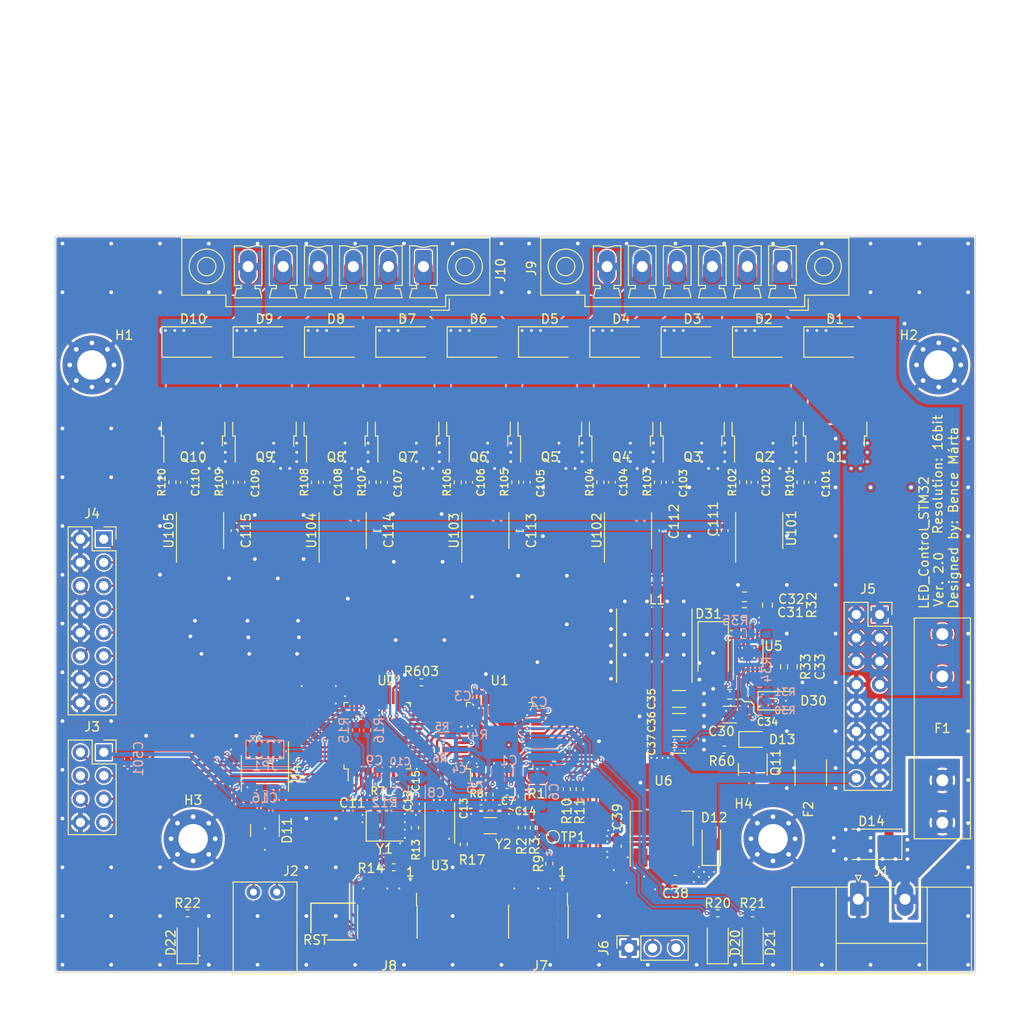
<source format=kicad_pcb>
(kicad_pcb (version 20211014) (generator pcbnew)
  (layers (0 "F.Cu" signal) (1 "In1.Cu" power) (2 "In2.Cu" signal) (31 "B.Cu" signal) (34 "B.Paste" user) (35 "F.Paste" user) (36 "B.SilkS" user "B.Silkscreen") (37 "F.SilkS" user "F.Silkscreen") (38 "B.Mask" user) (39 "F.Mask" user) (44 "Edge.Cuts" user))
  (net 0 "")
  (net 1 "+3V3")
  (net 2 "GND")
  (net 3 "/MCUs + Peripherals/~{MCU1_RST}")
  (net 4 "/MCUs + Peripherals/RCC_OSC_IN")
  (net 5 "Net-(C12-Pad1)")
  (net 7 "/MCUs + Peripherals/~{MCU2_RST}")
  (net 8 "/MCUs + Peripherals/OUT1")
  (net 9 "/MCUs + Peripherals/I2C_SCL")
  (net 10 "/MCUs + Peripherals/OUT2")
  (net 11 "/MCUs + Peripherals/OUT3")
  (net 12 "/MCUs + Peripherals/OUT4")
  (net 13 "/MCUs + Peripherals/I2C_SDA")
  (net 14 "/MCUs + Peripherals/M1_TIM2CH1")
  (net 15 "/MCUs + Peripherals/M1_TIM2CH2")
  (net 16 "/MCUs + Peripherals/M1_USART1_TX")
  (net 17 "/MCUs + Peripherals/M1_USART1_RX")
  (net 18 "/MCUs + Peripherals/OUT5")
  (net 19 "/MCUs + Peripherals/OUT6")
  (net 20 "/MCUs + Peripherals/OUT7")
  (net 21 "/MCUs + Peripherals/OUT8")
  (net 22 "/MCUs + Peripherals/OUT9")
  (net 24 "/MCUs + Peripherals/M1_TIM3CH1")
  (net 25 "/MCUs + Peripherals/OUT10")
  (net 26 "Net-(D30-Pad1)")
  (net 27 "/MCUs + Peripherals/M1_TIM3CH2")
  (net 28 "/MCUs + Peripherals/M1_TIM3CH3")
  (net 29 "+5V")
  (net 30 "VDD")
  (net 31 "VCC")
  (net 32 "Net-(D11-Pad2)")
  (net 33 "Net-(F2-Pad2)")
  (net 34 "Net-(C102-Pad2)")
  (net 35 "Net-(C106-Pad2)")
  (net 36 "Net-(C108-Pad1)")
  (net 37 "Net-(C108-Pad2)")
  (net 39 "Net-(C101-Pad1)")
  (net 40 "Net-(C101-Pad2)")
  (net 41 "Net-(C102-Pad1)")
  (net 42 "Net-(C103-Pad1)")
  (net 43 "Net-(C103-Pad2)")
  (net 44 "Net-(C104-Pad1)")
  (net 45 "Net-(C104-Pad2)")
  (net 46 "Net-(C105-Pad1)")
  (net 47 "Net-(C105-Pad2)")
  (net 48 "Net-(C106-Pad1)")
  (net 49 "Net-(C107-Pad1)")
  (net 50 "Net-(C107-Pad2)")
  (net 51 "Net-(C109-Pad1)")
  (net 52 "Net-(C109-Pad2)")
  (net 53 "Net-(C110-Pad1)")
  (net 54 "Net-(C110-Pad2)")
  (net 55 "Net-(R4-Pad1)")
  (net 56 "Net-(R3-Pad1)")
  (net 57 "Net-(JP1-Pad2)")
  (net 58 "/MCUs + Peripherals/M1_SWD_RST")
  (net 59 "/MCUs + Peripherals/M1_TIM3CH4")
  (net 60 "/Power Delivery/Power_IN")
  (net 61 "/Power Delivery/5V_FB")
  (net 62 "Net-(D20-Pad2)")
  (net 63 "Net-(D21-Pad2)")
  (net 64 "Net-(D22-Pad2)")
  (net 65 "/MCUs + Peripherals/~{SPI_SS}")
  (net 66 "/MCUs + Peripherals/RCC_OSC_OUT")
  (net 67 "/MCUs + Peripherals/LED1")
  (net 68 "/MCUs + Peripherals/LED2")
  (net 69 "/MCUs + Peripherals/LED3")
  (net 70 "/MCUs + Peripherals/RCC_MCO")
  (net 72 "/MCUs + Peripherals/M1_TIM2CH3")
  (net 73 "/MCUs + Peripherals/M1_TIM2CH4")
  (net 74 "/MCUs + Peripherals/M1_TIM1CH1")
  (net 75 "/MCUs + Peripherals/M1_TIM1CH2")
  (net 76 "/MCUs + Peripherals/M1_TIM1CH3")
  (net 80 "/MCUs + Peripherals/M1_TIM1CH4")
  (net 81 "/MCUs + Peripherals/SPI_SCK")
  (net 82 "/MCUs + Peripherals/SPI_SLAVE_REQ")
  (net 83 "/MCUs + Peripherals/SPI_MISO")
  (net 84 "/MCUs + Peripherals/SPI_MOSI")
  (net 85 "/MCUs + Peripherals/M2_USART2_DE")
  (net 86 "Net-(R603-Pad2)")
  (net 87 "/MCUs + Peripherals/M2_TIM3CH3")
  (net 89 "/MCUs + Peripherals/M2_TIM3CH4")
  (net 90 "/MCUs + Peripherals/M2_TIM1CH1")
  (net 91 "/MCUs + Peripherals/M2_TIM3CH1")
  (net 92 "/MCUs + Peripherals/M2_TIM3CH2")
  (net 96 "/MCUs + Peripherals/M2_TIM1CH3")
  (net 97 "/MCUs + Peripherals/M2_TIM1CH4")
  (net 98 "/MCUs + Peripherals/M2_USART1_DE")
  (net 99 "/MCUs + Peripherals/M2_SWDIO")
  (net 101 "/MCUs + Peripherals/M2_SWCLK")
  (net 102 "/MCUs + Peripherals/M2_TIM16CH1")
  (net 103 "/MCUs + Peripherals/M2_TIM17CH1")
  (net 104 "/MCUs + Peripherals/M2_TIM1CH2")
  (net 105 "/MCUs + Peripherals/M2_USART1_TX")
  (net 106 "/MCUs + Peripherals/M2_USART1_RX")
  (net 107 "Net-(C14-Pad1)")
  (net 108 "Net-(R17-Pad1)")
  (net 115 "/MCUs + Peripherals/M2_IO4")
  (net 116 "/MCUs + Peripherals/M2_IO5")
  (net 117 "/MCUs + Peripherals/M2_IO6")
  (net 118 "/MCUs + Peripherals/M2_SWD_RST")
  (net 119 "/MCUs + Peripherals/M1_SWCLK")
  (net 120 "/MCUs + Peripherals/M1_SWDIO")
  (net 121 "/MCUs + Peripherals/M1_USART2_TX")
  (net 122 "/MCUs + Peripherals/M1_USART2_RX")
  (net 123 "/MCUs + Peripherals/RCC_OSC32_IN")
  (net 125 "/MCUs + Peripherals/RCC_OSC32_OUT")
  (net 126 "/MCUs + Peripherals/M2_IO1")
  (net 127 "/MCUs + Peripherals/M2_IO2")
  (net 128 "/MCUs + Peripherals/M2_IO3")
  (net 132 "Net-(J7-Pad4)")
  (net 133 "Net-(J7-Pad2)")
  (net 134 "Net-(J7-Pad1)")
  (net 135 "Net-(J8-Pad1)")
  (net 136 "Net-(J8-Pad2)")
  (net 137 "Net-(J8-Pad4)")
  (net 141 "Net-(C31-Pad1)")
  (net 142 "Net-(C32-Pad1)")
  (net 143 "Net-(C33-Pad1)")
  (net 144 "Net-(C34-Pad1)")
  (net 145 "Net-(C34-Pad2)")
  (net 146 "Net-(D11-Pad1)")
  (net 147 "Net-(D13-Pad2)")
  (net 148 "Net-(R33-Pad1)")
  (footprint "Package_TO_SOT_SMD:TO-252-2" (layer "F.Cu") (at 172 74.25 90)
    (fp_text reference "Q2")
    (fp_text value "IRLR8726TRPBF")
  )
  (footprint "Diode_SMD:D_SMA" (layer "F.Cu") (at 172 66.5)
    (fp_text reference "D2")
    (fp_text value "D_Schottky")
  )
  (footprint "Package_QFP:LQFP-48_7x7mm_P0.5mm" (layer "F.Cu") (at 143.3 109.3 90)
    (fp_text reference "U1")
    (fp_text value "STM32F103C8Tx")
  )
  (footprint "Diode_SMD:D_SOD-123F" (layer "F.Cu") (at 166.3 121.2 90)
    (fp_text reference "D12")
    (fp_text value "RB161MM-20TR")
  )
  (footprint "Resistor_SMD:R_0402_1005Metric" (layer "F.Cu") (at 134.8 103.5 180)
    (fp_text reference "R603")
    (fp_text value "10R")
  )
  (footprint "Resistor_SMD:R_0402_1005Metric" (layer "F.Cu") (at 107.75 81.75 90)
    (fp_text reference "R110")
    (fp_text value "10k")
  )
  (footprint "Package_SO:SOIC-8_3.9x4.9mm_P1.27mm" (layer "F.Cu") (at 157.25 87 90)
    (fp_text reference "U102")
    (fp_text value "TC4427")
  )
  (footprint "OwnLib:ABG08A40M101" (layer "F.Cu") (at 160.1 99.5 -90)
    (fp_text reference "L1")
    (fp_text value "100u")
  )
  (footprint "Capacitor_SMD:C_0402_1005Metric" (layer "F.Cu") (at 141.28 117.18 180)
    (fp_text reference "C13")
    (fp_text value "12p5")
  )
  (footprint "Package_TO_SOT_SMD:TO-252-2" (layer "F.Cu") (at 156.5 74.25 90)
    (fp_text reference "Q4")
    (fp_text value "IRLR8726TRPBF")
  )
  (footprint "Capacitor_SMD:C_0402_1005Metric" (layer "F.Cu") (at 130.75 81.75 90)
    (fp_text reference "C107")
    (fp_text value "100n")
  )
  (footprint "Package_SO:SOIC-8_3.9x4.9mm_P1.27mm" (layer "F.Cu") (at 141.75 87 90)
    (fp_text reference "U103")
    (fp_text value "TC4427")
  )
  (footprint "LED_SMD:LED_1206_3216Metric" (layer "F.Cu") (at 170.8 131.8 90)
    (fp_text reference "D21")
    (fp_text value "LED")
  )
  (footprint "Capacitor_SMD:C_0402_1005Metric" (layer "F.Cu") (at 129.8 116.6 180)
    (fp_text reference "C11")
    (fp_text value "12p")
  )
  (footprint "Connector_Phoenix_MC:PhoenixContact_MCV_1,5_6-GF-3.81_1x06_P3.81mm_Vertical_ThreadedFlange" (layer "F.Cu") (at 174.025 58.3 180)
    (fp_text reference "J9")
    (fp_text value "Conn_01x06_Male")
  )
  (footprint "Resistor_SMD:R_0402_1005Metric" (layer "F.Cu") (at 109.4 128.6)
    (fp_text reference "R22")
    (fp_text value "2k")
  )
  (footprint "Capacitor_SMD:C_0402_1005Metric" (layer "F.Cu") (at 171 81.75 90)
    (fp_text reference "C102")
    (fp_text value "100n")
  )
  (footprint "Capacitor_SMD:C_0402_1005Metric" (layer "F.Cu") (at 115.25 81.75 90)
    (fp_text reference "C109")
    (fp_text value "100n")
  )
  (footprint "Resistor_SMD:R_0402_1005Metric" (layer "F.Cu") (at 131.8 123.6 180)
    (fp_text reference "R14")
    (fp_text value "0R")
  )
  (footprint "Capacitor_SMD:C_0603_1608Metric" (layer "F.Cu") (at 162.4 125 180)
    (fp_text reference "C38")
    (fp_text value "1u")
  )
  (footprint "Diode_SMD:D_SMA" (layer "F.Cu") (at 164.25 66.5)
    (fp_text reference "D3")
    (fp_text value "D_Schottky")
  )
  (footprint "Capacitor_SMD:C_0402_1005Metric" (layer "F.Cu") (at 143.28 117.18)
    (fp_text reference "C14")
    (fp_text value "12p5")
  )
  (footprint "Resistor_SMD:R_0402_1005Metric" (layer "F.Cu") (at 169.75 81.75 90)
    (fp_text reference "R102")
    (fp_text value "10k")
  )
  (footprint "OwnLib:DB2ERC-2.54-2P-GN" (layer "F.Cu") (at 116.55 126.3 180)
    (fp_text reference "J2")
    (fp_text value "Conn_01x02")
  )
  (footprint "Diode_SMD:D_SMA" (layer "F.Cu") (at 141 66.5)
    (fp_text reference "D6")
    (fp_text value "D_Schottky")
  )
  (footprint "Capacitor_SMD:C_0402_1005Metric" (layer "F.Cu") (at 155.5 81.75 90)
    (fp_text reference "C104")
    (fp_text value "100n")
  )
  (footprint "Diode_SMD:D_SMA" (layer "F.Cu") (at 117.75 66.5)
    (fp_text reference "D9")
    (fp_text value "D_Schottky")
  )
  (footprint "Resistor_SMD:R_0402_1005Metric" (layer "F.Cu") (at 131.8 115.3 180)
    (fp_text reference "R7")
    (fp_text value "0R")
  )
  (footprint "Fuse:Fuse_1812_4532Metric" (layer "F.Cu") (at 177.1 113.3 90)
    (fp_text reference "F2")
    (fp_text value "Polyfuse_Small")
  )
  (footprint "Capacitor_SMD:C_0402_1005Metric" (layer "F.Cu") (at 140 81.75 90)
    (fp_text reference "C106")
    (fp_text value "100n")
  )
  (footprint "LED_SMD:LED_1206_3216Metric" (layer "F.Cu") (at 109.4 131.8 90)
    (fp_text reference "D22")
    (fp_text value "LED")
  )
  (footprint "Resistor_SMD:R_0603_1608Metric" (layer "F.Cu") (at 175.1 101.8 90)
    (fp_text reference "C33")
    (fp_text value "6n8")
  )
  (footprint "Resistor_SMD:R_0402_1005Metric" (layer "F.Cu") (at 167.7 110.8 180)
    (fp_text reference "R60")
    (fp_text value "100k")
  )
  (footprint "Package_TO_SOT_SMD:TO-252-2" (layer "F.Cu") (at 148.75 74.25 90)
    (fp_text reference "Q5")
    (fp_text value "IRLR8726TRPBF")
  )
  (footprint "Package_TO_SOT_SMD:TO-252-2" (layer "F.Cu") (at 117.75 74.25 90)
    (fp_text reference "Q9")
    (fp_text value "IRLR8726TRPBF")
  )
  (footprint "Diode_SMD:D_SOD-323" (layer "F.Cu") (at 170.8 109.7)
    (fp_text reference "D13")
    (fp_text value "BZX384B9V1-E3-08")
  )
  (footprint "Resistor_SMD:R_0603_1608Metric" (layer "F.Cu") (at 168.3 104.8 180)
    (fp_text reference "C34")
    (fp_text value "100n")
  )
  (footprint "Diode_SMD:D_SMA" (layer "F.Cu") (at 156.5 66.5)
    (fp_text reference "D4")
    (fp_text value "D_Schottky")
  )
  (footprint "Capacitor_SMD:C_0402_1005Metric" (layer "F.Cu") (at 161 87 90)
    (fp_text reference "C112")
    (fp_text value "100n")
  )
  (footprint "Resistor_SMD:R_0402_1005Metric" (layer "F.Cu") (at 176 81.75 90)
    (fp_text reference "R101")
    (fp_text value "10k")
  )
  (footprint "Capacitor_SMD:C_0402_1005Metric" (layer "F.Cu") (at 114.5 87 90)
    (fp_text reference "C115")
    (fp_text value "100n")
  )
  (footprint "Capacitor_SMD:C_0402_1005Metric" (layer "F.Cu") (at 145.5 87 90)
    (fp_text reference "C113")
    (fp_text value "100n")
  )
  (footprint "Diode_SMD:D_SMA" (layer "F.Cu") (at 166.5 100.3 -90)
    (fp_text reference "D31")
    (fp_text value "SS14FL")
  )
  (footprint "Capacitor_SMD:C_0402_1005Metric" (layer "F.Cu") (at 144.1 115.4)
    (fp_text reference "C7")
    (fp_text value "100n")
  )
  (footprint "Resistor_SMD:R_0402_1005Metric" (layer "F.Cu") (at 154.25 81.75 90)
    (fp_text reference "R104")
    (fp_text value "10k")
  )
  (footprint "Diode_SMD:D_SMA" (layer "F.Cu") (at 125.5 66.5)
    (fp_text reference "D8")
    (fp_text value "D_Schottky")
  )
  (footprint "Package_TO_SOT_SMD:SOT-23" (layer "F.Cu") (at 117.8 119.6 -90)
    (fp_text reference "D11")
    (fp_text value "SM712")
  )
  (footprint "Package_TO_SOT_SMD:TO-252-2" (layer "F.Cu") (at 125.5 74.25 90)
    (fp_text reference "Q8")
    (fp_text value "IRLR8726TRPBF")
  )
  (footprint "Resistor_SMD:R_0402_1005Metric" (layer "F.Cu") (at 170.8 128.6 180)
    (fp_text reference "R21")
    (fp_text value "2k")
  )
  (footprint "Resistor_SMD:R_0402_1005Metric" (layer "F.Cu") (at 145.7 119.3 90)
    (fp_text reference "R2")
    (fp_text value "1k")
  )
  (footprint "Resistor_SMD:R_0402_1005Metric" (layer "F.Cu") (at 114 81.75 90)
    (fp_text reference "R109")
    (fp_text value "10k")
  )
  (footprint "Diode_SMD:D_SMA" (layer "F.Cu") (at 179.75 66.5)
    (fp_text reference "D1")
    (fp_text value "D_Schottky")
  )
  (footprint "Resistor_SMD:R_0402_1005Metric" (layer "F.Cu") (at 139.4 121.1 -90)
    (fp_text reference "R17")
    (fp_text value "10k")
  )
  (footprint "Connector_Phoenix_MC:PhoenixContact_MCV_1,5_6-GF-3.81_1x06_P3.81mm_Vertical_ThreadedFlange" (layer "F.Cu") (at 135.025 58.3 180)
    (fp_text reference "J10")
    (fp_text value "Conn_01x06_Male")
  )
  (footprint "Resistor_SMD:R_0402_1005Metric" (layer "F.Cu") (at 152 115.1 90)
    (fp_text reference "R11")
    (fp_text value "22R")
  )
  (footprint "Connector_Phoenix_MC_HighVoltage:PhoenixContact_MC_1,5_2-GF-5.08_1x02_P5.08mm_Horizontal_ThreadedFlange" (layer "F.Cu") (at 182.265 127.0675)
    (fp_text reference "J1")
    (fp_text value "Screw_Terminal_01x02")
  )
  (footprint "Connector_PinSocket_2.54mm:PinSocket_2x08_P2.54mm_Vertical" (layer "F.Cu") (at 184.59 96.125)
    (fp_text reference "J5")
    (fp_text value "DS1023-2*8SF11")
  )
  (footprint "Package_QFP:LQFP-48_7x7mm_P0.5mm" (layer "F.Cu") (at 130 109.3 90)
    (fp_text reference "U2")
    (fp_text value "STM32G030C6Tx")
  )
  (footprint "Resistor_SMD:R_0603_1608Metric" (layer "F.Cu") (at 173.3 101.8 90)
    (fp_text reference "R33")
    (fp_text value "270k")
  )
  (footprint "TestPoint:TestPoint_Pad_D1.0mm" (layer "F.Cu") (at 149.1 120.3)
    (fp_text reference "TP1")
    (fp_text value "RST")
  )
  (footprint "Package_TO_SOT_SMD:TO-252-2" (layer "F.Cu") (at 110 74.25 90)
    (fp_text reference "Q10")
    (fp_text value "IRLR8726TRPBF")
  )
  (footprint "Crystal:Crystal_SMD_3225-4Pin_3.2x2.5mm" (layer "F.Cu") (at 130.8 119.1)
    (fp_text reference "Y1")
    (fp_text value "16MHz")
  )
  (footprint "Resistor_SMD:R_0402_1005Metric" (layer "F.Cu") (at 123.25 81.75 90)
    (fp_text reference "R108")
    (fp_text value "10k")
  )
  (footprint "Capacitor_SMD:C_0603_1608Metric" (layer "F.Cu") (at 156 121.3 -90)
    (fp_text reference "C39")
    (fp_text value "1u")
  )
  (footprint "Package_SO:SOIC-8_3.9x4.9mm_P1.27mm" (layer "F.Cu") (at 126.25 87 90)
    (fp_text reference "U104")
    (fp_text value "TC4427")
  )
  (footprint "Diode_SMD:D_SMA" (layer "F.Cu") (at 183.6 121.1 180)
    (fp_text reference "D14")
    (fp_text value "SMAJ26A")
  )
  (footprint "Resistor_SMD:R_0402_1005Metric" (layer "F.Cu") (at 145 81.75 90)
    (fp_text reference "R105")
    (fp_text value "10k")
  )
  (footprint "Package_TO_SOT_SMD:SOT-23" (layer "F.Cu") (at 170.8 112.95 -90)
    (fp_text reference "Q11")
    (fp_text value "PJM2309PSA")
  )
  (footprint "Resistor_SMD:R_0402_1005Metric" (layer "F.Cu") (at 150.6 115.1 90)
    (fp_text reference "R10")
    (fp_text value "22R")
  )
  (footprint "Capacitor_SMD:C_0402_1005Metric" (layer "F.Cu") (at 124.5 81.75 90)
    (fp_text reference "C108")
    (fp_text value "100n")
  )
  (footprint "Package_SO:SOP-8_3.9x4.9mm_P1.27mm" (layer "F.Cu") (at 117.8 113.4 -90)
    (fp_text reference "U4")
    (fp_text value "MAX3485")
  )
  (footprint "Connector_PinSocket_2.54mm:PinSocket_2x04_P2.54mm_Vertical" (layer "F.Cu") (at 100.3 111.1)
    (fp_text reference "J3")
    (fp_text value "Conn_02x04_Odd_Even")
  )
  (footprint "Capacitor_SMD:C_0402_1005Metric" (layer "F.Cu") (at 177.25 81.75 90)
    (fp_text reference "C101")
    (fp_text value "100n")
  )
  (footprint "Resistor_SMD:R_0402_1005Metric" (layer "F.Cu") (at 147 119.3 90)
    (fp_text reference "R3")
    (fp_text value "1k")
  )
  (footprint "Resistor_SMD:R_0402_1005Metric" (layer "F.Cu") (at 160.5 81.75 90)
    (fp_text reference "R103")
    (fp_text value "10k")
  )
  (footprint "Package_TO_SOT_SMD:SOT-223-3_TabPin2" (layer "F.Cu") (at 160.9 119.4 90)
    (fp_text reference "U6")
    (fp_text value "LM1117-3.3")
  )
  (footprint "LED_SMD:LED_1206_3216Metric" (layer "F.Cu") (at 167 131.8 90)
    (fp_text reference "D20")
    (fp_text value "LED")
  )
  (footprint "Package_SO:MSOP-10-1EP_3x3mm_P0.5mm_EP1.68x1.88mm_ThermalVias" (layer "F.Cu") (at 170.3 100.3 90)
    (fp_text reference "U5")
    (fp_text value "TPS5401")
  )
  (footprint "Package_SO:TSSOP-8_4.4x3mm_P0.65mm" (layer "F.Cu") (at 136.8 118.8 90)
    (fp_text reference "U3")
    (fp_text value "AT24C16D-XHM-B")
  )
  (footprint "Package_TO_SOT_SMD:TO-252-2" (layer "F.Cu") (at 133.25 74.25 90)
    (fp_text reference "Q7")
    (fp_text value "IRLR8726TRPBF")
  )
  (footprint "MountingHole:MountingHole_3.2mm_M3_Pad_Via" (layer "F.Cu") (at 173 120.5)
    (fp_text reference "H4")
    (fp_text value "MountingHole_Pad")
  )
  (footprint "Crystal:Crystal_SMD_3215-2Pin_3.2x1.5mm" (layer "F.Cu") (at 142.28 119.08 180)
    (fp_text reference "Y2")
    (fp_text value "32.768KHz")
  )
  (footprint "Diode_SMD:D_SMA" (layer "F.Cu") (at 133.25 66.5)
    (fp_text reference "D7")
    (fp_text value "D_Schottky")
  )
  (footprint "Fuse:Fuseholder_Littelfuse_100_series_5x20mm" (layer "F.Cu") (at 191.4 118.75 90)
    (fp_text reference "F1")
    (fp_text value "Fuse_Small")
  )
  (footprint "Capacitor_SMD:C_0402_1005Metric" (layer "F.Cu") (at 134.2 116.7 90)
    (fp_text reference "C15")
    (fp_text value "100n")
  )
  (footprint "Package_SO:SOIC-8_3.9x4.9mm_P1.27mm" (layer "F.Cu") (at 171.5 87 90)
    (fp_text reference "U101")
    (fp_text value "TC4427")
  )
  (footprint "Package_SO:SOIC-8_3.9x4.9mm_P1.27mm" (layer "F.Cu") (at 110.75 87 90)
    (fp_text reference "U105")
    (fp_text value "TC4427")
  )
  (footprint "Resistor_SMD:R_1206_3216Metric" (layer "F.Cu") (at 162.8 105.3)
    (fp_text reference "C35")
    (fp_text value "22u")
  )
  (footprint "Resistor_SMD:R_1206_3216Metric" (layer "F.Cu") (at 162.8 110.3)
    (fp_text reference "C37")
    (fp_text value "22u")
  )
  (footprint "Resistor_SMD:R_0603_1608Metric" (layer "F.Cu") (at 169.9 95.9 180)
    (fp_text reference "C31")
    (fp_text value "6p8")
  )
  (footprint "Package_TO_SOT_SMD:TO-252-2" (layer "F.Cu") (at 164.25 74.25 90)
    (fp_text reference "Q3")
    (fp_text value "IRLR8726TRPBF")
  )
  (footprint "Capacitor_SMD:C_0402_1005Metric" (layer "F.Cu") (at 146.25 81.75 90)
    (fp_text reference "C105")
    (fp_text value "100n")
  )
  (footprint "MountingHole:MountingHole_3.2mm_M3_Pad_Via" (layer "F.Cu") (at 191 69)
    (fp_text reference "H2")
    (fp_text value "MountingHole_Pad")
  )
  (footprint "MountingHole:MountingHole_3.2mm_M3_Pad_Via" (layer "F.Cu") (at 110 120.5)
    (fp_text reference "H3")
    (fp_text value "MountingHole_Pad")
  )
  (footprint "Resistor_SMD:R_0402_1005Metric" (layer "F.Cu") (at 167 128.6 180)
    (fp_text reference "R20")
    (fp_text value "2k")
  )
  (footprint "Resistor_SMD:R_0402_1005Metric" (layer "F.Cu") (at 134.1 119.3 90)
    (fp_text reference "R13")
    (fp_text value "1k")
  )
  (footprint "Package_TO_SOT_SMD:TO-252-2" (layer "F.Cu") (at 179.75 74.25 90)
    (fp_text reference "Q1")
    (fp_text value "IRLR8726TRPBF")
  )
  (footprint "Resistor_SMD:R_0402_1005Metric" (layer "F.Cu") (at 145.7 115.9 -90)
    (fp_text reference "R1")
    (fp_text value "10k")
  )
  (footprint "Connector_PinSocket_2.54mm:PinSocket_2x08_P2.54mm_Vertical" (layer "F.Cu") (at 100.29 87.925)
    (fp_text reference "J4")
    (fp_text value "DS1023-2*8SF11")
  )
  (footprint "Capacitor_SMD:C_0402_1005Metric" (layer "F.Cu") (at 131.8 116.6)
    (fp_text reference "C12")
    (fp_text value "12p")
  )
  (footprint "Resistor_SMD:R_1206_3216Metric" (layer "F.Cu") (at 162.8 107.8)
    (fp_text reference "C36")
    (fp_text value "22u")
  )
  (footprint "Capacitor_SMD:C_0402_1005Metric" (layer "F.Cu") (at 109 81.75 90)
    (fp_text reference "C110")
    (fp_text value "100n")
  )
  (footprint "MountingHole:MountingHole_3.2mm_M3_Pad_Via" (layer "F.Cu") (at 99 69)
    (fp_text reference "H1")
    (fp_text value "MountingHole_Pad")
  )
  (footprint "Capacitor_SMD:C_0402_1005Metric" (layer "F.Cu") (at 161.75 81.75 90)
    (fp_text reference "C103")
    (fp_text value "100n")
  )
  (footprint "Resistor_SMD:R_0603_1608Metric" (layer "F.Cu") (at 172.4 95.1 90)
    (fp_text reference "R32")
    (fp_text value "133k")
  )
  (footprint "Connector_PinHeader_1.27mm:PinHeader_2x05_P1.27mm_Vertical_SMD" (layer "F.Cu") (at 147.5 129.5 -90)
    (fp_text reference "J7")
    (fp_text value "Conn_ARM_JTAG_SWD_10")
  )
  (footprint "Diode_SMD:D_SMA" (layer "F.Cu") (at 148.75 66.5)
    (fp_text reference "D5")
    (fp_text value "D_Schottky")
  )
  (footprint "Diode_SMD:D_SMA" (layer "F.Cu") (at 110 66.5)
    (fp_text reference "D10")
    (fp_text value "D_Schottky")
  )
  (footprint "Diode_SMD:D_SOD-123" (layer "F.Cu") (at 173.6 105.5)
    (fp_text reference "D30")
    (fp_text value "4V3")
  )
  (footprint "Connector_PinHeader_1.27mm:PinHeader_2x05_P1.27mm_Vertical_SMD" (layer "F.Cu") (at 131.1 129.5 -90)
    (fp_text reference "J8")
    (fp_text value "Conn_ARM_JTAG_SWD_10")
  )
  (footprint "Capacitor_SMD:C_0402_1005Metric" (layer "F.Cu") (at 130 87 90)
    (fp_text reference "C114")
    (fp_text value "100n")
  )
  (footprint "Connector_PinSocket_2.54mm:PinSocket_1x03_P2.54mm_Vertical" (layer "F.Cu") (at 157.375 132.375 90)
    (fp_text reference "J6")
    (fp_text value "Conn_01x03_Female")
  )
  (footprint "Resistor_SMD:R_1206_3216Metric" (layer "F.Cu") (at 168.3 107 180)
    (fp_text reference "C30")
    (fp_text value "10u")
  )
  (footprint "Resistor_SMD:R_0603_1608Metric" (layer "F.Cu") (at 169.9 94.2 180)
    (fp_text reference "C32")
    (fp_text value "2n7")
  )
  (footprint "Package_TO_SOT_SMD:TO-252-2" (layer "F.Cu") (at 141 74.25 90)
    (fp_text reference "Q6")
    (fp_text value "IRLR8726TRPBF")
  )
  (footprint "Resistor_SMD:R_0402_1005Metric" (layer "F.Cu") (at 142.2 115.7 90)
    (fp_text reference "R8")
    (fp_text value "0R")
  )
  (footprint "Resistor_SMD:R_0402_1005Metric" (layer "F.Cu") (at 138.75 81.75 90)
    (fp_text reference "R106")
    (fp_text value "10k")
  )
  (footprint "Resistor_SMD:R_0402_1005Metric" (layer "F.Cu") (at 148.7 123.2 90)
    (fp_text reference "R9")
    (fp_text value "0R")
  )
  (footprint "Capacitor_SMD:C_0402_1005Metric" (layer "F.Cu") (at 167.75 87 90)
    (fp_text reference "C111")
    (fp_text value "100n")
  )
  (footprint "Resistor_SMD:R_0402_1005Metric" (layer "F.Cu") (at 129.5 81.75 90)
    (fp_text reference "R107")
    (fp_text value "10k")
  )
  (footprint "Jumper:SolderJumper-3_P1.3mm_Bridged12_Pad1.0x1.5mm" (layer "B.Cu") (at 117.8 110.8)
    (fp_text reference "JP1")
    (fp_text value "SolderJumper_Bridged")
  )
  (footprint "Resistor_SMD:R_0603_1608Metric" (layer "B.Cu") (at 171.55 104.55)
    (fp_text reference "R31")
    (fp_text value "20k")
  )
  (footprint "Capacitor_SMD:C_0402_1005Metric" (layer "B.Cu") (at 131.8 113.55 90)
    (fp_text reference "C10")
    (fp_text value "100n")
  )
  (footprint "Capacitor_SMD:C_0402_1005Metric" (layer "B.Cu") (at 147.55 106.8 180)
    (fp_text reference "C2")
    (fp_text value "100n")
  )
  (footprint "Resistor_SMD:R_0603_1608Metric" (layer "B.Cu") (at 172.3 99.1 90)
    (fp_text reference "R34")
    (fp_text value "52k3")
  )
  (footprint "Resistor_SMD:R_0402_1005Metric" (layer "B.Cu") (at 127.7 108.7 90)
    (fp_text reference "R15")
    (fp_text value "22R")
  )
  (footprint "Capacitor_SMD:C_0402_1005Metric" (layer "B.Cu") (at 117.8 114.9)
    (fp_text reference "C16")
    (fp_text value "100n")
  )
  (footprint "Resistor_SMD:R_0402_1005Metric" (layer "B.Cu") (at 130.8 115.4)
    (fp_text reference "R12")
    (fp_text value "10k")
  )
  (footprint "Resistor_SMD:R_0603_1608Metric" (layer "B.Cu") (at 171.55 106.55)
    (fp_text reference "R30")
    (fp_text value "110k")
  )
  (footprint "Capacitor_SMD:C_0402_1005Metric" (layer "B.Cu") (at 140.55 113.55 90)
    (fp_text reference "C5")
    (fp_text value "100n")
  )
  (footprint "Resistor_SMD:R_0402_1005Metric" (layer "B.Cu") (at 139.5 109.2 90)
    (fp_text reference "R4")
    (fp_text value "10k")
  )
  (footprint "Resistor_SMD:R_0402_1005Metric" (layer "B.Cu") (at 128.9 108.7 90)
    (fp_text reference "R16")
    (fp_text value "22R")
  )
  (footprint "Resistor_SMD:R_0402_1005Metric" (layer "B.Cu") (at 137.05 110.8 180)
    (fp_text reference "R6")
    (fp_text value "1k")
  )
  (footprint "Resistor_SMD:R_0402_1005Metric" (layer "B.Cu") (at 137.05 109.3 180)
    (fp_text reference "R5")
    (fp_text value "1k")
  )
  (footprint "Capacitor_SMD:C_0402_1005Metric" (layer "B.Cu") (at 139.05 111.8)
    (fp_text reference "C4")
    (fp_text value "100n")
  )
  (footprint "Capacitor_SMD:C_0402_1005Metric" (layer "B.Cu") (at 102.9 111.8 90)
    (fp_text reference "C501")
    (fp_text value "100n")
  )
  (footprint "Resistor_SMD:R_0603_1608Metric" (layer "B.Cu") (at 169.8 98.2 180)
    (fp_text reference "R35")
    (fp_text value "10k")
  )
  (footprint "Resistor_SMD:R_1206_3216Metric" (layer "B.Cu") (at 134.3 115.4 90)
    (fp_text reference "C8")
    (fp_text value "10u")
  )
  (footprint "Capacitor_SMD:C_0402_1005Metric" (layer "B.Cu") (at 144.3 113.55 90)
    (fp_text reference "C1")
    (fp_text value "100n")
  )
  (footprint "Capacitor_SMD:C_0402_1005Metric" (layer "B.Cu") (at 130.05 113.55 90)
    (fp_text reference "C9")
    (fp_text value "100n")
  )
  (footprint "Resistor_SMD:R_1206_3216Metric" (layer "B.Cu") (at 147.4 115.4 90)
    (fp_text reference "C6")
    (fp_text value "10u")
  )
  (footprint "Capacitor_SMD:C_0402_1005Metric" (layer "B.Cu") (at 140.8 105.05 -90)
    (fp_text reference "C3")
    (fp_text value "100n")
  )
  (gr_line (start 144.8 117.4) (end 144.3 117.2) (layer "F.SilkS") (width 0.15))
  (gr_line (start 127.6 127.5) (end 122.8 127.5) (layer "F.SilkS") (width 0.15))
  (gr_line (start 133.6 125.05) (end 133.5 124.8) (layer "F.SilkS") (width 0.15))
  (gr_line (start 150.2 124.8) (end 150.1 125.05) (layer "F.SilkS") (width 0.15))
  (gr_line (start 127.6 131.5) (end 124.6 131.5) (layer "F.SilkS") (width 0.15))
  (gr_line (start 169.6 105.3) (end 169.9 105.6) (layer "F.SilkS") (width 0.15))
  (gr_line (start 170.6 105.6) (end 170.9 105.9) (layer "F.SilkS") (width 0.15))
  (gr_line (start 122.8 127.5) (end 122.8 130.7) (layer "F.SilkS") (width 0.15))
  (gr_line (start 133.5 124.8) (end 133.7 124.8) (layer "F.SilkS") (width 0.15))
  (gr_line (start 150 124.8) (end 150.2 124.8) (layer "F.SilkS") (width 0.15))
  (gr_line (start 133.7 124.8) (end 133.6 125.05) (layer "F.SilkS") (width 0.15))
  (gr_line (start 169.9 105.6) (end 170.6 105.6) (layer "F.SilkS") (width 0.15))
  (gr_line (start 150.1 125.05) (end 150 124.8) (layer "F.SilkS") (width 0.15))
  (gr_line (start 170.9 106.7) (end 171.4 107.2) (layer "F.SilkS") (width 0.15))
  (gr_line (start 140 117.2) (end 140.3 117.2) (layer "F.SilkS") (width 0.15))
  (gr_line (start 170.9 105.9) (end 170.9 106.7) (layer "F.SilkS") (width 0.15))
  (gr_line (start 95 135) (end 95 55) (layer "Edge.Cuts") (width 0.1))
  (gr_line (start 195 135) (end 95 135) (layer "Edge.Cuts") (width 0.1))
  (gr_line (start 95 55) (end 195 55) (layer "Edge.Cuts") (width 0.1))
  (gr_line (start 195 55) (end 195 135) (layer "Edge.Cuts") (width 0.1))
  (gr_text "1" (at 133.6 124.1) (layer "F.SilkS") (effects (font (size 1 1))))
  (gr_text "Resolution: 16bit" (at 190.9 80.9 90) (layer "F.SilkS") (effects (font (size 1 1))))
  (gr_text "Designed by: Bence Márta" (at 192.6 85.6 90) (layer "F.SilkS") (effects (font (size 1 1))))
  (gr_text "Ver. 2.0" (at 191 92.3 90) (layer "F.SilkS") (effects (font (size 1 1))))
  (gr_text "LED_Control_STM32" (at 189.4 88.3 90) (layer "F.SilkS") (effects (font (size 1 1))))
  (gr_text "RST" (at 123.3 131.5) (layer "F.SilkS") (effects (font (size 1 1))))
  (gr_text "1" (at 150.1 124.1) (layer "F.SilkS") (effects (font (size 1 1))))
  (segment (start 129.8 113.4625) (end 128.8 113.4625) (width 0.3) (layer "F.Cu") (net 1))
  (segment (start 119.7 116.02) (end 119.705 116.025) (width 0.45) (layer "F.Cu") (net 1))
  (segment (start 131.29 123.6) (end 130.5 123.6) (width 0.25) (layer "F.Cu") (net 1))
  (segment (start 166.3 119.8) (end 160.9 119.8) (width 1) (layer "F.Cu") (net 1))
  (segment (start 144.55 113.4625) (end 144.55 114.55) (width 0.3) (layer "F.Cu") (net 1))
  (segment (start 146.49 115.39) (end 146.5 115.4) (width 0.25) (layer "F.Cu") (net 1))
  (segment (start 148.7 122.69) (end 148.7 122) (width 0.25) (layer "F.Cu") (net 1))
  (segment (start 140.55 105.1375) (end 140.55 104.05) (width 0.3) (layer "F.Cu") (net 1))
  (segment (start 119.7 114.9) (end 119.7 116.02) (width 0.45) (layer "F.Cu") (net 1))
  (segment (start 134.2 116.22) (end 135.8 116.22) (width 0.45) (layer "F.Cu") (net 1))
  (segment (start 160.875 120.525) (end 160.9 120.5) (width 1) (layer "F.Cu") (net 1))
  (segment (start 156 120.525) (end 160.875 120.525) (width 0.45) (layer "F.Cu") (net 1))
  (segment (start 129.8 113.4625) (end 129.8 114.55) (width 0.3) (layer "F.Cu") (net 1))
  (segment (start 147.4625 106.55) (end 148.55 106.55) (width 0.3) (layer "F.Cu") (net 1))
  (segment (start 139.1375 112.05) (end 138.05 112.05) (width 0.3) (layer "F.Cu") (net 1))
  (segment (start 134.2 116.22) (end 134.2 115.7) (width 0.45) (layer "F.Cu") (net 1))
  (segment (start 145.7 115.39) (end 146.49 115.39) (width 0.25) (layer "F.Cu") (net 1))
  (segment (start 140.55 113.4625) (end 140.55 114.55) (width 0.3) (layer "F.Cu") (net 1))
  (segment (start 160.9 119.8) (end 160.9 116.25) (width 1.5) (layer "F.Cu") (net 1))
  (segment (start 160.9 122.55) (end 160.9 119.8) (width 1.5) (layer "F.Cu") (net 1))
  (via (at 144.55 114.55) (size 0.45) (drill 0.2) (layers "F.Cu" "B.Cu") (net 1))
  (via (at 155 120.2) (size 0.45) (drill 0.2) (layers "F.Cu" "B.Cu") (net 1))
  (via (at 148.7 122) (size 0.45) (drill 0.2) (layers "F.Cu" "B.Cu") (net 1))
  (via (at 140.55 114.55) (size 0.45) (drill 0.2) (layers "F.Cu" "B.Cu") (net 1))
  (via (at 140.55 104.05) (size 0.45) (drill 0.2) (layers "F.Cu" "B.Cu") (net 1))
  (via (at 134.2 115.7) (size 0.45) (drill 0.2) (layers "F.Cu" "B.Cu") (net 1))
  (via (at 138.05 112.05) (size 0.45) (drill 0.2) (layers "F.Cu" "B.Cu") (net 1))
  (via (at 155.1 119.6) (size 0.45) (drill 0.2) (layers "F.Cu" "B.Cu") (net 1))
  (via (at 156.4 119.5) (size 0.45) (drill 0.2) (layers "F.Cu" "B.Cu") (net 1))
  (via (at 148.55 106.55) (size 0.45) (drill 0.2) (layers "F.Cu" "B.Cu") (net 1))
  (via (at 129.8 114.55) (size 0.45) (drill 0.2) (layers "F.Cu" "B.Cu") (net 1))
  (via (at 146.5 115.4) (size 0.45) (drill 0.2) (layers "F.Cu" "B.Cu") (net 1))
  (via (at 130.5 123.6) (size 0.45) (drill 0.2) (layers "F.Cu" "B.Cu") (net 1))
  (via (at 119.7 114.9) (size 0.45) (drill 0.2) (layers "F.Cu" "B.Cu") (net 1))
  (via (at 155.7 119.5) (size 0.45) (drill 0.2) (layers "F.Cu" "B.Cu") (net 1))
  (via (at 155 120.8) (size 0.45) (drill 0.2) (layers "F.Cu" "B.Cu") (net 1))
  (segment (start 145.5375 114.1375) (end 145.5375 116.7625) (width 1) (layer "B.Cu") (net 1))
  (segment (start 138.3 109.3) (end 138.55 109.55) (width 0.45) (layer "B.Cu") (net 1))
  (segment (start 118.28 116.8425) (end 118.28 114.9) (width 0.45) (layer "B.Cu") (net 1))
  (segment (start 118.3 116.8625) (end 118.28 116.8425) (width 0.45) (layer "B.Cu") (net 1))
  (segment (start 145.3 113.55) (end 144.82 114.03) (width 0.45) (layer "B.Cu") (net 1))
  (segment (start 130.5 123.6) (end 130.5 116.925) (width 0.25) (layer "B.Cu") (net 1))
  (segment (start 134.2 116.7625) (end 134.3 116.8625) (width 0.45) (layer "B.Cu") (net 1))
  (segment (start 129.8 114.55) (end 129.8 114.28) (width 0.45) (layer "B.Cu") (net 1))
  (segment (start 145.3 111.9) (end 145.3 113.9) (width 1) (layer "B.Cu") (net 1))
  (segment (start 145.3 111.9) (end 145.3 113.55) (width 0.45) (layer "B.Cu") (net 1))
  (segment (start 137.56 110.8) (end 138.55 110.8) (width 0.45) (layer "B.Cu") (net 1))
  (segment (start 146.9 115.4) (end 147.4 115.9) (width 0.25) (layer "B.Cu") (net 1))
  (segment (start 129.8 114.28) (end 130.05 114.03) (width 0.45) (layer "B.Cu") (net 1))
  (segment (start 145.3 113.9) (end 145.5375 114.1375) (width 1) (layer "B.Cu") (net 1))
  (segment (start 147.6 107.7) (end 148.03 107.27) (width 0.45) (layer "B.Cu") (net 1))
  (segment (start 137.56 109.3) (end 138.3 109.3) (width 0.45) (layer "B.Cu") (net 1))
  (segment (start 147.4 120.7) (end 147.4 116.8625) (width 0.25) (layer "B.Cu") (net 1))
  (segment (start 118.3 116.8625) (end 115.1625 116.8625) (width 0.45) (layer "B.Cu") (net 1))
  (segment (start 140.55 104.32) (end 140.8 104.57) (width 0.45) (layer "B.Cu") (net 1))
  (segment (start 138.05 112.05) (end 138.32 112.05) (width 0.45) (layer "B.Cu") (net 1))
  (segment (start 144.55 114.28) (end 144.3 114.03) (width 0.45) (layer "B.Cu") (net 1))
  (segment (start 138.32 112.05) (end 138.57 111.8) (width 0.45) (layer "B.Cu") (net 1))
  (segment (start 144.55 114.55) (end 144.55 114.28) (width 0.45) (layer "B.Cu") (net 1))
  (segment (start 130.5625 116.8625) (end 130.29 116.59) (width 0.45) (layer "B.Cu") (net 1))
  (segment (start 145.5375 116.7625) (end 145.6375 116.8625) (width 1) (layer "B.Cu") (net 1))
  (segment (start 146.5 115.4) (end 146.9 115.4) (width 0.25) (layer "B.Cu") (net 1))
  (segment (start 145.000489 111.600489) (end 145.000489 108.799511) (width 0.45) (layer "B.Cu") (net 1))
  (segment (start 134.3 116.8625) (end 145.6375 116.8625) (width 1) (layer "B.Cu") (net 1))
  (segment (start 138.57 111.8) (end 138.57 110.82) (width 0.45) (layer "B.Cu") (net 1))
  (segment (start 141.8 105.05) (end 141.8 111.2) (width 0.45) (layer "B.Cu") (net 1))
  (segment (start 130.5 116.925) (end 130.5625 116.8625) (width 0.25) (layer "B.Cu") (net 1))
  (segment (start 145.3 111.9) (end 145.000489 111.600489) (width 0.45) (layer "B.Cu") (net 1))
  (segment (start 129.8 114.91) (end 130.29 115.4) (width 0.45) (layer "B.Cu") (net 1))
  (segment (start 118.28 114.9) (end 119.7 114.9) (width 0.45) (layer "B.Cu") (net 1))
  (segment (start 130.5625 116.8625) (end 118.3 116.8625) (width 1) (layer "B.Cu") (net 1))
  (segment (start 129.8 114.55) (end 129.8 114.91) (width 0.45) (layer "B.Cu") (net 1))
  (segment (start 140.55 104.05) (end 140.55 104.32) (width 0.45) (layer "B.Cu") (net 1))
  (segment (start 141 111.3) (end 140.5 110.8) (width 0.45) (layer "B.Cu") (net 1))
  (segment (start 140.55 114.55) (end 140.55 114.03) (width 0.45) (layer "B.Cu") (net 1))
  (segment (start 145.6375 116.8625) (end 147.4 116.8625) (width 1) (layer "B.Cu") (net 1))
  (segment (start 147.4 115.9) (end 147.4 116.8625) (width 0.25) (layer "B.Cu") (net 1))
  (segment (start 145.000489 108.799511) (end 146.1 107.7) (width 0.45) (layer "B.Cu") (net 1))
  (segment (start 148.28 106.55) (end 148.03 106.8) (width 0.45) (layer "B.Cu") (net 1))
  (segment (start 141.8 111.2) (end 141.7 111.3) (width 0.45) (layer "B.Cu") (net 1))
  (segment (start 140.5 110.8) (end 138.55 110.8) (width 0.45) (layer "B.Cu") (net 1))
  (segment (start 138.55 109.55) (end 138.55 110.8) (width 0.45) (layer "B.Cu") (net 1))
  (segment (start 109.62 111.32) (end 102.9 111.32) (width 0.45) (layer "B.Cu") (net 1))
  (segment (start 140.55 114.03) (end 141.47 114.03) (width 0.45) (layer "B.Cu") (net 1))
  (segment (start 142.1 113.4) (end 142.1 111.3) (width 0.45) (layer "B.Cu") (net 1))
  (segment (start 141.7 111.3) (end 141 111.3) (width 0.45) (layer "B.Cu") (net 1))
  (segment (start 115.1625 116.8625) (end 109.62 111.32) (width 0.45) (layer "B.Cu") (net 1))
  (segment (start 148.55 106.55) (end 148.28 106.55) (width 0.45) (layer "B.Cu") (net 1))
  (segment (start 134.2 115.7) (end 134.2 116.7625) (width 0.45) (layer "B.Cu") (net 1))
  (segment (start 138.57 110.82) (end 138.55 110.8) (width 0.45) (layer "B.Cu") (net 1))
  (segment (start 102.9 111.32) (end 100.52 111.32) (width 0.45) (layer "B.Cu") (net 1))
  (segment (start 142.1 111.3) (end 141.7 111.3) (width 0.45) (layer "B.Cu") (net 1))
  (segment (start 140.8 104.57) (end 141.32 104.57) (width 0.45) (layer "B.Cu") (net 1))
  (segment (start 148.7 122) (end 147.4 120.7) (width 0.25) (layer "B.Cu") (net 1))
  (segment (start 130.29 116.59) (end 130.29 115.4) (width 0.45) (layer "B.Cu") (net 1))
  (segment (start 148.03 107.27) (end 148.03 106.8) (width 0.45) (layer "B.Cu") (net 1))
  (segment (start 134.3 116.8625) (end 130.5625 116.8625) (width 1) (layer "B.Cu") (net 1))
  (segment (start 143.4 111.3) (end 142.1 111.3) (width 0.45) (layer "B.Cu") (net 1))
  (segment (start 100.52 111.32) (end 100.3 111.1) (width 0.45) (layer "B.Cu") (net 1))
  (segment (start 146.1 107.7) (end 147.6 107.7) (width 0.45) (layer "B.Cu") (net 1))
  (segment (start 144.82 114.03) (end 144.3 114.03) (width 0.45) (layer "B.Cu") (net 1))
  (segment (start 141.47 114.03) (end 142.1 113.4) (width 0.45) (layer "B.Cu") (net 1))
  (segment (start 141.32 104.57) (end 141.8 105.05) (width 0.45) (layer "B.Cu") (net 1))
  (segment (start 158.6 124) (end 158.6 122.55) (width 0.45) (layer "F.Cu") (net 2))
  (segment (start 144.05 113.4625) (end 144.05 112.3) (width 0.3) (layer "F.Cu") (net 2))
  (segment (start 141.05 105.1375) (end 141.05 106.3) (width 0.3) (layer "F.Cu") (net 2))
  (segment (start 159.12 87.48) (end 161 87.48) (width 0.45) (layer "F.Cu") (net 2))
  (segment (start 157.885 88.715) (end 159.12 87.48) (width 0.45) (layer "F.Cu") (net 2))
  (segment (start 128.12 87.48) (end 130 87.48) (width 0.45) (layer "F.Cu") (net 2))
  (segment (start 170.8 133.2) (end 169.5 133.2) (width 0.45) (layer "F.Cu") (net 2))
  (segment (start 144.58 115.968) (end 144.6 115.988) (width 0.25) (layer "F.Cu") (net 2))
  (segment (start 109.4 133.2) (end 110.7 133.2) (width 0.45) (layer "F.Cu") (net 2))
  (segment (start 146.2 87.5) (end 145.52 87.5) (width 0.45) (layer "F.Cu") (net 2))
  (segment (start 115.9 114.9) (end 115.9 116.02) (width 0.45) (layer "F.Cu") (net 2))
  (segment (start 169.075 94.2) (end 169.075 95.9) (width 0.25) (layer "F.Cu") (net 2))
  (segment (start 147.4625 107.05) (end 146.3 107.05) (width 0.3) (layer "F.Cu") (net 2))
  (segment (start 130.7 87.5) (end 130.02 87.5) (width 0.45) (layer "F.Cu") (net 2))
  (segment (start 139.4 121.61) (end 139.4 122.3) (width 0.45) (layer "F.Cu") (net 2))
  (segment (start 111.385 88.715) (end 112.62 87.48) (width 0.45) (layer "F.Cu") (net 2))
  (segment (start 161.7 87.5) (end 161.02 87.5) (width 0.45) (layer "F.Cu") (net 2))
  (segment (start 167 133.2) (end 168.3 133.2) (width 0.45) (layer "F.Cu") (net 2))
  (segment (start 144.3 117.8) (end 143.76 117.26) (width 0.45) (layer "F.Cu") (net 2))
  (segment (start 171 87.5) (end 167.1 87.5) (width 0.45) (layer "F.Cu") (net 2))
  (segment (start 143.76 117.26) (end 143.76 117.18) (width 0.45) (layer "F.Cu") (net 2))
  (segment (start 140.2 117.8) (end 140.8 117.2) (width 0.45) (layer "F.Cu") (net 2))
  (segment (start 137.8 120.5) (end 137.8 121.6375) (width 0.45) (layer "F.Cu") (net 2))
  (segment (start 172.135 88.635) (end 171 87.5) (width 0.45) (layer "F.Cu") (net 2))
  (segment (start 126.885 89.475) (end 126.885 88.715) (width 0.45) (layer "F.Cu") (net 2))
  (segment (start 169.8 98.15) (end 169.8 99.6) (width 0.3) (layer "F.Cu") (net 2))
  (segment (start 132.8 116.1) (end 132.3 116.6) (width 0.45) (layer "F.Cu") (net 2))
  (segment (start 142.385 88.715) (end 143.62 87.48) (width 0.45) (layer "F.Cu") (net 2))
  (segment (start 132.8 115.9) (end 132.8 116.1) (width 0.45) (layer "F.Cu") (net 2))
  (segment (start 115.9 116.02) (end 115.895 116.025) (width 0.45) (layer "F.Cu") (net 2))
  (segment (start 144.58 115.4) (end 144.58 115.968) (width 0.25) (layer "F.Cu") (net 2))
  (segment (start 115.2 87.5) (end 114.52 87.5) (width 0.45) (layer "F.Cu") (net 2))
  (segment (start 172.135 89.475) (end 172.135 88.635) (width 0.45) (layer "F.Cu") (net 2))
  (segment (start 132.3 116.6) (end 132.28 116.6) (width 0.45) (layer "F.Cu") (net 2))
  (segment (start 143.62 87.48) (end 145.5 87.48) (width 0.45) (layer "F.Cu") (net 2))
  (segment (start 117.8 120.5375) (end 117.8 121.7) (width 0.45) (layer "F.Cu") (net 2))
  (segment (start 130.3 113.4625) (end 130.3 112.3) (width 0.3) (layer "F.Cu") (net 2))
  (segment (start 117.8 120.5625) (end 117.8 119.4) (width 0.45) (layer "F.Cu") (net 2))
  (segment (start 142.385 89.475) (end 142.385 88.715) (width 0.45) (layer "F.Cu") (net 2))
  (segment (start 129.2 115.8) (end 129.2 116.48) (width 0.45) (layer "F.Cu") (net 2))
  (segment (start 129.2 116.48) (end 129.32 116.6) (width 0.45) (layer "F.Cu") (net 2))
  (segment (start 169.075 96.705671) (end 169.075 95.9) (width 0.45) (layer "F.Cu") (net 2))
  (segment (start 157.885 89.475) (end 157.885 88.715) (width 0.45) (layer "F.Cu") (net 2))
  (segment (start 112.62 87.48) (end 114.5 87.48) (width 0.45) (layer "F.Cu") (net 2))
  (segment (start 134.2 117.18) (end 134.2 117.9) (width 0.45) (layer "F.Cu") (net 2))
  (segment (start 175.25 105.5) (end 174.4 105.5) (width 0.45) (layer "F.Cu") (net 2))
  (segment (start 161.625 125) (end 159.6 125) (width 0.45) (layer "F.Cu") (net 2))
  (segment (start 111.385 89.475) (end 111.385 88.715) (width 0.45) (layer "F.Cu") (net 2))
  (segment (start 161.02 87.5) (end 161 87.48) (width 0.45) (layer "F.Cu") (net 2))
  (segment (start 169.070991 96.70968) (end 169.075 96.705671) (width 0.45) (layer "F.Cu") (net 2))
  (segment (start 159.6 125) (end 158.6 124) (width 0.45) (layer "F.Cu") (net 2))
  (segment (start 140.8 117.2) (end 140.8 117.18) (width 0.45) (layer "F.Cu") (net 2))
  (segment (start 126.885 88.715) (end 128.12 87.48) (width 0.45) (layer "F.Cu") (net 2))
  (segment (start 169.8 99.6) (end 169.65 99.75) (width 0.3) (layer "F.Cu") (net 2))
  (segment (start 139.1375 111.55) (end 140.3 111.55) (width 0.3) (layer "F.Cu") (net 2))
  (via (at 154.1 128.9) (size 0.8) (drill 0.4) (layers "F.Cu" "B.Cu") (net 2))
  (via (at 187.3 64.5) (size 0.8) (drill 0.4) (layers "F.Cu" "B.Cu") (net 2))
  (via (at 137.1 90.4) (size 0.8) (drill 0.4) (layers "F.Cu" "B.Cu") (net 2))
  (via (at 155 122.5) (size 0.45) (drill 0.2) (layers "F.Cu" "B.Cu") (net 2))
  (via (at 165.5 107.1) (size 0.8) (drill 0.4) (layers "F.Cu" "B.Cu") (net 2))
  (via (at 116.7 90.1) (size 0.8) (drill 0.4) (layers "F.Cu" "B.Cu") (net 2))
  (via (at 134.25 77.5) (size 0.6) (drill 0.3) (layers "F.Cu" "B.Cu") (net 2))
  (via (at 125.5 105.8) (size 0.45) (drill 0.2) (layers "F.Cu" "B.Cu") (net 2))
  (via (at 152.25 78.5) (size 0.6) (drill 0.3) (layers "F.Cu" "B.Cu") (net 2))
  (via (at 140.2 117.8) (size 0.45) (drill 0.2) (layers "F.Cu" "B.Cu") (net 2))
  (via (at 134.2 117.9) (size 0.45) (drill 0.2) (layers "F.Cu" "B.Cu") (net 2))
  (via (at 121.5 98.6) (size 0.8) (drill 0.4) (layers "F.Cu" "B.Cu") (net 2))
  (via (at 165.25 79.5) (size 0.6) (drill 0.3) (layers "F.Cu" "B.Cu") (net 2))
  (via (at 140.3 111.55) (size 0.45) (drill 0.2) (layers "F.Cu" "B.Cu") (net 2))
  (via (at 163.3 98.3) (size 0.8) (drill 0.4) (layers "F.Cu" "B.Cu") (net 2))
  (via (at 174.5 92.9) (size 0.8) (drill 0.4) (layers "F.Cu" "B.Cu") (net 2))
  (via (at 158.6 114.4) (size 0.8) (drill 0.4) (layers "F.Cu" "B.Cu") (net 2))
  (via (at 150.6 97.2) (size 0.8) (drill 0.4) (layers "F.Cu" "B.Cu") (net 2))
  (via (at 194.2 123.6) (size 0.8) (drill 0.4) (layers "F.Cu" "B.Cu") (net 2))
  (via (at 106.4 61.1) (size 0.8) (drill 0.4) (layers "F.Cu" "B.Cu") (net 2))
  (via (at 157.2 122.5) (size 0.45) (drill 0.2) (layers "F.Cu" "B.Cu") (net 2))
  (via (at 150.4 111.1) (size 0.45) (drill 0.2) (layers "F.Cu" "B.Cu") (net 2))
  (via (at 179.8 108.8) (size 0.8) (drill 0.4) (layers "F.Cu" "B.Cu") (net 2))
  (via (at 169.070991 96.70968) (size 0.45) (drill 0.2) (layers "F.Cu" "B.Cu") (net 2))
  (via (at 149.75 77.5) (size 0.6) (drill 0.3) (layers "F.Cu" "B.Cu") (net 2))
  (via (at 133 118.7) (size 0.45) (drill 0.2) (layers "F.Cu" "B.Cu") (net 2))
  (via (at 134.25 79.5) (size 0.6) (drill 0.3) (layers "F.Cu" "B.Cu") (net 2))
  (via (at 144.3 110.3) (size 0.45) (drill 0.2) (layers "F.Cu" "B.Cu") (net 2))
  (via (at 157.5 79.5) (size 0.6) (drill 0.3) (layers "F.Cu" "B.Cu") (net 2))
  (via (at 183.25 77.5) (size 0.6) (drill 0.3) (layers "F.Cu" "B.Cu") (net 2))
  (via (at 127.6 55.8) (size 0.8) (drill 0.4) (layers "F.Cu" "B.Cu") (net 2))
  (via (at 95.8 61.1) (size 0.8) (drill 0.4) (layers "F.Cu" "B.Cu") (net 2))
  (via (at 125.5 103.9) (size 0.45) (drill 0.2) (layers "F.Cu" "B.Cu") (net 2))
  (via (at 122.3 123.6) (size 0.8) (drill 0.4) (layers "F.Cu" "B.Cu") (net 2))
  (via (at 168.3 104.5) (size 0.45) (drill 0.2) (layers "F.Cu" "B.Cu") (net 2))
  (via (at 194.2 61.1) (size 0.8) (drill 0.4) (layers "F.Cu" "B.Cu") (net 2))
  (via (at 144.3 117.8) (size 0.45) (drill 0.2) (layers "F.Cu" "B.Cu") (net 2))
  (via (at 155.4 95.7) (size 0.8) (drill 0.4) (layers "F.Cu" "B.Cu") (net 2))
  (via (at 159 124.6) (size 0.45) (drill 0.2) (layers "F.Cu" "B.Cu") (net 2))
  (via (at 111.7 128.9) (size 0.8) (drill 0.4) (layers "F.Cu" "B.Cu") (net 2))
  (via (at 126.5 77.5) (size 0.6) (drill 0.3) (layers "F.Cu" "B.Cu") (net 2))
  (via (at 159.3 98.3) (size 0.8) (drill 0.4) (layers "F.Cu" "B.Cu") (net 2))
  (via (at 159.25 80.25) (size 0.6) (drill 0.3) (layers "F.Cu" "B.Cu") (net 2))
  (via (at 101.1 81.2) (size 0.8) (drill 0.4) (layers "F.Cu" "B.Cu") (net 2))
  (via (at 109.9 109.3) (size 0.8) (drill 0.4) (layers "F.Cu" "B.Cu") (net 2))
  (via (at 174.75 80.25) (size 0.6) (drill 0.3) (layers "F.Cu" "B.Cu") (net 2))
  (via (at 101.1 55.8) (size 0.8) (drill 0.4) (layers "F.Cu" "B.Cu") (net 2))
  (via (at 194.2 77) (size 0.8) (drill 0.4) (layers "F.Cu" "B.Cu") (net 2))
  (via (at 194.2 118.8) (size 0.8) (drill 0.4) (layers "F.Cu" "B.Cu") (net 2))
  (via (at 134.3 112.9) (size 0.45) (drill 0.2) (layers "F.Cu" "B.Cu") (net 2))
  (via (at 136.75 77.5) (size 0.6) (drill 0.3) (layers "F.Cu" "B.Cu") (net 2))
  (via (at 113.5 77.5) (size 0.6) (drill 0.3) (layers "F.Cu" "B.Cu") (net 2))
  (via (at 95.8 75.9) (size 0.8) (drill 0.4) (layers "F.Cu" "B.Cu") (net 2))
  (via (at 116 98.6) (size 0.8) (drill 0.4) (layers "F.Cu" "B.Cu") (net 2))
  (via (at 147.4 101.3) (size 0.8) (drill 0.4) (layers "F.Cu" "B.Cu") (net 2))
  (via (at 126.5 79.5) (size 0.6) (drill 0.3) (layers "F.Cu" "B.Cu") (net 2))
  (via (at 169.5 133.2) (size 0.45) (drill 0.2) (layers "F.Cu" "B.Cu") (net 2))
  (via (at 183.6 61.1) (size 0.8) (drill 0.4) (layers "F.Cu" "B.Cu") (net 2))
  (via (at 159.4 134.2) (size 0.8) (drill 0.4) (layers "F.Cu" "B.Cu") (net 2))
  (via (at 146.5 61.1) (size 0.8) (drill 0.4) (layers "F.Cu" "B.Cu") (net 2))
  (via (at 116.7 85.3) (size 0.8) (drill 0.4) (layers "F.Cu" "B.Cu") (net 2))
  (via (at 127 107.8) (size 0.45) (drill 0.2) (layers "F.Cu" "B.Cu") (net 2))
  (via (at 182.3 119.5) (size 0.8) (drill 0.4) (layers "F.Cu" "B.Cu") (net 2))
  (via (at 151.3 114.1) (size 0.45) (drill 0.2) (layers "F.Cu" "B.Cu") (net 2))
  (via (at 129 78.5) (size 0.6) (drill 0.3) (layers "F.Cu" "B.Cu") (net 2))
  (via (at 122.3 128.9) (size 0.8) (drill 0.4) (layers "F.Cu" "B.Cu") (net 2))
  (via (at 131.1 125.9) (size 0.45) (drill 0.2) (layers "F.Cu" "B.Cu") (net 2))
  (via (at 95.8 91.8) (size 0.8) (drill 0.4) (layers "F.Cu" "B.Cu") (net 2))
  (via (at 167.1 87.5) (size 0.45) (drill 0.2) (layers "F.Cu" "B.Cu") (net 2))
  (via (at 155.4 101.3) (size 0.8) (drill 0.4) (layers "F.Cu" "B.Cu") (net 2))
  (via (at 125.5 123.6) (size 0.8) (drill 0.4) (layers "F.Cu" "B.Cu") (net 2))
  (via (at 131.3 121) (size 0.45) (drill 0.2) (layers "F.Cu" "B.Cu") (net 2))
  (via (at 115.9 96.8) (size 0.8) (drill 0.4) (layers "F.Cu" "B.Cu") (net 2))
  (via (at 95.8 123.6) (size 0.8) (drill 0.4) (layers "F.Cu" "B.Cu") (net 2))
  (via (at 119.2 92.2) (size 0.8) (drill 0.4) (layers "F.Cu" "B.Cu") (net 2))
  (via (at 129 79.5) (size 0.6) (drill 0.3) (layers "F.Cu" "B.Cu") (net 2))
  (via (at 111.7 61.1) (size 0.8) (drill 0.4) (layers "F.Cu" "B.Cu") (net 2))
  (via (at 167 80.25) (size 0.6) (drill 0.3) (layers "F.Cu" "B.Cu") (net 2))
  (via (at 179.6 121.8) (size 0.8) (drill 0.4) (layers "F.Cu" "B.Cu") (net 2))
  (via (at 128.8 106.8) (size 0.45) (drill 0.2) (layers "F.Cu" "B.Cu") (net 2))
  (via (at 152.25 77.5) (size 0.6) (drill 0.3) (layers "F.Cu" "B.Cu") (net 2))
  (via (at 175.5 79.5) (size 0.6) (drill 0.3) (layers "F.Cu" "B.Cu") (net 2))
  (via (at 133 117.8) (size 0.45) (drill 0.2) (layers "F.Cu" "B.Cu") (net 2))
  (via (at 194.2 55.8) (size 0.8) (drill 0.4) (layers "F.Cu" "B.Cu") (net 2))
  (via (at 101.1 128.9) (size 0.8) (drill 0.4) (layers "F.Cu" "B.Cu") (net 2))
  (via (at 173.75 80.25) (size 0.6) (drill 0.3) (layers "F.Cu" "B.Cu") (net 2))
  (via (at 120.5 80.25) (size 0.6) (drill 0.3) (layers "F.Cu" "B.Cu") (net 2))
  (via (at 157.5 78.5) (size 0.6) (drill 0.3) (layers "F.Cu" "B.Cu") (net 2))
  (via (at 160 78.5) (size 0.6) (drill 0.3) (layers "F.Cu" "B.Cu") (net 2))
  (via (at 168.9 134.2) (size 0.8) (drill 0.4) (layers "F.Cu" "B.Cu") (net 2))
  (via (at 142 77.5) (size 0.6) (drill 0.3) (layers "F.Cu" "B.Cu") (net 2))
  (via (at 155.4 99.5) (size 0.8) (drill 0.4) (layers "F.Cu" "B.Cu") (net 2))
  (via (at 194.2 103.5) (size 0.8) (drill 0.4) (layers "F.Cu" "B.Cu") (net 2))
  (via (at 135 80.25) (size 0.6) (drill 0.3) (layers "F.Cu" "B.Cu") (net 2))
  (via (at 173.2 104.5) (size 0.45) (drill 0.2) (layers "F.Cu" "B.Cu") (net 2))
  (via (at 165 103.2) (size 0.8) (drill 0.4) (layers "F.Cu" "B.Cu") (net 2))
  (via (at 95.8 55.8) (size 0.8) (drill 0.4) (layers "F.Cu" "B.Cu") (net 2))
  (via (at 179.8 112.8) (size 0.8) (drill 0.4) (layers "F.Cu" "B.Cu") (net 2))
  (via (at 113.9 92.2) (size 0.8) (drill 0.4) (layers "F.Cu" "B.Cu") (net 2))
  (via (at 111.7 55.8) (size 0.8) (drill 0.4) (layers "F.Cu" "B.Cu") (net 2))
  (via (at 173 79.5) (size 0.6) (drill 0.3) (layers "F.Cu" "B.Cu") (net 2))
  (via (at 167.9 106.6) (size 0.45) (drill 0.2) (layers "F.Cu" "B.Cu") (net 2))
  (via (at 145.3 91.9) (size 0.8) (drill 0.4) (layers "F.Cu" "B.Cu") (net 2))
  (via (at 161.4 126) (size 0.45) (drill 0.2) (layers "F.Cu" "B.Cu") (net 2))
  (via (at 116.5 109.6) (size 0.45) (drill 0.2) (layers "F.Cu" "B.Cu") (net 2))
  (via (at 181.5 80.25) (size 0.6) (drill 0.3) (layers "F.Cu" "B.Cu") (net 2))
  (via (at 175.5 77.5) (size 0.6) (drill 0.3) (layers "F.Cu" "B.Cu") (net 2))
  (via (at 173 134.2) (size 0.8) (drill 0.4) (layers "F.Cu" "B.Cu") (net 2))
  (via (at 194.2 82.3) (size 0.8) (drill 0.4) (layers "F.Cu" "B.Cu") (net 2))
  (via (at 180.9 119.5) (size 0.8) (drill 0.4) (layers "F.Cu" "B.Cu") (net 2))
  (via (at 166.5 104.2) (size 0.8) (drill 0.4) (layers "F.Cu" "B.Cu") (net 2))
  (via (at 160 77.5) (size 0.6) (drill 0.3) (layers "F.Cu" "B.Cu") (net 2))
  (via (at 151.4968 110.9032) (size 0.45) (drill 0.2) (layers "F.Cu" "B.Cu") (net 2))
  (via (at 162 126) (size 0.45) (drill 0.2) (layers "F.Cu" "B.Cu") (net 2))
  (via (at 127.6 134.2) (size 0.8) (drill 0.4) (layers "F.Cu" "B.Cu") (net 2))
  (via (at 117.2 109) (size 0.45) (drill 0.2) (layers "F.Cu" "B.Cu") (net 2))
  (via (at 106.4 134.2) (size 0.8) (drill 0.4) (layers "F.Cu" "B.Cu") (net 2))
  (via (at 131.8 112.3) (size 0.45) (drill 0.2) (layers "F.Cu" "B.Cu") (net 2))
  (via (at 165.5 104.7) (size 0.8) (drill 0.4) (layers "F.Cu" "B.Cu") (net 2))
  (via (at 165.25 78.5) (size 0.6) (drill 0.3) (layers "F.Cu" "B.Cu") (net 2))
  (via (at 122.3 55.8) (size 0.8) (drill 0.4) (layers "F.Cu" "B.Cu") (net 2))
  (via (at 165.5 108.3) (size 0.8) (drill 0.4) (layers "F.Cu" "B.Cu") (net 2))
  (via (at 159.3 100.5) (size 0.8) (drill 0.4) (layers "F.Cu" "B.Cu") (net 2))
  (via (at 111 79.5) (size 0.6) (drill 0.3) (layers "F.Cu" "B.Cu") (net 2))
  (via (at 165.25 77.5) (size 0.6) (drill 0.3) (layers "F.Cu" "B.Cu") (net 2))
  (via (at 174.5 87.6) (size 0.8) (drill 0.4) (layers "F.Cu" "B.Cu") (net 2))
  (via (at 144.5 77.5) (size 0.6) (drill 0.3) (layers "F.Cu" "B.Cu") (net 2))
  (via (at 106.4 86.5) (size 0.8) (drill 0.4) (layers "F.Cu" "B.Cu") (net 2))
  (via (at 151.8 61.1) (size 0.8) (drill 0.4) (layers "F.Cu" "B.Cu") (net 2))
  (via (at 147.5 125.9) (size 0.45) (drill 0.2) (layers "F.Cu" "B.Cu") (net 2))
  (via (at 180.9 122.7) (size 0.8) (drill 0.4) (layers "F.Cu" "B.Cu") (net 2))
  (via (at 146 110.3) (size 0.45) (drill 0.2) (layers "F.Cu" "B.Cu") (net 2))
  (via (at 142.7 112.3) (size 0.45) (drill 0.2) (layers "F.Cu" "B.Cu") (net 2))
  (via (at 134.25 78.5) (size 0.6) (drill 0.3) (layers "F.Cu" "B.Cu") (net 2))
  (via (at 114.7 109.3) (size 0.8) (drill 0.4) (layers "F.Cu" "B.Cu") (net 2))
  (via (at 137.8 120.5) (size 0.45) (drill 0.2) (layers "F.Cu" "B.Cu") (net 2))
  (via (at 113.4 111.9) (size 0.45) (drill 0.2) (layers "F.Cu" "B.Cu") (net 2))
  (via (at 139.4 122.3) (size 0.45) (drill 0.2) (layers "F.Cu" "B.Cu") (net 2))
  (via (at 168.7 102.6) (size 0.45) (drill 0.2) (layers "F.Cu" "B.Cu") (net 2))
  (via (at 180.75 78.5) (size 0.6) (drill 0.3) (layers "F.Cu" "B.Cu") (net 2))
  (via (at 129 77.5) (size 0.6) (drill 0.3) (layers "F.Cu" "B.Cu") (net 2))
  (via (at 95.8 128.9) (size 0.8) (drill 0.4) (layers "F.Cu" "B.Cu") (net 2))
  (via (at 111.7 134.2) (size 0.8) (drill 0.4) (layers "F.Cu" "B.Cu") (net 2))
  (via (at 152.25 79.5) (size 0.6) (drill 0.3) (layers "F.Cu" "B.Cu") (net 2))
  (via (at 117 134.2) (size 0.8) (drill 0.4) (layers "F.Cu" "B.Cu") (net 2))
  (via (at 143 115) (size 0.45) (drill 0.2) (layers "F.Cu" "B.Cu") (net 2))
  (via (at 146 109.1) (size 0.45) (drill 0.2) (layers "F.Cu" "B.Cu") (net 2))
  (via (at 152.4 110.2) (size 0.45) (drill 0.2) (layers "F.Cu" "B.Cu") (net 2))
  (via (at 179.8 98.2) (size 0.8) (drill 0.4) (layers "F.Cu" "B.Cu") (net 2))
  (via (at 95.8 134.2) (size 0.8) (drill 0.4) (layers "F.Cu" "B.Cu") (net 2))
  (via (at 118.75 78.5) (size 0.6) (drill 0.3) (layers "F.Cu" "B.Cu") (net 2))
  (via (at 95.8 113) (size 0.8) (drill 0.4) (layers "F.Cu" "B.Cu") (net 2))
  (via (at 121.25 77.5) (size 0.6) (drill 0.3) (layers "F.Cu" "B.Cu") (net 2))
  (via (at 126.5 105) (size 0.45) (drill 0.2) (layers "F.Cu" "B.Cu") (net 2))
  (via (at 194.2 87.6) (size 0.8) (drill 0.4) (layers "F.Cu" "B.Cu") (net 2))
  (via (at 101.1 123.6) (size 0.8) (drill 0.4) (layers "F.Cu" "B.Cu") (net 2))
  (via (at 115.9 114.9) (size 0.45) (drill 0.2) (layers "F.Cu" "B.Cu") (net 2))
  (via (at 122.3 134.2) (size 0.8) (drill 0.4) (layers "F.Cu" "B.Cu") (net 2))
  (via (at 174.5 98.2) (size 0.8) (drill 0.4) (layers "F.Cu" "B.Cu") (net 2))
  (via (at 151.8 55.8) (size 0.8) (drill 0.4) (layers "F.Cu" "B.Cu") (net 2))
  (via (at 148 112.9) (size 0.45) (drill 0.2) (layers "F.Cu" "B.Cu") (net 2))
  (via (at 142 79.5) (size 0.6) (drill 0.3) (layers "F.Cu" "B.Cu") (net 2))
  (via (at 111 77.5) (size 0.6) (drill 0.3) (layers "F.Cu" "B.Cu") (net 2))
  (via (at 118.75 79.5) (size 0.6) (drill 0.3) (layers "F.Cu" "B.Cu") (net 2))
  (via (at 136.75 79.5) (size 0.6) (drill 0.3) (layers "F.Cu" "B.Cu") (net 2))
  (via (at 136 80.25) (size 0.6) (drill 0.3) (layers "F.Cu" "B.Cu") (net 2))
  (via (at 121.4 96.8) (size 0.8) (drill 0.4) (layers "F.Cu" "B.Cu") (net 2))
  (via (at 130.2 107.1) (size 0.45) (drill 0.2) (layers "F.Cu" "B.Cu") (net 2))
  (via (at 161.5 100.5) (size 0.8) (drill 0.4) (layers "F.Cu" "B.Cu") (net 2))
  (via (at 179.8 77) (size 0.8) (drill 0.4) (layers "F.Cu" "B.Cu") (net 2))
  (via (at 149.75 78.5) (size 0.6) (drill 0.3) (layers "F.Cu" "B.Cu") (net 2))
  (via (at 146.2 87.5) (size 0.45) (drill 0.2) (layers "F.Cu" "B.Cu") (net 2))
  (via (at 179.8 82.3) (size 0.8) (drill 0.4) (layers "F.Cu" "B.Cu") (net 2))
  (via (at 180.75 79.5) (size 0.6) (drill 0.3) (layers "F.Cu" "B.Cu") (net 2))
  (via (at 131.7 85.2) (size 0.8) (drill 0.4) (layers "F.Cu" "B.Cu") (net 2))
  (via (at 166.5 100.3) (size 0.8) (drill 0.4) (layers "F.Cu" "B.Cu") (net 2))
  (via (at 137 85.2) (size 0.8) (drill 0.4) (layers "F.Cu" "B.Cu") (net 2))
  (via (at 167.75 77.5) (size 0.6) (drill 0.3) (layers "F.Cu" "B.Cu") (net 2))
  (via (at 179.8 103.5) (size 0.8) (drill 0.4) (layers "F.Cu" "B.Cu") (net 2))
  (via (at 163.3 100.5) (size 0.8) (drill 0.4) (layers "F.Cu" "B.Cu") (net 2))
  (via (at 117 55.8) (size 0.8) (drill 0.4) (layers "F.Cu" "B.Cu") (net 2))
  (via (at 133 120.4) (size 0.45) (drill 0.2) (layers "F.Cu" "B.Cu") (net 2))
  (via (at 121.25 78.5) (size 0.6) (drill 0.3) (layers "F.Cu" "B.Cu") (net 2))
  (via (at 145 107.9) (size 0.45) (drill 0.2) (layers "F.Cu" "B.Cu") (net 2))
  (via (at 168.3 133.2) (size 0.45) (drill 0.2) (layers "F.Cu" "B.Cu") (net 2))
  (via (at 95.8 86.5) (size 0.8) (drill 0.4) (layers "F.Cu" "B.Cu") (net 2))
  (via (at 175.5 78.5) (size 0.6) (drill 0.3) (layers "F.Cu" "B.Cu") (net 2))
  (via (at 133 119.5) (size 0.45) (drill 0.2) (layers "F.Cu" "B.Cu") (net 2))
  (via (at 106.4 91.8) (size 0.8) (drill 0.4) (layers "F.Cu" "B.Cu") (net 2))
  (via (at 109.7 98.5) (size 0.8) (drill 0.4) (layers "F.Cu" "B.Cu") (net 2))
  (via (at 147.4 112.9) (size 0.45) (drill 0.2) (layers "F.Cu" "B.Cu") (net 2))
  (via (at 130.3 112.3) (size 0.45) (drill 0.2) (layers "F.Cu" "B.Cu") (net 2))
  (via (at 138.2 134.2) (size 0.8) (drill 0.4) (layers "F.Cu" "B.Cu") (net 2))
  (via (at 106.4 123.6) (size 0.8) (drill 0.4) (layers "F.Cu" "B.Cu") (net 2))
  (via (at 122.3 118.3) (size 0.8) (drill 0.4) (layers "F.Cu" "B.Cu") (net 2))
  (via (at 163.9 87.6) (size 0.8) (drill 0.4) (layers "F.Cu" "B.Cu") (net 2))
  (via (at 160 79.5) (size 0.6) (drill 0.3) (layers "F.Cu" "B.Cu") (net 2))
  (via (at 169.2 92.9) (size 0.8) (drill 0.4) (layers "F.Cu" "B.Cu") (net 2))
  (via (at 156.9 94.7) (size 0.8) (drill 0.4) (layers "F.Cu" "B.Cu") (net 2))
  (via (at 95.8 81.2) (size 0.8) (drill 0.4) (layers "F.Cu" "B.Cu") (net 2))
  (via (at 167.3 108.9) (size 0.45) (drill 0.2) (layers "F.Cu" "B.Cu") (net 2))
  (via (at 148 87.6) (size 0.8) (drill 0.4) (layers "F.Cu" "B.Cu") (net 2))
  (via (at 121.8 103.9) (size 0.45) (drill 0.2) (layers "F.Cu" "B.Cu") (net 2))
  (via (at 110.2 96.8) (size 0.8) (drill 0.4) (layers "F.Cu" "B.Cu") (net 2))
  (via (at 188.9 134.2) (size 0.8) (drill 0.4) (layers "F.Cu" "B.Cu") (net 2))
  (via (at 133 102.7) (size 0.8) (drill 0.4) (layers "F.Cu" "B.Cu") (net 2))
  (via (at 140.3 108.2) (size 0.45) (drill 0.2) (layers "F.Cu" "B.Cu") (net 2))
  (via (at 132.8 115.9) (size 0.45) (drill 0.2) (layers "F.Cu" "B.Cu") (net 2))
  (via (at 156.9 100.5) (size 0.8) (drill 0.4) (layers "F.Cu" "B.Cu") (net 2))
  (via (at 101.1 61.1) (size 0.8) (drill 0.4) (layers "F.Cu" "B.Cu") (net 2))
  (via (at 162.3 110.9) (size 0.45) (drill 0.2) (layers "F.Cu" "B.Cu") (net 2))
  (via (at 138.2 123.6) (size 0.8) (drill 0.4) (layers "F.Cu" "B.Cu") (net 2))
  (via (at 183.6 120.4) (size 0.8) (drill 0.4) (layers "F.Cu" "B.Cu") (net 2))
  (via (at 148.8 134.2) (size 0.8) (drill 0.4) (layers "F.Cu" "B.Cu") (net 2))
  (via (at 102.9 112.9) (size 0.45) (drill 0.2) (layers "F.Cu" "B.Cu") (net 2))
  (via (at 113.5 78.5) (size 0.6) (drill 0.3) (layers "F.Cu" "B.Cu") (net 2))
  (via (at 143.75 80.25) (size 0.6) (drill 0.3) (layers "F.Cu" "B.Cu") (net 2))
  (via (at 95.8 97.1) (size 0.8) (drill 0.4) (layers "F.Cu" "B.Cu") (net 2))
  (via (at 182.5 80.25) (size 0.6) (drill 0.3) (layers "F.Cu" "B.Cu") (net 2))
  (via (at 161.7 87.5) (size 0.45) (drill 0.2) (layers "F.Cu" "B.Cu") (net 2))
  (via (at 158.25 80.25) (size 0.6) (drill 0.3) (layers "F.Cu" "B.Cu") (net 2))
  (via (at 106.4 128.9) (size 0.8) (drill 0.4) (layers "F.Cu" "B.Cu") (net 2))
  (via (at 95.8 102.4) (size 0.8) (drill 0.4) (layers "F.Cu" "B.Cu") (net 2))
  (via (at 133.5 105.8) (size 0.45) (drill 0.2) (layers "F.Cu" "B.Cu") (net 2))
  (via (at 148 82.3) (size 0.8) (drill 0.4) (layers "F.Cu" "B.Cu") (net 2))
  (via (at 161.5 98.3) (size 0.8) (drill 0.4) (layers "F.Cu" "B.Cu") (net 2))
  (via (at 179.8 115) (size 0.8) (drill 0.4) (layers "F.Cu" "B.Cu") (net 2))
  (via (at 106.4 75.9) (size 0.8) (drill 0.4) (layers "F.Cu" "B.Cu") (net 2))
  (via (at 163.3 110.9) (size 0.45) (drill 0.2) (layers "F.Cu" "B.Cu") (net 2))
  (via (at 106.4 55.8) (size 0.8) (drill 0.4) (layers "F.Cu" "B.Cu") (net 2))
  (via (at 111.75 80.25) (size 0.6) (drill 0.3) (layers "F.Cu" "B.Cu") (net 2))
  (via (at 182.3 122.7) (size 0.8) (drill 0.4) (layers "F.Cu" "B.Cu") (net 2))
  (via (at 168.7 107.4) (size 0.45) (drill 0.2) (layers "F.Cu" "B.Cu") (net 2))
  (via (at 143.5 134.2) (size 0.8) (drill 0.4) (layers "F.Cu" "B.Cu") (net 2))
  (via (at 132.9 55.8) (size 0.8) (drill 0.4) (layers "F.Cu" "B.Cu") (net 2))
  (via (at 128.5 125.9) (size 0.45) (drill 0.2) (layers "F.Cu" "B.Cu") (net 2))
  (via (at 173 55.8) (size 0.8) (drill 0.4) (layers "F.Cu" "B.Cu") (net 2))
  (via (at 146.3 111.6) (size 0.45) (drill 0.2) (layers "F.Cu" "B.Cu") (net 2))
  (via (at 155 121.9) (size 0.45) (drill 0.2) (layers "F.Cu" "B.Cu") (net 2))
  (via (at 110.9 100.4) (size 0.8) (drill 0.4) (layers "F.Cu" "B.Cu") (net 2))
  (via (at 101.1 107.7) (size 0.8) (drill 0.4) (layers "F.Cu" "B.Cu") (net 2))
  (via (at 160.2 126) (size 0.45) (drill 0.2) (layers "F.Cu" "B.Cu") (net 2))
  (via (at 143.5 55.8) (size 0.8) (drill 0.4) (layers "F.Cu" "B.Cu") (net 2))
  (via (at 167.75 78.5) (size 0.6) (drill 0.3) (layers "F.Cu" "B.Cu") (net 2))
  (via (at 183.6 55.8) (size 0.8) (drill 0.4) (layers "F.Cu" "B.Cu") (net 2))
  (via (at 151.5 80.25) (size 0.6) (drill 0.3) (layers "F.Cu" "B.Cu") (net 2))
  (via (at 129.2 115.8) (size 0.45) (drill 0.2) (layers "F.Cu" "B.Cu") (net 2))
  (via (at 148.8 125.9) (size 0.45) (drill 0.2) (layers "F.Cu" "B.Cu") (net 2))
  (via (at 167.7 55.8) (size 0.8) (drill 0.4) (layers "F.Cu" "B.Cu") (net 2))
  (via (at 155.4 97.7) (size 0.8) (drill 0.4) (layers "F.Cu" "B.Cu") (net 2))
  (via (at 155.7 123.9) (size 0.45) (drill 0.2) (layers "F.Cu" "B.Cu") (net 2))
  (via (at 114 114.8) (size 0.45) (drill 0.2) (layers "F.Cu" "B.Cu") (net 2))
  (via (at 150.6 91.9) (size 0.8) (drill 0.4) (layers "F.Cu" "B.Cu") (net 2))
  (via (at 122 85.3) (size 0.8) (drill 0.4) (layers "F.Cu" "B.Cu") (net 2))
  (via (at 183.6 121.8) (size 0.8) (drill 0.4) (layers "F.Cu" "B.Cu") (net 2))
  (via (at 128.25 80.25) (size 0.6) (drill 0.3) (layers "F.Cu" "B.Cu") (net 2))
  (via (at 167.75 79.5) (size 0.6) (drill 0.3) (layers "F.Cu" "B.Cu") (net 2))
  (via (at 138.2 55.8) (size 0.8) (drill 0.4) (layers "F.Cu" "B.Cu") (net 2))
  (via (at 174.4 105.5) (size 0.45) (drill 0.2) (layers "F.Cu" "B.Cu") (net 2))
  (via (at 164.7 134.2) (size 0.8) (drill 0.4) (layers "F.Cu" "B.Cu") (net 2))
  (via (at 126.5 78.5) (size 0.6) (drill 0.3) (layers "F.Cu" "B.Cu") (net 2))
  (via (at 146.5 55.8) (size 0.8) (drill 0.4) (layers "F.Cu" "B.Cu") (net 2))
  (via (at 116.1 100.4) (size 0.8) (drill 0.4) (layers "F.Cu" "B.Cu") (net 2))
  (via (at 157.1 125.3) (size 0.45) (drill 0.2) (layers "F.Cu" "B.Cu") (net 2))
  (via (at 183.6 134.2) (size 0.8) (drill 0.4) (layers "F.Cu" "B.Cu") (net 2))
  (via (at 173 77.5) (size 0.6) (drill 0.3) (layers "F.Cu" "B.Cu") (net 2))
  (via (at 141.8 102.6) (size 0.8) (drill 0.4) (layers "F.Cu" "B.Cu") (net 2))
  (via (at 180.75 77.5) (size 0.6) (drill 0.3) (layers "F.Cu" "B.Cu") (net 2))
  (via (at 163.9 82.3) (size 0.8) (drill 0.4) (layers "F.Cu" "B.Cu") (net 2))
  (via (at 158.5 107.2) (size 0.8) (drill 0.4) (layers "F.Cu" "B.Cu") (net 2))
  (via (at 168.4 106) (size 0.45) (drill 0.2) (layers "F.Cu" "B.Cu") (net 2))
  (via (at 142.75 80.25) (size 0.6) (drill 0.3) (layers "F.Cu" "B.Cu") (net 2))
  (via (at 128.4 118.7) (size 0.45) (drill 0.2) (layers "F.Cu" "B.Cu") (net 2))
  (via (at 142 78.5) (size 0.6) (drill 0.3) (layers "F.Cu" "B.Cu") (net 2))
  (via (at 123.6032 109.8032) (size 0.45) (drill 0.2) (layers "F.Cu" "B.Cu") (net 2))
  (via (at 165 101.4) (size 0.8) (drill 0.4) (layers "F.Cu" "B.Cu") (net 2))
  (via (at 171.5 96.4495) (size 0.45) (drill 0.2) (layers "F.Cu" "B.Cu") (net 2))
  (via (at 179.8 92.9) (size 0.8) (drill 0.4) (layers "F.Cu" "B.Cu") (net 2))
  (via (at 115.2 87.5) (size 0.45) (drill 0.2) (layers "F.Cu" "B.Cu") (net 2))
  (via (at 163.3 94.7) (size 0.8) (drill 0.4) (layers "F.Cu" "B.Cu") (net 2))
  (via (at 188 82.3) (size 0.8) (drill 0.4) (layers "F.Cu" "B.Cu") (net 2))
  (via (at 163.1 109.7) (size 0.45) (drill 0.2) (layers "F.Cu" "B.Cu") (net 2))
  (via (at 122.197833 112.1) (size 0.45) (drill 0.2) (layers "F.Cu" "B.Cu") (net 2))
  (via (at 104.9 109.3) (size 0.8) (drill 0.4) (layers "F.Cu" "B.Cu") (net 2))
  (via (at 125.5 118.3) (size 0.8) (drill 0.4) (layers "F.Cu" "B.Cu") (net 2))
  (via (at 194.2 98.2) (size 0.8) (drill 0.4) (layers "F.Cu" "B.Cu") (net 2))
  (via (at 128.4 117.9) (size 0.45) (drill 0.2) (layers "F.Cu" "B.Cu") (net 2))
  (via (at 170.3 101.3) (size 0.45) (drill 0.2) (layers "F.Cu" "B.Cu") (net 2))
  (via (at 119.5 80.25) (size 0.6) (drill 0.3) (layers "F.Cu" "B.Cu") (net 2))
  (via (at 106.4 81.2) (size 0.8) (drill 0.4) (layers "F.Cu" "B.Cu") (net 2))
  (via (at 117 128.9) (size 0.8) (drill 0.4) (layers "F.Cu" "B.Cu") (net 2))
  (via (at 176.2 103.5) (size 0.8) (drill 0.4) (layers "F.Cu" "B.Cu") (net 2))
  (via (at 131.8 90.4) (size 0.8) (drill 0.4) (layers "F.Cu" "B.Cu") (net 2))
  (via (at 149.75 79.5) (size 0.6) (drill 0.3) (layers "F.Cu" "B.Cu") (net 2))
  (via (at 136.75 78.5) (size 0.6) (drill 0.3) (layers "F.Cu" "B.Cu") (net 2))
  (via (at 183.25 78.5) (size 0.6) (drill 0.3) (layers "F.Cu" "B.Cu") (net 2))
  (via (at 161.5 94.7) (size 0.8) (drill 0.4) (layers "F.Cu" "B.Cu") (net 2))
  (via (at 175.3 112.8) (size 0.8) (drill 0.4) (layers "F.Cu" "B.Cu") (net 2))
  (via (at 157.5 77.5) (size 0.6) (drill 0.3) (layers "F.Cu" "B.Cu") (net 2))
  (via (at 194.2 128.9) (size 0.8) (drill 0.4) (layers "F.Cu" "B.Cu") (net 2))
  (via (at 132.5 121) (size 0.45) (drill 0.2) (layers "F.Cu" "B.Cu") (net 2))
  (via (at 155.4 103.1) (size 0.8) (drill 0.4) (layers "F.Cu" "B.Cu") (net 2))
  (via (at 132.9 134.2) (size 0.8) (drill 0.4) (layers "F.Cu" "B.Cu") (net 2))
  (via (at 172.9 101.8) (size 0.45) (drill 0.2) (layers "F.Cu" "B.Cu") (net 2))
  (via (at 117.8 121.7) (size 0.45) (drill 0.2) (layers "F.Cu" "B.Cu") (net 2))
  (via (at 144.9 125.9) (size 0.45) (drill 0.2) (layers "F.Cu" "B.Cu") (net 2))
  (via (at 171.5 97) (size 0.45) (drill 0.2) (layers "F.Cu" "B.Cu") (net 2))
  (via (at 174.5 108.8) (size 0.8) (drill 0.4) (layers "F.Cu" "B.Cu") (net 2))
  (via (at 111 78.5) (size 0.6) (drill 0.3) (layers "F.Cu" "B.Cu") (net 2))
  (via (at 114.1 110.8) (size 0.45) (drill 0.2) (layers "F.Cu" "B.Cu") (net 2))
  (via (at 162.3 109.7) (size 0.45) (drill 0.2) (layers "F.Cu" "B.Cu") (net 2))
  (via (at 141.05 106.3) (size 0.45) (drill 0.2) (layers "F.Cu" "B.Cu") (net 2))
  (via (at 188.9 55.8) (size 0.8) (drill 0.4) (layers "F.Cu" "B.Cu") (net 2))
  (via (at 137.3 98.9) (size 0.8) (drill 0.4) (layers "F.Cu" "B.Cu") (net 2))
  (via (at 173 78.5) (size 0.6) (drill 0.3) (layers "F.Cu" "B.Cu") (net 2))
  (via (at 112.75 80.25) (size 0.6) (drill 0.3) (layers "F.Cu" "B.Cu") (net 2))
  (via (at 130.7 87.5) (size 0.45) (drill 0.2) (layers "F.Cu" "B.Cu") (net 2))
  (via (at 132 98.9) (size 0.8) (drill 0.4) (layers "F.Cu" "B.Cu") (net 2))
  (via (at 150.5 80.25) (size 0.6) (drill 0.3) (layers "F.Cu" "B.Cu") (net 2))
  (via (at 144.05 112.3) (size 0.45) (drill 0.2) (layers "F.Cu" "B.Cu") (net 2))
  (via (at 194.2 108.8) (size 0.8) (drill 0.4) (layers "F.Cu" "B.Cu") (net 2))
  (via (at 143.5 61.1) (size 0.8) (drill 0.4) (layers "F.Cu" "B.Cu") (net 2))
  (via (at 179.6 120.4) (size 0.8) (drill 0.4) (layers "F.Cu" "B.Cu") (net 2))
  (via (at 178.3 134.2) (size 0.8) (drill 0.4) (layers "F.Cu" "B.Cu") (net 2))
  (via (at 95.8 107.7) (size 0.8) (drill 0.4) (layers "F.Cu" "B.Cu") (net 2))
  (via (at 95.8 118.3) (size 0.8) (drill 0.4) (layers "F.Cu" "B.Cu") (net 2))
  (via (at 125.5 128.9) (size 0.8) (drill 0.4) (layers "F.Cu" "B.Cu") (net 2))
  (via (at 144.5 78.5) (size 0.6) (drill 0.3) (layers "F.Cu" "B.Cu") (net 2))
  (via (at 101.1 134.2) (size 0.8) (drill 0.4) (layers "F.Cu" "B.Cu") (net 2))
  (via (at 144.6 115.988) (size 0.45) (drill 0.2) (layers "F.Cu" "B.Cu") (net 2))
  (via (at 159.3 94.7) (size 0.8) (drill 0.4) (layers "F.Cu" "B.Cu") (net 2))
  (via (at 154.1 109.9) (size 0.8) (drill 0.4) (layers "F.Cu" "B.Cu") (net 2))
  (via (at 140.3 94.2) (size 0.8) (drill 0.4) (layers "F.Cu" "B.Cu") (net 2))
  (via (at 144.5 79.5) (size 0.6) (drill 0.3) (layers "F.Cu" "B.Cu") (net 2))
  (via (at 126.8 94.4) (size 0.8) (drill 0.4) (layers "F.Cu" "B.Cu") (net 2))
  (via (at 171.7 101.4) (size 0.45) (drill 0.2) (layers "F.Cu" "B.Cu") (net 2))
  (via (at 165.5 109.8) (size 0.8) (drill 0.4) (layers "F.Cu" "B.Cu") (net 2))
  (via (at 165.5 105.9) (size 0.8) (drill 0.4) (layers "F.Cu" "B.Cu") (net 2))
  (via (at 113.5 79.5) (size 0.6) (drill 0.3) (layers "F.Cu" "B.Cu") (net 2))
  (via (at 146.3 107.05) (size 0.45) (drill 0.2) (layers "F.Cu" "B.Cu") (net 2))
  (via (at 130.2 106.5) (size 0.45) (drill 0.2) (layers "F.Cu" "B.Cu") (net 2))
  (via (at 122 90.1) (size 0.8) (drill 0.4) (layers "F.Cu" "B.Cu") (net 2))
  (via (at 165.5 110.8) (size 0.8) (drill 0.4) (layers "F.Cu" "B.Cu") (net 2))
  (via (at 179.8 87.6) (size 0.8) (drill 0.4) (layers "F.Cu" "B.Cu") (net 2))
  (via (at 157.1 55.8) (size 0.8) (drill 0.4) (layers "F.Cu" "B.Cu") (net 2))
  (via (at 166 80.25) (size 0.6) (drill 0.3) (layers "F.Cu" "B.Cu") (net 2))
  (via (at 154.1 134.2) (size 0.8) (drill 0.4) (layers "F.Cu" "B.Cu") (net 2))
  (via (at 146.8 112.9) (size 0.45) (drill 0.2) (layers "F.Cu" "B.Cu") (net 2))
  (via (at 162.4 55.8) (size 0.8) (drill 0.4) (layers "F.Cu" "B.Cu") (net 2))
  (via (at 188.9 61.1) (size 0.8) (drill 0.4) (layers "F.Cu" "B.Cu") (net 2))
  (via (at 121.3 100.4) (size 0.8) (drill 0.4) (layers "F.Cu" "B.Cu") (net 2))
  (via (at 127.25 80.25) (size 0.6) (drill 0.3) (layers "F.Cu" "B.Cu") (net 2))
  (via (at 183.25 79.5) (size 0.6) (drill 0.3) (layers "F.Cu" "B.Cu") (net 2))
  (via (at 118.75 77.5) (size 0.6) (drill 0.3) (layers "F.Cu" "B.Cu") (net 2))
  (via (at 156.9 98.3) (size 0.8) (drill 0.4) (layers "F.Cu" "B.Cu") (net 2))
  (via (at 138.2 128.9) (size 0.8) (drill 0.4) (layers "F.Cu" "B.Cu") (net 2))
  (via (at 178.3 55.8) (size 0.8) (drill 0.4) (layers "F.Cu" "B.Cu") (net 2))
  (via (at 119.1 112) (size 0.45) (drill 0.2) (layers "F.Cu" "B.Cu") (net 2))
  (via (at 121.25 79.5) (size 0.6) (drill 0.3) (layers "F.Cu" "B.Cu") (net 2))
  (via (at 110.7 133.2) (size 0.45) (drill 0.2) (layers "F.Cu" "B.Cu") (net 2))
  (via (at 194.2 92.9) (size 0.8) (drill 0.4) (layers "F.Cu" "B.Cu") (net 2))
  (via (at 194.2 114.1) (size 0.8) (drill 0.4) (layers "F.Cu" "B.Cu") (net 2))
  (via (at 101.1 75.9) (size 0.8) (drill 0.4) (layers "F.Cu" "B.Cu") (net 2))
  (via (at 194.2 134.2) (size 0.8) (drill 0.4) (layers "F.Cu" "B.Cu") (net 2))
  (via (at 117.8 119.4) (size 0.45) (drill 0.2) (layers "F.Cu" "B.Cu") (net 2))
  (via (at 183.6 82.3) (size 0.8) (drill 0.4) (layers "F.Cu" "B.Cu") (net 2))
  (via (at 174.5 115) (size 0.8) (drill 0.4) (layers "F.Cu" "B.Cu") (net 2))
  (via (at 132.4 125.9) (size 0.45) (drill 0.2) (layers "F.Cu" "B.Cu") (net 2))
  (via (at 140.8 112.3) (size 0.45) (drill 0.2) (layers "F.Cu" "B.Cu") (net 2))
  (segment (start 130.05 112.55) (end 130.3 112.3) (width 0.45) (layer "B.Cu") (net 2))
  (segment (start 173.2 104.5) (end 172.425 104.5) (width 0.45) (layer "B.Cu") (net 2))
  (segment (start 130.05 113.07) (end 130.05 112.55) (width 0.45) (layer "B.Cu") (net 2))
  (segment (start 146.55 106.8) (end 146.3 107.05) (width 0.45) (layer "B.Cu") (net 2))
  (segment (start 144.3 113.07) (end 144.3 112.55) (width 0.45) (layer "B.Cu") (net 2))
  (segment (start 144.3 112.55) (end 144.05 112.3) (width 0.45) (layer "B.Cu") (net 2))
  (segment (start 172.425 104.5) (end 172.375 104.55) (width 0.45) (layer "B.Cu") (net 2))
  (segment (start 140.8 106.05) (end 141.05 106.3) (width 0.45) (layer "B.Cu") (net 2))
  (segment (start 102.9 112.28) (end 102.9 112.9) (width 0.45) (layer "B.Cu") (net 2))
  (segment (start 139.81 108.69) (end 140.3 108.2) (width 0.3) (layer "B.Cu") (net 2))
  (segment (start 140.55 113.07) (end 140.55 112.55) (width 0.45) (layer "B.Cu") (net 2))
  (segment (start 131.8 113.07) (end 131.8 112.3) (width 0.45) (layer "B.Cu") (net 2))
  (segment (start 147.07 106.8) (end 146.55 106.8) (width 0.45) (layer "B.Cu") (net 2))
  (segment (start 134.3 113.9375) (end 134.3 112.9) (width 0.45) (layer "B.Cu") (net 2))
  (segment (start 147.4 113.9375) (end 147.4 112.9) (width 0.45) (layer "B.Cu") (net 2))
  (segment (start 139.5 108.69) (end 139.81 108.69) (width 0.3) (layer "B.Cu") (net 2))
  (segment (start 140.55 112.55) (end 140.8 112.3) (width 0.45) (layer "B.Cu") (net 2))
  (segment (start 139.53 111.8) (end 140.05 111.8) (width 0.45) (layer "B.Cu") (net 2))
  (segment (start 140.8 105.53) (end 140.8 106.05) (width 0.45) (layer "B.Cu") (net 2))
  (segment (start 116.5 110.8) (end 116.5 109.6) (width 0.45) (layer "B.Cu") (net 2))
  (segment (start 168.975 99.075) (end 169.65 99.75) (width 0.45) (layer "B.Cu") (net 2))
  (segment (start 168.975 98.2) (end 168.975 99.075) (width 0.45) (layer "B.Cu") (net 2))
  (segment (start 117.32 114.9) (end 115.9 114.9) (width 0.45) (layer "B.Cu") (net 2))
  (segment (start 140.05 111.8) (end 140.3 111.55) (width 0.45) (layer "B.Cu") (net 2))
  (segment (start 145.19 116.41) (end 145.7 116.41) (width 0.3) (layer "F.Cu") (net 3))
  (segment (start 143.55 115.38) (end 143.57 115.4) (width 0.3) (layer "F.Cu") (net 3))
  (segment (start 143.62 115.4) (end 143.62 115.82) (width 0.3) (layer "F.Cu") (net 3))
  (segment (start 145.7 118.79) (end 147 118.79) (width 0.3) (layer "F.Cu") (net 3))
  (segment (start 145.7 116.41) (end 145.7 118.79) (width 0.3) (layer "F.Cu") (net 3))
  (segment (start 143.62 115.82) (end 144.4 116.6) (width 0.3) (layer "F.Cu") (net 3))
  (segment (start 143.55 113.4625) (end 143.55 115.38) (width 0.3) (layer "F.Cu") (net 3))
  (segment (start 145 116.6) (end 145.19 116.41) (width 0.3) (layer "F.Cu") (net 3))
  (segment (start 144.4 116.6) (end 145 116.6) (width 0.3) (layer "F.Cu") (net 3))
  (segment (start 130.7 119) (end 130.7 117.1) (width 0.25) (layer "F.Cu") (net 4))
  (segment (start 130.28 115.07) (end 130.28 116.55) (width 0.25) (layer "F.Cu") (net 4))
  (segment (start 130.7 117.1) (end 130.28 116.68) (width 0.25) (layer "F.Cu") (net 4))
  (segment (start 130.75 113.4625) (end 130.75 114.6) (width 0.25) (layer "F.Cu") (net 4))
  (segment (start 129.75 119.95) (end 130.7 119) (width 0.25) (layer "F.Cu") (net 4))
  (segment (start 129.7 119.95) (end 129.75 119.95) (width 0.25) (layer "F.Cu") (net 4))
  (segment (start 130.28 116.68) (end 130.28 116.55) (width 0.25) (layer "F.Cu") (net 4))
  (segment (start 130.75 114.6) (end 130.28 115.07) (width 0.25) (layer "F.Cu") (net 4))
  (segment (start 132.31 115.3) (end 131.32 116.55) (width 0.25) (layer "F.Cu") (net 5))
  (segment (start 131.32 116.55) (end 131.32 117.67) (width 0.25) (layer "F.Cu") (net 5))
  (segment (start 131.32 117.67) (end 131.9 118.25) (width 0.25) (layer "F.Cu") (net 5))
  (segment (start 131.8 113.4625) (end 131.8 114.55) (width 0.3) (layer "F.Cu") (net 7))
  (segment (start 133.5 115.7) (end 133.5 118.19) (width 0.25) (layer "F.Cu") (net 7))
  (segment (start 133.5 118.19) (end 134.1 118.79) (width 0.25) (layer "F.Cu") (net 7))
  (via (at 133.5 115.7) (size 0.45) (drill 0.2) (layers "F.Cu" "B.Cu") (net 7))
  (via (at 131.8 114.55) (size 0.45) (drill 0.2) (layers "F.Cu" "B.Cu") (net 7))
  (segment (start 133.5 115.7) (end 132.35 114.55) (width 0.25) (layer "B.Cu") (net 7))
  (segment (start 132.35 114.55) (end 131.8 114.55) (width 0.25) (layer "B.Cu") (net 7))
  (segment (start 131.8 114.55) (end 131.8 114.91) (width 0.45) (layer "B.Cu") (net 7))
  (segment (start 131.8 114.55) (end 131.8 114.03) (width 0.45) (layer "B.Cu") (net 7))
  (segment (start 131.8 114.91) (end 131.31 115.4) (width 0.45) (layer "B.Cu") (net 7))
  (segment (start 181.75 66.5) (end 181.75 70.15) (width 2) (layer "F.Cu") (net 8))
  (segment (start 181.75 70.15) (end 179.75 72.15) (width 2) (layer "F.Cu") (net 8))
  (segment (start 181.75 64.75) (end 181.75 66.5) (width 2) (layer "F.Cu") (net 8))
  (segment (start 174.025 58.3) (end 174.025 60.025) (width 2) (layer "F.Cu") (net 8))
  (segment (start 179.5 62.5) (end 181.75 64.75) (width 2) (layer "F.Cu") (net 8))
  (segment (start 174.025 60.025) (end 176.5 62.5) (width 2) (layer "F.Cu") (net 8))
  (segment (start 176.5 62.5) (end 179.5 62.5) (width 2) (layer "F.Cu") (net 8))
  (segment (start 138.05 110.55) (end 139.1375 110.55) (width 0.25) (layer "F.Cu") (net 9))
  (segment (start 137.125 113.507503) (end 137.125 115.9375) (width 0.25) (layer "F.Cu") (net 9))
  (segment (start 137.2 110.1) (end 137.6 110.1) (width 0.25) (layer "F.Cu") (net 9))
  (segment (start 132.75 105.1375) (end 132.75 106.15) (width 0.25) (layer "F.Cu") (net 9))
  (segment (start 137.6 110.1) (end 138.05 110.55) (width 0.25) (layer "F.Cu") (net 9))
  (segment (start 132.75 106.15) (end 133 106.4) (width 0.25) (layer "F.Cu") (net 9))
  (segment (start 137.193095 111.200489) (end 136.8 111.593584) (width 0.25) (layer "F.Cu") (net 9))
  (segment (start 137.2 110.1) (end 137.2 111.200489) (width 0.25) (layer "F.Cu") (net 9))
  (segment (start 137.2 111.200489) (end 137.193095 111.200489) (width 0.25) (layer "F.Cu") (net 9))
  (segment (start 136.8 113.182503) (end 137.125 113.507503) (width 0.25) (layer "F.Cu") (net 9))
  (segment (start 136.8 111.593584) (end 136.8 113.182503) (width 0.25) (layer "F.Cu") (net 9))
  (via (at 137.2 110.1) (size 0.45) (drill 0.2) (layers "F.Cu" "B.Cu") (net 9))
  (via (at 133 106.4) (size 0.45) (drill 0.2) (layers "F.Cu" "B.Cu") (net 9))
  (segment (start 133 106.4) (end 135.9 109.3) (width 0.25) (layer "B.Cu") (net 9))
  (segment (start 137.2 110.1) (end 136.54 109.44) (width 0.25) (layer "B.Cu") (net 9))
  (segment (start 136.54 109.44) (end 136.54 109.3) (width 0.25) (layer "B.Cu") (net 9))
  (segment (start 135.9 109.3) (end 136.54 109.3) (width 0.25) (layer "B.Cu") (net 9))
  (segment (start 174 70.15) (end 172 72.15) (width 2) (layer "F.Cu") (net 10))
  (segment (start 170.215 60.965) (end 174 64.75) (width 2) (layer "F.Cu") (net 10))
  (segment (start 174 66.5) (end 174 64.75) (width 2) (layer "F.Cu") (net 10))
  (segment (start 174 66.5) (end 174 70.15) (width 2) (layer "F.Cu") (net 10))
  (segment (start 170.215 58.3) (end 170.215 60.965) (width 2) (layer "F.Cu") (net 10))
  (segment (start 166.405 58.3) (end 166.405 66.345) (width 2) (layer "F.Cu") (net 11))
  (segment (start 166.25 66.5) (end 166.25 70.15) (width 2) (layer "F.Cu") (net 11))
  (segment (start 166.405 66.345) (end 166.25 66.5) (width 2) (layer "F.Cu") (net 11))
  (segment (start 166.25 70.15) (end 164.25 72.15) (width 2) (layer "F.Cu") (net 11))
  (segment (start 162.595 60.905) (end 158.5 65) (width 2) (layer "F.Cu") (net 12))
  (segment (start 158.5 66.5) (end 158.5 70.15) (width 2) (layer "F.Cu") (net 12))
  (segment (start 158.5 70.15) (end 156.5 72.15) (width 2) (layer "F.Cu") (net 12))
  (segment (start 162.595 58.3) (end 162.595 60.905) (width 2) (layer "F.Cu") (net 12))
  (segment (start 158.5 65) (end 158.5 66.5) (width 2) (layer "F.Cu") (net 12))
  (segment (start 137.4 111.7) (end 138.05 111.05) (width 0.25) (layer "F.Cu") (net 13))
  (segment (start 132.25 106.45) (end 132.25 105.1375) (width 0.25) (layer "F.Cu") (net 13))
  (segment (start 137.775 113.275) (end 137.775 115.9375) (width 0.25) (layer "F.Cu") (net 13))
  (segment (start 138.05 111.05) (end 139.1375 111.05) (width 0.25) (layer "F.Cu") (net 13))
  (segment (start 132.9 107.1) (end 132.25 106.45) (width 0.25) (layer "F.Cu") (net 13))
  (segment (start 137.4 111.7) (end 137.4 112.9) (width 0.25) (layer "F.Cu") (net 13))
  (segment (start 137.4 112.9) (end 137.775 113.275) (width 0.25) (layer "F.Cu") (net 13))
  (via (at 137.4 111.7) (size 0.45) (drill 0.2) (layers "F.Cu" "B.Cu") (net 13))
  (via (at 132.9 107.1) (size 0.45) (drill 0.2) (layers "F.Cu" "B.Cu") (net 13))
  (segment (start 137.4 111.7) (end 136.95 111.7) (width 0.25) (layer "B.Cu") (net 13))
  (segment (start 132.9 107.1) (end 136.54 110.74) (width 0.25) (layer "B.Cu") (net 13))
  (segment (start 136.54 110.74) (end 136.54 110.8) (width 0.25) (layer "B.Cu") (net 13))
  (segment (start 136.54 111.29) (end 136.54 110.8) (width 0.25) (layer "B.Cu") (net 13))
  (segment (start 136.95 111.7) (end 136.54 111.29) (width 0.25) (layer "B.Cu") (net 13))
  (segment (start 150 110.6) (end 153.1 107.5) (width 0.25) (layer "F.Cu") (net 14))
  (segment (start 149.9968 110.6) (end 150 110.6) (width 0.25) (layer "F.Cu") (net 14))
  (segment (start 166.45 91.9) (end 167.35 91) (width 0.25) (layer "F.Cu") (net 14))
  (segment (start 146.2 110.9) (end 145.05 112.05) (width 0.25) (layer "F.Cu") (net 14))
  (segment (start 170.865 90.235) (end 170.865 89.475) (width 0.25) (layer "F.Cu") (net 14))
  (segment (start 154.5 91.9) (end 166.45 91.9) (width 0.25) (layer "F.Cu") (net 14))
  (segment (start 153.1 107.5) (end 153.1 93.3) (width 0.25) (layer "F.Cu") (net 14))
  (segment (start 170.1 91) (end 170.865 90.235) (width 0.25) (layer "F.Cu") (net 14))
  (segment (start 145.05 112.05) (end 145.05 113.4625) (width 0.25) (layer "F.Cu") (net 14))
  (segment (start 153.1 93.3) (end 154.5 91.9) (width 0.25) (layer "F.Cu") (net 14))
  (segment (start 167.35 91) (end 170.1 91) (width 0.25) (layer "F.Cu") (net 14))
  (via (at 149.9968 110.6) (size 0.45) (drill 0.2) (layers "F.Cu" "B.Cu") (net 14))
  (via (at 146.2 110.9) (size 0.45) (drill 0.2) (layers "F.Cu" "B.Cu") (net 14))
  (segment (start 146.2 110.9) (end 149.6968 110.9) (width 0.25) (layer "B.Cu") (net 14))
  (segment (start 149.6968 110.9) (end 149.9968 110.6) (width 0.25) (layer "B.Cu") (net 14))
  (segment (start 150.9 110.5) (end 153.9 107.5) (width 0.25) (layer "F.Cu") (net 15))
  (segment (start 153.9 93.9) (end 155.1 92.7) (width 0.25) (layer "F.Cu") (net 15))
  (segment (start 173.405 90.595) (end 173.405 89.475) (width 0.25) (layer "F.Cu") (net 15))
  (segment (start 146.2 112.3) (end 145.8 112.3) (width 0.25) (layer "F.Cu") (net 15))
  (segment (start 145.55 112.55) (end 145.55 113.4625) (width 0.25) (layer "F.Cu") (net 15))
  (segment (start 145.8 112.3) (end 145.55 112.55) (width 0.25) (layer "F.Cu") (net 15))
  (segment (start 153.9 107.5) (end 153.9 93.9) (width 0.25) (layer "F.Cu") (net 15))
  (segment (start 155.1 92.7) (end 166.9 92.7) (width 0.25) (layer "F.Cu") (net 15))
  (segment (start 167.8 91.8) (end 172.2 91.8) (width 0.25) (layer "F.Cu") (net 15))
  (segment (start 172.2 91.8) (end 173.405 90.595) (width 0.25) (layer "F.Cu") (net 15))
  (segment (start 166.9 92.7) (end 167.8 91.8) (width 0.25) (layer "F.Cu") (net 15))
  (via (at 146.2 112.3) (size 0.45) (drill 0.2) (layers "F.Cu" "B.Cu") (net 15))
  (via (at 150.9 110.5) (size 0.45) (drill 0.2) (layers "F.Cu" "B.Cu") (net 15))
  (segment (start 150.9 111.5) (end 150.9 110.5) (width 0.25) (layer "B.Cu") (net 15))
  (segment (start 150.1 112.3) (end 150.9 111.5) (width 0.25) (layer "B.Cu") (net 15))
  (segment (start 146.2 112.3) (end 150.1 112.3) (width 0.25) (layer "B.Cu") (net 15))
  (segment (start 139.1375 109.05) (end 136.55 109.05) (width 0.25) (layer "F.Cu") (net 16))
  (segment (start 135.35 111.55) (end 134.1625 111.55) (width 0.25) (layer "F.Cu") (net 16))
  (segment (start 135.9 109.7) (end 135.9 111) (width 0.25) (layer "F.Cu") (net 16))
  (segment (start 135.9 111) (end 135.35 111.55) (width 0.25) (layer "F.Cu") (net 16))
  (segment (start 136.55 109.05) (end 135.9 109.7) (width 0.25) (layer "F.Cu") (net 16))
  (segment (start 139.1375 109.55) (end 136.85 109.55) (width 0.25) (layer "F.Cu") (net 17))
  (segment (start 136.5 109.9) (end 136.5 111.1) (width 0.25) (layer "F.Cu") (net 17))
  (segment (start 136.5 111.1) (end 135.55 112.05) (width 0.25) (layer "F.Cu") (net 17))
  (segment (start 135.55 112.05) (end 134.1625 112.05) (width 0.25) (layer "F.Cu") (net 17))
  (segment (start 136.85 109.55) (end 136.5 109.9) (width 0.25) (layer "F.Cu") (net 17))
  (segment (start 156.6 62.5) (end 158.785 60.315) (width 2) (layer "F.Cu") (net 18))
  (segment (start 150.75 64.75) (end 153 62.5) (width 2) (layer "F.Cu") (net 18))
  (segment (start 150.75 70.15) (end 148.75 72.15) (width 2) (layer "F.Cu") (net 18))
  (segment (start 158.785 60.315) (end 158.785 58.3) (width 2) (layer "F.Cu") (net 18))
  (segment (start 150.75 66.5) (end 150.75 70.15) (width 2) (layer "F.Cu") (net 18))
  (segment (start 150.75 66.5) (end 150.75 64.75) (width 2) (layer "F.Cu") (net 18))
  (segment (start 153 62.5) (end 156.6 62.5) (width 2) (layer "F.Cu") (net 18))
  (segment (start 143 66.5) (end 143 70.15) (width 2) (layer "F.Cu") (net 19))
  (segment (start 143 64.75) (end 140.75 62.5) (width 2) (layer "F.Cu") (net 19))
  (segment (start 140.75 62.5) (end 138.25 62.5) (width 2) (layer "F.Cu") (net 19))
  (segment (start 138.25 62.5) (end 135.025 59.275) (width 2) (layer "F.Cu") (net 19))
  (segment (start 143 70.15) (end 141 72.15) (width 2) (layer "F.Cu") (net 19))
  (segment (start 135.025 59.275) (end 135.025 58.35) (width 2) (layer "F.Cu") (net 19))
  (segment (start 143 66.5) (end 143 64.75) (width 2) (layer "F.Cu") (net 19))
  (segment (start 135.25 70.15) (end 133.25 72.15) (width 2) (layer "F.Cu") (net 20))
  (segment (start 135.25 66.5) (end 135.25 64.75) (width 2) (layer "F.Cu") (net 20))
  (segment (start 135.25 66.5) (end 135.25 70.15) (width 2) (layer "F.Cu") (net 20))
  (segment (start 131.215 60.715) (end 131.215 58.35) (width 2) (layer "F.Cu") (net 20))
  (segment (start 135.25 64.75) (end 131.215 60.715) (width 2) (layer "F.Cu") (net 20))
  (segment (start 127.5 66.5) (end 127.5 70.15) (width 2) (layer "F.Cu") (net 21))
  (segment (start 127.405 58.35) (end 127.405 66.405) (width 2) (layer "F.Cu") (net 21))
  (segment (start 127.5 70.15) (end 125.5 72.15) (width 2) (layer "F.Cu") (net 21))
  (segment (start 119.75 66.5) (end 119.75 70.15) (width 2) (layer "F.Cu") (net 22))
  (segment (start 123.595 58.35) (end 123.595 61.155) (width 2) (layer "F.Cu") (net 22))
  (segment (start 123.595 61.155) (end 119.75 65) (width 2) (layer "F.Cu") (net 22))
  (segment (start 119.75 65) (end 119.75 66.5) (width 2) (layer "F.Cu") (net 22))
  (segment (start 119.75 70.15) (end 117.75 72.15) (width 2) (layer "F.Cu") (net 22))
  (segment (start 159.155 90.745) (end 159.155 89.475) (width 0.25) (layer "F.Cu") (net 24))
  (segment (start 152.3 92.9) (end 154.1 91.1) (width 0.25) (layer "F.Cu") (net 24))
  (segment (start 147.4625 110.55) (end 149.25 110.55) (width 0.25) (layer "F.Cu") (net 24))
  (segment (start 149.25 110.55) (end 152.3 107.5) (width 0.25) (layer "F.Cu") (net 24))
  (segment (start 152.3 107.5) (end 152.3 92.9) (width 0.25) (layer "F.Cu") (net 24))
  (segment (start 154.1 91.1) (end 158.8 91.1) (width 0.25) (layer "F.Cu") (net 24))
  (segment (start 158.8 91.1) (end 159.155 90.745) (width 0.25) (layer "F.Cu") (net 24))
  (segment (start 117.5 62.5) (end 114.25 62.5) (width 2) (layer "F.Cu") (net 25))
  (segment (start 112 66.5) (end 112 70.15) (width 2) (layer "F.Cu") (net 25))
  (segment (start 114.25 62.5) (end 112 64.75) (width 2) (layer "F.Cu") (net 25))
  (segment (start 112 64.75) (end 112 66.5) (width 2) (layer "F.Cu") (net 25))
  (segment (start 119.785 60.215) (end 117.5 62.5) (width 2) (layer "F.Cu") (net 25))
  (segment (start 112 70.15) (end 110 72.15) (width 2) (layer "F.Cu") (net 25))
  (segment (start 119.785 58.35) (end 119.785 60.215) (width 2) (layer "F.Cu") (net 25))
  (segment (start 170.3 103.7) (end 170.4 103.8) (width 0.3) (layer "F.Cu") (net 26))
  (segment (start 173.3 105.55) (end 171.9 105.55) (width 0.45) (layer "F.Cu") (net 26))
  (segment (start 170.3 102.45) (end 170.3 103.7) (width 0.3) (layer "F.Cu") (net 26))
  (via (at 173.3 105.55) (size 0.45) (drill 0.2) (layers "F.Cu" "B.Cu") (net 26))
  (via (at 170.4 103.8) (size 0.45) (drill 0.2) (layers "F.Cu" "B.Cu") (net 26))
  (segment (start 172.325 106.55) (end 171.5 105.725) (width 0.45) (layer "B.Cu") (net 26))
  (segment (start 171.5 105.7) (end 170.725 104.925) (width 0.45) (layer "B.Cu") (net 26))
  (segment (start 170.725 104.925) (end 170.725 104.55) (width 0.45) (layer "B.Cu") (net 26))
  (segment (start 173 106.55) (end 172.325 106.55) (width 0.45) (layer "B.Cu") (net 26))
  (segment (start 170.725 104.55) (end 170.725 104.125) (width 0.45) (layer "B.Cu") (net 26))
  (segment (start 170.925 104.3) (end 170.675 104.55) (width 0.45) (layer "B.Cu") (net 26))
  (segment (start 171.5 105.725) (end 171.5 105.7) (width 0.45) (layer "B.Cu") (net 26))
  (segment (start 173.25 105.55) (end 173.25 106.3) (width 0.45) (layer "B.Cu") (net 26))
  (segment (start 170.725 104.125) (end 170.4 103.8) (width 0.45) (layer "B.Cu") (net 26))
  (segment (start 173.25 106.3) (end 173 106.55) (width 0.45) (layer "B.Cu") (net 26))
  (segment (start 147.4625 110.05) (end 148.85 110.05) (width 0.25) (layer "F.Cu") (net 27))
  (segment (start 151.5 89.4) (end 153 87.9) (width 0.25) (layer "F.Cu") (net 27))
  (segment (start 153 87.9) (end 156.3 87.9) (width 0.25) (layer "F.Cu") (net 27))
  (segment (start 156.615 88.215) (end 156.615 89.475) (width 0.25) (layer "F.Cu") (net 27))
  (segment (start 156.3 87.9) (end 156.615 88.215) (width 0.25) (layer "F.Cu") (net 27))
  (segment (start 151.5 107.4) (end 151.5 89.4) (width 0.25) (layer "F.Cu") (net 27))
  (segment (start 148.85 110.05) (end 151.5 107.4) (width 0.25) (layer "F.Cu") (net 27))
  (segment (start 150.7 107.4) (end 148.55 109.55) (width 0.25) (layer "F.Cu") (net 28))
  (segment (start 143.655 91.555) (end 150.7 98.6) (width 0.25) (layer "F.Cu") (net 28))
  (segment (start 148.55 109.55) (end 147.4625 109.55) (width 0.25) (layer "F.Cu") (net 28))
  (segment (start 150.7 98.6) (end 150.7 107.4) (width 0.25) (layer "F.Cu") (net 28))
  (segment (start 143.655 89.475) (end 143.655 91.555) (width 0.25) (layer "F.Cu") (net 28))
  (segment (start 130.7 86.5) (end 128.26 86.5) (width 0.45) (layer "F.Cu") (net 29))
  (segment (start 161.8 86.5) (end 159.175 86.5) (width 0.45) (layer "F.Cu") (net 29))
  (segment (start 163.175 122.575) (end 163.2 122.55) (width 0.45) (layer "F.Cu") (net 29))
  (segment (start 159.175 86.5) (end 157.885 85.21) (width 0.45) (layer "F.Cu") (net 29))
  (segment (start 112.77 86.5) (end 112.6 86.5) (width 0.45) (layer "F.Cu") (net 29))
  (segment (start 126.885 85.285) (end 126.885 84.505) (width 0.45) (layer "F.Cu") (net 29))
  (segment (start 115.2 86.5) (end 112.76 86.5) (width 0.45) (layer "F.Cu") (net 29))
  (segment (start 157.885 85.21) (end 157.885 84.525) (width 0.45) (layer "F.Cu") (net 29))
  (segment (start 167.01 86.5) (end 170.8 86.5) (width 0.45) (layer "F.Cu") (net 29))
  (segment (start 111.385 85.285) (end 111.385 84.505) (width 0.45) (layer "F.Cu") (net 29))
  (segment (start 172.115 85.185) (end 172.115 84.545) (width 0.45) (layer "F.Cu") (net 29))
  (segment (start 163.2 122.55) (end 166.25 122.55) (width 1) (layer "F.Cu") (net 29))
  (segment (start 143.6 86.5) (end 142.385 85.285) (width 0.45) (layer "F.Cu") (net 29))
  (segment (start 143.77 86.5) (end 143.6 86.5) (width 0.45) (layer "F.Cu") (net 29))
  (segment (start 163.175 125) (end 163.175 122.575) (width 0.45) (layer "F.Cu") (net 29))
  (segment (start 128.27 86.5) (end 128.1 86.5) (width 0.45) (layer "F.Cu") (net 29))
  (segment (start 161.3375 110.3) (end 162.3 110.3) (width 0.45) (layer "F.Cu") (net 29))
  (segment (start 112.6 86.5) (end 111.385 85.285) (width 0.45) (layer "F.Cu") (net 29))
  (segment (start 128.1 86.5) (end 126.885 85.285) (width 0.45) (layer "F.Cu") (net 29))
  (segment (start 166.25 122.55) (end 166.3 122.6) (width 1) (layer "F.Cu") (net 29))
  (segment (start 170.8 86.5) (end 172.115 85.185) (width 0.45) (layer "F.Cu") (net 29))
  (segment (start 142.385 85.285) (end 142.385 84.505) (width 0.45) (layer "F.Cu") (net 29))
  (segment (start 146.2 86.5) (end 143.76 86.5) (width 0.45) (layer "F.Cu") (net 29))
  (via (at 164.95 124.65) (size 0.45) (drill 0.2) (layers "F.Cu" "B.Cu") (net 29))
  (via (at 161.6 111.7) (size 0.45) (drill 0.2) (layers "F.Cu" "B.Cu") (net 29))
  (via (at 130.7 86.5) (size 0.45) (drill 0.2) (layers "F.Cu" "B.Cu") (net 29))
  (via (at 165.5 125.2) (size 0.45) (drill 0.2) (layers "F.Cu" "B.Cu") (net 29))
  (via (at 166.05 124.65) (size 0.45) (drill 0.2) (layers "F.Cu" "B.Cu") (net 29))
  (via (at 164.4 124.1) (size 0.45) (drill 0.2) (layers "F.Cu" "B.Cu") (net 29))
  (via (at 165.5 124.1) (size 0.45) (drill 0.2) (layers "F.Cu" "B.Cu") (net 29))
  (via (at 159.8 111.7) (size 0.45) (drill 0.2) (layers "F.Cu" "B.Cu") (net 29))
  (via (at 167.01 86.5) (size 0.45) (drill 0.2) (layers "F.Cu" "B.Cu") (net 29))
  (via (at 166.6 124.1) (size 0.45) (drill 0.2) (layers "F.Cu" "B.Cu") (net 29))
  (via (at 115.2 86.5) (size 0.45) (drill 0.2) (layers "F.Cu" "B.Cu") (net 29))
  (via (at 161.8 86.5) (size 0.45) (drill 0.2) (layers "F.Cu" "B.Cu") (net 29))
  (via (at 164.4 125.2) (size 0.45) (drill 0.2) (layers "F.Cu" "B.Cu") (net 29))
  (via (at 146.2 86.5) (size 0.45) (drill 0.2) (layers "F.Cu" "B.Cu") (net 29))
  (via (at 162.3 110.3) (size 0.45) (drill 0.2) (layers "F.Cu" "B.Cu") (net 29))
  (via (at 160.4 111.7) (size 0.45) (drill 0.2) (layers "F.Cu" "B.Cu") (net 29))
  (via (at 164.95 123.55) (size 0.45) (drill 0.2) (layers "F.Cu" "B.Cu") (net 29))
  (via (at 161 111.7) (size 0.45) (drill 0.2) (layers "F.Cu" "B.Cu") (net 29))
  (segment (start 130.7 86.5) (end 115.2 86.5) (width 1) (layer "B.Cu") (net 29))
  (segment (start 172.3 101.6) (end 172.3 99.925) (width 0.25) (layer "B.Cu") (net 29))
  (segment (start 161.8 86.5) (end 160.5 86.5) (width 1) (layer "B.Cu") (net 29))
  (segment (start 167.01 86.5) (end 161.8 86.5) (width 1) (layer "B.Cu") (net 29))
  (segment (start 169.2 106.1) (end 169.2 103) (width 0.25) (layer "B.Cu") (net 29))
  (segment (start 163.9 110.3) (end 165.2 109) (width 0.25) (layer "B.Cu") (net 29))
  (segment (start 169.2 103) (end 170.1 102.1) (width 0.25) (layer "B.Cu") (net 29))
  (segment (start 162.3 110.3) (end 163.9 110.3) (width 0.25) (layer "B.Cu") (net 29))
  (segment (start 163.805 113.905) (end 182.05 113.905) (width 1) (layer "B.Cu") (net 29))
  (segment (start 171.8 102.1) (end 172.3 101.6) (width 0.25) (layer "B.Cu") (net 29))
  (segment (start 161.8 111.9) (end 163.805 113.905) (width 1) (layer "B.Cu") (net 29))
  (segment (start 160.5 86.5) (end 146.2 86.5) (width 1) (layer "B.Cu") (net 29))
  (segment (start 170.1 102.1) (end 171.8 102.1) (width 0.25) (layer "B.Cu") (net 29))
  (segment (start 146.2 86.5) (end 130.7 86.5) (width 1) (layer "B.Cu") (net 29))
  (segment (start 160.4 111.7) (end 160.4 86.6) (width 1) (layer "B.Cu") (net 29))
  (segment (start 166.3 109) (end 169.2 106.1) (width 0.25) (layer "B.Cu") (net 29))
  (segment (start 165.2 109) (end 166.3 109) (width 0.25) (layer "B.Cu") (net 29))
  (segment (start 160.4 86.6) (end 160.5 86.5) (width 1) (layer "B.Cu") (net 29))
  (segment (start 170.8 107.3) (end 170.0625 107.3) (width 0.45) (layer "F.Cu") (net 30))
  (segment (start 170.0625 107.3) (end 169.7625 107) (width 0.45) (layer "F.Cu") (net 30))
  (segment (start 169.75 109.7) (end 169.75 107.0125) (width 0.45) (layer "F.Cu") (net 30))
  (segment (start 169.75 107.0125) (end 169.7625 107) (width 0.45) (layer "F.Cu") (net 30))
  (segment (start 169.8 102.45) (end 169.8 104.3) (width 0.3) (layer "F.Cu") (net 30))
  (segment (start 169.8 104.3) (end 169.9 104.4) (width 0.3) (layer "F.Cu") (net 30))
  (segment (start 170 106.7625) (end 169.7625 107) (width 0.45) (layer "F.Cu") (net 30))
  (segment (start 169.85 112.0125) (end 169.85 109.8) (width 0.6) (layer "F.Cu") (net 30))
  (segment (start 169.85 109.8) (end 169.75 109.7) (width 0.3) (layer "F.Cu") (net 30))
  (segment (start 169.9 104.4) (end 170 104.5) (width 0.45) (layer "F.Cu") (net 30))
  (segment (start 170 104.5) (end 170 106.7625) (width 0.45) (layer "F.Cu") (net 30))
  (via (at 170.8 107.3) (size 0.45) (drill 0.2) (layers "F.Cu" "B.Cu") (net 30))
  (segment (start 170.8 107.3) (end 170.8 106.625) (width 0.45) (layer "B.Cu") (net 30))
  (segment (start 170.8 106.625) (end 170.725 106.55) (width 0.45) (layer "B.Cu") (net 30))
  (segment (start 115.75 66.5) (end 115.75 65.25) (width 0.6) (layer "F.Cu") (net 31))
  (segment (start 116.75 65.25) (end 114.75 65.25) (width 1) (layer "F.Cu") (net 31))
  (segment (start 108 66.5) (end 108 65.25) (width 0.6) (layer "F.Cu") (net 31))
  (segment (start 178.75 66) (end 178.75 65.25) (width 0.6) (layer "F.Cu") (net 31))
  (segment (start 155.5 65.25) (end 153.5 65.25) (width 1) (layer "F.Cu") (net 31))
  (segment (start 171 66) (end 171 65.25) (width 0.6) (layer "F.Cu") (net 31))
  (segment (start 108 66.5) (end 107.5 66.5) (width 0.45) (layer "F.Cu") (net 31))
  (segment (start 169 66) (end 169 65.25) (width 0.6) (layer "F.Cu") (net 31))
  (segment (start 109 65.25) (end 107 65.25) (width 1) (layer "F.Cu") (net 31))
  (segment (start 122.5 66) (end 122.5 65.25) (width 0.6) (layer "F.Cu") (net 31))
  (segment (start 176.75 66) (end 176.75 65.25) (width 0.6) (layer "F.Cu") (net 31))
  (segment (start 139 66.5) (end 139 65.25) (width 0.6) (layer "F.Cu") (net 31))
  (segment (start 170 66.5) (end 170 65.25) (width 0.6) (layer "F.Cu") (net 31))
  (segment (start 177.75 66.5) (end 177.75 65.25) (width 0.6) (layer "F.Cu") (net 31))
  (segment (start 145.75 66) (end 145.75 65.25) (width 0.6) (layer "F.Cu") (net 31))
  (segment (start 116.75 66) (end 116.75 65.25) (width 0.6) (layer "F.Cu") (net 31))
  (segment (start 109 66) (end 109 65.25) (width 0.6) (layer "F.Cu") (net 31))
  (segment (start 155.5 66) (end 155.5 65.25) (width 0.6) (layer "F.Cu") (net 31))
  (segment (start 123.5 66.5) (end 123.5 65.25) (width 0.6) (layer "F.Cu") (net 31))
  (segment (start 109 66) (end 108.25 66.5) (width 0.45) (layer "F.Cu") (net 31))
  (segment (start 124.5 65.25) (end 122.5 65.25) (width 1) (layer "F.Cu") (net 31))
  (segment (start 138 66) (end 138 65.25) (width 0.6) (layer "F.Cu") (net 31))
  (segment (start 107 66) (end 107 65.25) (width 0.6) (layer "F.Cu") (net 31))
  (segment (start 131.25 66.5) (end 131.25 65.25) (width 0.6) (layer "F.Cu") (net 31))
  (segment (start 154.5 66.5) (end 154.5 65.25) (width 0.6) (layer "F.Cu") (net 31))
  (segment (start 161.25 66) (end 161.25 65.25) (width 0.6) (layer "F.Cu") (net 31))
  (segment (start 146.75 66.5) (end 146.75 65.25) (width 0.6) (layer "F.Cu") (net 31))
  (segment (start 140 65.25) (end 138 65.25) (width 1) (layer "F.Cu") (net 31))
  (segment (start 147.75 66) (end 147.75 65.25) (width 0.6) (layer "F.Cu") (net 31))
  (segment (start 147.75 65.25) (end 145.75 65.25) (width 1) (layer "F.Cu") (net 31))
  (segment (start 124.5 66) (end 124.5 65.25) (width 0.6) (layer "F.Cu") (net 31))
  (segment (start 178.75 65.25) (end 176.75 65.25) (width 1) (layer "F.Cu") (net 31))
  (segment (start 130.25 66) (end 130.25 65.25) (width 0.6) (layer "F.Cu") (net 31))
  (segment (start 114.75 66) (end 114.75 65.25) (width 0.6) (layer "F.Cu") (net 31))
  (segment (start 108.25 66.5) (end 108 66.5) (width 0.45) (layer "F.Cu") (net 31))
  (segment (start 153.5 66) (end 153.5 65.25) (width 0.6) (layer "F.Cu") (net 31))
  (segment (start 107.5 66.5) (end 107 66) (width 0.45) (layer "F.Cu") (net 31))
  (segment (start 163.25 65.25) (end 161.25 65.25) (width 1) (layer "F.Cu") (net 31))
  (segment (start 140 66) (end 140 65.25) (width 0.6) (layer "F.Cu") (net 31))
  (segment (start 132.25 66) (end 132.25 65.25) (width 0.6) (layer "F.Cu") (net 31))
  (segment (start 171 65.25) (end 169 65.25) (width 1) (layer "F.Cu") (net 31))
  (segment (start 163.25 66) (end 163.25 65.25) (width 0.6) (layer "F.Cu") (net 31))
  (segment (start 162.25 66.5) (end 162.25 65.25) (width 0.6) (layer "F.Cu") (net 31))
  (segment (start 132.25 65.25) (end 130.25 65.25) (width 1) (layer "F.Cu") (net 31))
  (via (at 162.25 65.25) (size 0.6) (drill 0.3) (layers "F.Cu" "B.Cu") (net 31))
  (via (at 138 65.25) (size 0.6) (drill 0.3) (layers "F.Cu" "B.Cu") (net 31))
  (via (at 178.75 65.25) (size 0.6) (drill 0.3) (layers "F.Cu" "B.Cu") (net 31))
  (via (at 130.25 65.25) (size 0.6) (drill 0.3) (layers "F.Cu" "B.Cu") (net 31))
  (via (at 170 65.25) (size 0.6) (drill 0.3) (layers "F.Cu" "B.Cu") (net 31))
  (via (at 122.5 65.25) (size 0.6) (drill 0.3) (layers "F.Cu" "B.Cu") (net 31))
  (via (at 155.5 65.25) (size 0.6) (drill 0.3) (layers "F.Cu" "B.Cu") (net 31))
  (via (at 107 65.25) (size 0.6) (drill 0.3) (layers "F.Cu" "B.Cu") (net 31))
  (via (at 132.25 65.25) (size 0.6) (drill 0.3) (layers "F.Cu" "B.Cu") (net 31))
  (via (at 171 65.25) (size 0.6) (drill 0.3) (layers "F.Cu" "B.Cu") (net 31))
  (via (at 109 65.25) (size 0.6) (drill 0.3) (layers "F.Cu" "B.Cu") (net 31))
  (via (at 154.5 65.25) (size 0.6) (drill 0.3) (layers "F.Cu" "B.Cu") (net 31))
  (via (at 115.75 65.25) (size 0.6) (drill 0.3) (layers "F.Cu" "B.Cu") (net 31))
  (via (at 114.75 65.25) (size 0.6) (drill 0.3) (layers "F.Cu" "B.Cu") (net 31))
  (via (at 108 65.25) (size 0.6) (drill 0.3) (layers "F.Cu" "B.Cu") (net 31))
  (via (at 169 65.25) (size 0.6) (drill 0.3) (layers "F.Cu" "B.Cu") (net 31))
  (via (at 124.5 65.25) (size 0.6) (drill 0.3) (layers "F.Cu" "B.Cu") (net 31))
  (via (at 139 65.25) (size 0.6) (drill 0.3) (layers "F.Cu" "B.Cu") (net 31))
  (via (at 177.75 65.25) (size 0.6) (drill 0.3) (layers "F.Cu" "B.Cu") (net 31))
  (via (at 131.25 65.25) (size 0.6) (drill 0.3) (layers "F.Cu" "B.Cu") (net 31))
  (via (at 163.25 65.25) (size 0.6) (drill 0.3) (layers "F.Cu" "B.Cu") (net 31))
  (via (at 146.75 65.25) (size 0.6) (drill 0.3) (layers "F.Cu" "B.Cu") (net 31))
  (via (at 140 65.25) (size 0.6) (drill 0.3) (layers "F.Cu" "B.Cu") (net 31))
  (via (at 123.5 65.25) (size 0.6) (drill 0.3) (layers "F.Cu" "B.Cu") (net 31))
  (via (at 176.75 65.25) (size 0.6) (drill 0.3) (layers "F.Cu" "B.Cu") (net 31))
  (via (at 153.5 65.25) (size 0.6) (drill 0.3) (layers "F.Cu" "B.Cu") (net 31))
  (via (at 116.75 65.25) (size 0.6) (drill 0.3) (layers "F.Cu" "B.Cu") (net 31))
  (via (at 161.25 65.25) (size 0.6) (drill 0.3) (layers "F.Cu" "B.Cu") (net 31))
  (via (at 147.75 65.25) (size 0.6) (drill 0.3) (layers "F.Cu" "B.Cu") (net 31))
  (via (at 145.75 65.25) (size 0.6) (drill 0.3) (layers "F.Cu" "B.Cu") (net 31))
  (segment (start 116.6 126.29) (end 116.55 126.24) (width 0.25) (layer "F.Cu") (net 32))
  (segment (start 116.55 126.24) (end 116.55 118.9625) (width 0.25) (layer "F.Cu") (net 32))
  (segment (start 117.165 116.025) (end 117.165 117.835) (width 0.25) (layer "F.Cu") (net 32))
  (segment (start 116.85 118.15) (end 116.85 118.6625) (width 0.25) (layer "F.Cu") (net 32))
  (segment (start 116.55 118.9625) (end 116.85 118.6625) (width 0.25) (layer "F.Cu") (net 32))
  (segment (start 117.165 117.835) (end 116.85 118.15) (width 0.25) (layer "F.Cu") (net 32))
  (segment (start 172.3 113.9) (end 175.0375 111.1625) (width 1) (layer "F.Cu") (net 33))
  (segment (start 171.1 113.9) (end 172.3 113.9) (width 1) (layer "F.Cu") (net 33))
  (segment (start 175.0375 111.1625) (end 177.1 111.1625) (width 1) (layer "F.Cu") (net 33))
  (segment (start 171 81.27) (end 169.78 81.27) (width 0.3) (layer "F.Cu") (net 34))
  (segment (start 169.75 78.48) (end 169.72 78.45) (width 0.3) (layer "F.Cu") (net 34))
  (segment (start 169.78 81.27) (end 169.75 81.24) (width 0.3) (layer "F.Cu") (net 34))
  (segment (start 169.75 81.24) (end 169.75 78.48) (width 0.3) (layer "F.Cu") (net 34))
  (segment (start 138.78 81.27) (end 138.75 81.24) (width 0.3) (layer "F.Cu") (net 35))
  (segment (start 140 81.27) (end 138.78 81.27) (width 0.3) (layer "F.Cu") (net 35))
  (segment (start 138.75 78.48) (end 138.72 78.45) (width 0.3) (layer "F.Cu") (net 35))
  (segment (start 138.75 81.24) (end 138.75 78.48) (width 0.3) (layer "F.Cu") (net 35))
  (segment (start 125.615 83.345) (end 124.5 82.23) (width 0.3) (layer "F.Cu") (net 36))
  (segment (start 124.5 82.23) (end 123.28 82.23) (width 0.3) (layer "F.Cu") (net 36))
  (segment (start 123.28 82.23) (end 123.25 82.26) (width 0.3) (layer "F.Cu") (net 36))
  (segment (start 125.615 84.525) (end 125.615 83.345) (width 0.3) (layer "F.Cu") (net 36))
  (segment (start 123.28 81.27) (end 123.25 81.24) (width 0.3) (layer "F.Cu") (net 37))
  (segment (start 123.25 78.48) (end 123.22 78.45) (width 0.3) (layer "F.Cu") (net 37))
  (segment (start 124.5 81.27) (end 123.28 81.27) (width 0.3) (layer "F.Cu") (net 37))
  (segment (start 123.25 81.24) (end 123.25 78.48) (width 0.3) (layer "F.Cu") (net 37))
  (segment (start 177.25 82.23) (end 176.03 82.23) (width 0.3) (layer "F.Cu") (net 39))
  (segment (start 174.99 82.26) (end 176 82.26) (width 0.3) (layer "F.Cu") (net 39))
  (segment (start 173.405 83.845) (end 174.99 82.26) (width 0.3) (layer "F.Cu") (net 39))
  (segment (start 176.03 82.23) (end 176 82.26) (width 0.3) (layer "F.Cu") (net 39))
  (segment (start 173.405 84.525) (end 173.405 83.845) (width 0.3) (layer "F.Cu") (net 39))
  (segment (start 177.25 81.27) (end 176.03 81.27) (width 0.3) (layer "F.Cu") (net 40))
  (segment (start 177.25 78.67) (end 177.47 78.45) (width 0.3) (layer "F.Cu") (net 40))
  (segment (start 177.25 81.27) (end 177.25 78.67) (width 0.3) (layer "F.Cu") (net 40))
  (segment (start 176.03 81.27) (end 176 81.24) (width 0.3) (layer "F.Cu") (net 40))
  (segment (start 170.865 84.525) (end 170.865 82.365) (width 0.3) (layer "F.Cu") (net 41))
  (segment (start 169.78 82.23) (end 169.75 82.26) (width 0.3) (layer "F.Cu") (net 41))
  (segment (start 170.865 82.365) (end 171 82.23) (width 0.3) (layer "F.Cu") (net 41))
  (segment (start 171 82.23) (end 169.78 82.23) (width 0.3) (layer "F.Cu") (net 41))
  (segment (start 159.155 83.605) (end 160.5 82.26) (width 0.3) (layer "F.Cu") (net 42))
  (segment (start 161.75 82.23) (end 160.53 82.23) (width 0.3) (layer "F.Cu") (net 42))
  (segment (start 160.53 82.23) (end 160.5 82.26) (width 0.3) (layer "F.Cu") (net 42))
  (segment (start 159.155 84.525) (end 159.155 83.605) (width 0.3) (layer "F.Cu") (net 42))
  (segment (start 161.75 81.27) (end 161.75 78.67) (width 0.3) (layer "F.Cu") (net 43))
  (segment (start 160.53 81.27) (end 160.5 81.24) (width 0.3) (layer "F.Cu") (net 43))
  (segment (start 161.75 78.67) (end 161.97 78.45) (width 0.3) (layer "F.Cu") (net 43))
  (segment (start 161.75 81.27) (end 160.53 81.27) (width 0.3) (layer "F.Cu") (net 43))
  (segment (start 154.28 82.23) (end 154.25 82.26) (width 0.3) (layer "F.Cu") (net 44))
  (segment (start 155.5 82.23) (end 154.28 82.23) (width 0.3) (layer "F.Cu") (net 44))
  (segment (start 156.615 83.345) (end 155.5 82.23) (width 0.3) (layer "F.Cu") (net 44))
  (segment (start 156.615 84.525) (end 156.615 83.345) (width 0.3) (layer "F.Cu") (net 44))
  (segment (start 155.5 81.27) (end 154.28 81.27) (width 0.3) (layer "F.Cu") (net 45))
  (segment (start 154.25 81.24) (end 154.25 78.48) (width 0.3) (layer "F.Cu") (net 45))
  (segment (start 154.25 78.48) (end 154.22 78.45) (width 0.3) (layer "F.Cu") (net 45))
  (segment (start 154.28 81.27) (end 154.25 81.24) (width 0.3) (layer "F.Cu") (net 45))
  (segment (start 143.655 83.605) (end 145 82.26) (width 0.3) (layer "F.Cu") (net 46))
  (segment (start 143.655 84.525) (end 143.655 83.605) (width 0.3) (layer "F.Cu") (net 46))
  (segment (start 146.25 82.23) (end 145.03 82.23) (width 0.3) (layer "F.Cu") (net 46))
  (segment (start 145.03 82.23) (end 145 82.26) (width 0.3) (layer "F.Cu") (net 46))
  (segment (start 145.03 81.27) (end 145 81.24) (width 0.3) (layer "F.Cu") (net 47))
  (segment (start 146.25 81.27) (end 145.03 81.27) (width 0.3) (layer "F.Cu") (net 47))
  (segment (start 146.25 81.27) (end 146.25 78.67) (width 0.3) (layer "F.Cu") (net 47))
  (segment (start 146.25 78.67) (end 146.47 78.45) (width 0.3) (layer "F.Cu") (net 47))
  (segment (start 140 82.23) (end 138.78 82.23) (width 0.3) (layer "F.Cu") (net 48))
  (segment (start 138.78 82.23) (end 138.75 82.26) (width 0.3) (layer "F.Cu") (net 48))
  (segment (start 141.115 83.345) (end 140 82.23) (width 0.3) (layer "F.Cu") (net 48))
  (segment (start 141.115 84.525) (end 141.115 83.345) (width 0.3) (layer "F.Cu") (net 48))
  (segment (start 130.75 82.23) (end 129.53 82.23) (width 0.3) (layer "F.Cu") (net 49))
  (segment (start 128.155 84.525) (end 128.155 83.605) (width 0.3) (layer "F.Cu") (net 49))
  (segment (start 128.155 83.605) (end 129.5 82.26) (width 0.3) (layer "F.Cu") (net 49))
  (segment (start 129.53 82.23) (end 129.5 82.26) (width 0.3) (layer "F.Cu") (net 49))
  (segment (start 130.75 81.27) (end 130.75 78.67) (width 0.3) (layer "F.Cu") (net 50))
  (segment (start 129.53 81.27) (end 129.5 81.24) (width 0.3) (layer "F.Cu") (net 50))
  (segment (start 130.75 81.27) (end 129.53 81.27) (width 0.3) (layer "F.Cu") (net 50))
  (segment (start 130.75 78.67) (end 130.97 78.45) (width 0.3) (layer "F.Cu") (net 50))
  (segment (start 115.25 82.23) (end 114.03 82.23) (width 0.3) (layer "F.Cu") (net 51))
  (segment (start 112.655 84.525) (end 112.655 83.605) (width 0.3) (layer "F.Cu") (net 51))
  (segment (start 112.655 83.605) (end 114 82.26) (width 0.3) (layer "F.Cu") (net 51))
  (segment (start 114.03 82.23) (end 114 82.26) (width 0.3) (layer "F.Cu") (net 51))
  (segment (start 115.25 81.27) (end 114.03 81.27) (width 0.3) (layer "F.Cu") (net 52))
  (segment (start 114.03 81.27) (end 114 81.24) (width 0.3) (layer "F.Cu") (net 52))
  (segment (start 115.25 81.27) (end 115.25 78.67) (width 0.3) (layer "F.Cu") (net 52))
  (segment (start 115.25 78.67) (end 115.47 78.45) (width 0.3) (layer "F.Cu") (net 52))
  (segment (start 107.78 82.23) (end 107.75 82.26) (width 0.3) (layer "F.Cu") (net 53))
  (segment (start 110.115 84.525) (end 110.115 83.345) (width 0.3) (layer "F.Cu") (net 53))
  (segment (start 109 82.23) (end 107.78 82.23) (width 0.3) (layer "F.Cu") (net 53))
  (segment (start 110.115 83.345) (end 109 82.23) (width 0.3) (layer "F.Cu") (net 53))
  (segment (start 107.75 81.24) (end 107.75 78.48) (width 0.3) (layer "F.Cu") (net 54))
  (segment (start 107.78 81.27) (end 107.75 81.24) (width 0.3) (layer "F.Cu") (net 54))
  (segment (start 109 81.27) (end 107.78 81.27) (width 0.3) (layer "F.Cu") (net 54))
  (segment (start 107.75 78.48) (end 107.72 78.45) (width 0.3) (layer "F.Cu") (net 54))
  (segment (start 140.2 110.1) (end 140.15 110.05) (width 0.3) (layer "F.Cu") (net 55))
  (segment (start 140.15 110.05) (end 139.1375 110.05) (width 0.3) (layer "F.Cu") (net 55))
  (via (at 140.2 110.1) (size 0.45) (drill 0.2) (layers "F.Cu" "B.Cu") (net 55))
  (segment (start 140.2 110.1) (end 139.81 109.71) (width 0.3) (layer "B.Cu") (net 55))
  (segment (start 139.81 109.71) (end 139.5 109.71) (width 0.3) (layer "B.Cu") (net 55))
  (segment (start 147.49 120.3) (end 147 119.81) (width 0.25) (layer "F.Cu") (net 56))
  (segment (start 149.1 120.3) (end 147.49 120.3) (width 0.25) (layer "F.Cu") (net 56))
  (segment (start 118.4 112) (end 118.4 110.81) (width 0.25) (layer "F.Cu") (net 57))
  (segment (start 118.4 110.81) (end 118.435 110.775) (width 0.25) (layer "F.Cu") (net 57))
  (via (at 118.4 112) (size 0.45) (drill 0.2) (layers "F.Cu" "B.Cu") (net 57))
  (segment (start 117.8 111.7) (end 118.1 112) (width 0.25) (layer "B.Cu") (net 57))
  (segment (start 118.1 112) (end 118.4 112) (width 0.25) (layer "B.Cu") (net 57))
  (segment (start 117.8 110.8) (end 117.8 111.7) (width 0.25) (layer "B.Cu") (net 57))
  (segment (start 144 123.6) (end 145.7 121.9) (width 0.25) (layer "F.Cu") (net 58))
  (segment (start 145.7 119.81) (end 145.7 121.9) (width 0.25) (layer "F.Cu") (net 58))
  (segment (start 144 129.6) (end 144 123.6) (width 0.25) (layer "F.Cu") (net 58))
  (segment (start 144.96 131.45) (end 144.96 130.56) (width 0.25) (layer "F.Cu") (net 58))
  (segment (start 144.96 130.56) (end 144 129.6) (width 0.25) (layer "F.Cu") (net 58))
  (segment (start 141.115 89.475) (end 141.115 91.415) (width 0.25) (layer "F.Cu") (net 59))
  (segment (start 149.9 100.2) (end 149.9 107.344295) (width 0.25) (layer "F.Cu") (net 59))
  (segment (start 148.194295 109.05) (end 147.4625 109.05) (width 0.25) (layer "F.Cu") (net 59))
  (segment (start 149.9 107.344295) (end 148.194295 109.05) (width 0.25) (layer "F.Cu") (net 59))
  (segment (start 141.115 91.415) (end 149.9 100.2) (width 0.25) (layer "F.Cu") (net 59))
  (segment (start 185.6 121.1) (end 185.6 119) (width 1) (layer "F.Cu") (net 60))
  (segment (start 185.6 119) (end 183.6 117) (width 1) (layer "F.Cu") (net 60))
  (segment (start 178.1375 115.4375) (end 177.1 115.4375) (width 1) (layer "F.Cu") (net 60))
  (segment (start 179.7 117) (end 178.1375 115.4375) (width 1) (layer "F.Cu") (net 60))
  (segment (start 183.6 117) (end 179.7 117) (width 1) (layer "F.Cu") (net 60))
  (via (at 184.9 122.7) (size 0.8) (drill 0.4) (layers "F.Cu" "B.Cu") (net 60))
  (via (at 187.6 122.7) (size 0.8) (drill 0.4) (layers "F.Cu" "B.Cu") (net 60))
  (via (at 187.6 121.7) (size 0.8) (drill 0.4) (layers "F.Cu" "B.Cu") (net 60))
  (via (at 187.6 120.6) (size 0.8) (drill 0.4) (layers "F.Cu" "B.Cu") (net 60))
  (via (at 186.3 122.7) (size 0.8) (drill 0.4) (layers "F.Cu" "B.Cu") (net 60))
  (segment (start 170.8 98.15) (end 170.8 97) (width 0.25) (layer "F.Cu") (net 61))
  (segment (start 170.8 97) (end 170.9 96.9) (width 0.25) (layer "F.Cu") (net 61))
  (via (at 170.9 96.9) (size 0.45) (drill 0.2) (layers "F.Cu" "B.Cu") (net 61))
  (segment (start 172.3 98.275) (end 170.7 98.275) (width 0.25) (layer "B.Cu") (net 61))
  (segment (start 170.625 97.175) (end 170.625 98.2) (width 0.25) (layer "B.Cu") (net 61))
  (segment (start 170.7 98.275) (end 170.625 98.2) (width 0.25) (layer "B.Cu") (net 61))
  (segment (start 170.9 96.9) (end 170.625 97.175) (width 0.25) (layer "B.Cu") (net 61))
  (segment (start 167.51 128.7) (end 167.51 129.89) (width 0.45) (layer "F.Cu") (net 62))
  (segment (start 167.51 129.89) (end 167 130.4) (width 0.45) (layer "F.Cu") (net 62))
  (segment (start 171.31 128.7) (end 171.31 129.89) (width 0.45) (layer "F.Cu") (net 63))
  (segment (start 171.31 129.89) (end 170.8 130.4) (width 0.45) (layer "F.Cu") (net 63))
  (segment (start 108.89 128.6) (end 108.89 129.89) (width 0.45) (layer "F.Cu") (net 64))
  (segment (start 108.89 129.89) (end 109.4 130.4) (width 0.45) (layer "F.Cu") (net 64))
  (segment (start 136.55 106.55) (end 134.2125 106.55) (width 0.25) (layer "F.Cu") (net 65))
  (segment (start 137.05 107.05) (end 136.55 106.55) (width 0.25) (layer "F.Cu") (net 65))
  (segment (start 139.1375 107.05) (end 137.05 107.05) (width 0.25) (layer "F.Cu") (net 65))
  (segment (start 131.25 113.4625) (end 131.25 115.26) (width 0.25) (layer "F.Cu") (net 66))
  (segment (start 131.25 115.26) (end 131.29 115.3) (width 0.25) (layer "F.Cu") (net 66))
  (segment (start 149.05 111.55) (end 147.4625 111.55) (width 0.25) (layer "F.Cu") (net 67))
  (segment (start 153.4 112.1) (end 149.6 112.1) (width 0.25) (layer "F.Cu") (net 67))
  (segment (start 165.8 128.6) (end 166.39 128.6) (width 0.25) (layer "F.Cu") (net 67))
  (segment (start 166.39 128.6) (end 166.49 128.7) (width 0.25) (layer "F.Cu") (net 67))
  (segment (start 149.6 112.1) (end 149.05 111.55) (width 0.25) (layer "F.Cu") (net 67))
  (segment (start 153.7 112.4) (end 153.4 112.1) (width 0.25) (layer "F.Cu") (net 67))
  (via (at 153.7 112.4) (size 0.45) (drill 0.2) (layers "F.Cu" "B.Cu") (net 67))
  (via (at 165.8 128.6) (size 0.45) (drill 0.2) (layers "F.Cu" "B.Cu") (net 67))
  (segment (start 157.7 116.4) (end 153.7 112.4) (width 0.25) (layer "B.Cu") (net 67))
  (segment (start 165.8 128.6) (end 165.1 127.9) (width 0.25) (layer "B.Cu") (net 67))
  (segment (start 158.4 124.4) (end 157.7 123.7) (width 0.25) (layer "B.Cu") (net 67))
  (segment (start 159.9 127.9) (end 158.4 126.4) (width 0.25) (layer "B.Cu") (net 67))
  (segment (start 158.4 126.4) (end 158.4 124.4) (width 0.25) (layer "B.Cu") (net 67))
  (segment (start 165.1 127.9) (end 159.9 127.9) (width 0.25) (layer "B.Cu") (net 67))
  (segment (start 157.7 123.7) (end 157.7 116.4) (width 0.25) (layer "B.Cu") (net 67))
  (segment (start 149.45 111.05) (end 150 111.6) (width 0.25) (layer "F.Cu") (net 68))
  (segment (start 147.4625 111.05) (end 149.45 111.05) (width 0.25) (layer "F.Cu") (net 68))
  (segment (start 152.3 111.6) (end 154 111.6) (width 0.25) (layer "F.Cu") (net 68))
  (segment (start 154 111.6) (end 154.3 111.9) (width 0.25) (layer "F.Cu") (net 68))
  (segment (start 150 111.6) (end 152.3 111.6) (width 0.25) (layer "F.Cu") (net 68))
  (segment (start 169.5 128.6) (end 170.19 128.6) (width 0.25) (layer "F.Cu") (net 68))
  (segment (start 170.19 128.6) (end 170.29 128.7) (width 0.25) (layer "F.Cu") (net 68))
  (via (at 169.5 128.6) (size 0.45) (drill 0.2) (layers "F.Cu" "B.Cu") (net 68))
  (via (at 154.3 111.9) (size 0.45) (drill 0.2) (layers "F.Cu" "B.Cu") (net 68))
  (segment (start 169.5 128.6) (end 167.7 126.8) (width 0.25) (layer "B.Cu") (net 68))
  (segment (start 161.2 126.8) (end 160.8 126.4) (width 0.25) (layer "B.Cu") (net 68))
  (segment (start 158.5 116.1) (end 154.3 111.9) (width 0.25) (layer "B.Cu") (net 68))
  (segment (start 167.7 126.8) (end 161.2 126.8) (width 0.25) (layer "B.Cu") (net 68))
  (segment (start 158.5 123.2) (end 158.5 116.1) (width 0.25) (layer "B.Cu") (net 68))
  (segment (start 160.8 125.5) (end 158.5 123.2) (width 0.25) (layer "B.Cu") (net 68))
  (segment (start 160.8 126.4) (end 160.8 125.5) (width 0.25) (layer "B.Cu") (net 68))
  (segment (start 114.7 114.9) (end 114.4 115.2) (width 0.25) (layer "F.Cu") (net 69))
  (segment (start 109.91 127.39) (end 109.91 128.6) (width 0.25) (layer "F.Cu") (net 69))
  (segment (start 114.4 122.9) (end 109.91 127.39) (width 0.25) (layer "F.Cu") (net 69))
  (segment (start 124.55 109.55) (end 124.3 109.8) (width 0.25) (layer "F.Cu") (net 69))
  (segment (start 114.4 115.2) (end 114.4 122.9) (width 0.25) (layer "F.Cu") (net 69))
  (segment (start 125.8375 109.55) (end 124.55 109.55) (width 0.25) (layer "F.Cu") (net 69))
  (via (at 124.3 109.8) (size 0.45) (drill 0.2) (layers "F.Cu" "B.Cu") (net 69))
  (via (at 114.7 114.9) (size 0.45) (drill 0.2) (layers "F.Cu" "B.Cu") (net 69))
  (segment (start 115.5 114.1) (end 114.7 114.9) (width 0.25) (layer "B.Cu") (net 69))
  (segment (start 124.3 109.8) (end 124.3 111.9) (width 0.25) (layer "B.Cu") (net 69))
  (segment (start 124.3 111.9) (end 122.1 114.1) (width 0.25) (layer "B.Cu") (net 69))
  (segment (start 118.3 114.1) (end 115.5 114.1) (width 0.25) (layer "B.Cu") (net 69))
  (segment (start 122.1 114.1) (end 118.3 114.1) (width 0.25) (layer "B.Cu") (net 69))
  (segment (start 142.55 114.55) (end 142.55 113.4625) (width 0.25) (layer "F.Cu") (net 70))
  (segment (start 130.75 106.75) (end 130.8 106.8) (width 0.25) (layer "F.Cu") (net 70))
  (segment (start 130.75 105.1375) (end 130.75 106.75) (width 0.25) (layer "F.Cu") (net 70))
  (via (at 142.55 114.55) (size 0.45) (drill 0.2) (layers "F.Cu" "B.Cu") (net 70))
  (via (at 130.8 106.8) (size 0.45) (drill 0.2) (layers "F.Cu" "B.Cu") (net 70))
  (segment (start 130.8 107.5) (end 138.6 115.3) (width 0.25) (layer "B.Cu") (net 70))
  (segment (start 141.8 115.3) (end 142.55 114.55) (width 0.25) (layer "B.Cu") (net 70))
  (segment (start 138.6 115.3) (end 141.8 115.3) (width 0.25) (layer "B.Cu") (net 70))
  (segment (start 130.8 106.8) (end 130.8 107.5) (width 0.25) (layer "B.Cu") (net 70))
  (segment (start 149.1 107.3) (end 149.1 101.8) (width 0.25) (layer "F.Cu") (net 72))
  (segment (start 130.5 93.4) (end 128.155 91.055) (width 0.25) (layer "F.Cu") (net 72))
  (segment (start 147.4625 108.05) (end 148.35 108.05) (width 0.25) (layer "F.Cu") (net 72))
  (segment (start 148.35 108.05) (end 149.1 107.3) (width 0.25) (layer "F.Cu") (net 72))
  (segment (start 128.155 91.055) (end 128.155 89.475) (width 0.25) (layer "F.Cu") (net 72))
  (segment (start 149.1 101.8) (end 140.7 93.4) (width 0.25) (layer "F.Cu") (net 72))
  (segment (start 140.7 93.4) (end 130.5 93.4) (width 0.25) (layer "F.Cu") (net 72))
  (segment (start 145.8 107.3) (end 146.05 107.55) (width 0.25) (layer "F.Cu") (net 73))
  (segment (start 128.8 94.9) (end 139.9 94.9) (width 0.25) (layer "F.Cu") (net 73))
  (segment (start 146.05 107.55) (end 147.4625 107.55) (width 0.25) (layer "F.Cu") (net 73))
  (segment (start 146.7 101.7) (end 146.7 105.921792) (width 0.25) (layer "F.Cu") (net 73))
  (segment (start 145.8 106.821792) (end 145.8 107.3) (width 0.25) (layer "F.Cu") (net 73))
  (segment (start 139.9 94.9) (end 146.7 101.7) (width 0.25) (layer "F.Cu") (net 73))
  (segment (start 125.615 89.475) (end 125.615 91.715) (width 0.25) (layer "F.Cu") (net 73))
  (segment (start 146.7 105.921792) (end 145.8 106.821792) (width 0.25) (layer "F.Cu") (net 73))
  (segment (start 125.615 91.715) (end 128.8 94.9) (width 0.25) (layer "F.Cu") (net 73))
  (segment (start 127.3 96.4) (end 138.9 96.4) (width 0.25) (layer "F.Cu") (net 74))
  (segment (start 112.655 89.475) (end 112.655 90.755) (width 0.25) (layer "F.Cu") (net 74))
  (segment (start 112.655 90.755) (end 113.3 91.4) (width 0.25) (layer "F.Cu") (net 74))
  (segment (start 113.3 91.4) (end 122.3 91.4) (width 0.25) (layer "F.Cu") (net 74))
  (segment (start 144.05 101.55) (end 144.05 105.1375) (width 0.25) (layer "F.Cu") (net 74))
  (segment (start 122.3 91.4) (end 127.3 96.4) (width 0.25) (layer "F.Cu") (net 74))
  (segment (start 138.9 96.4) (end 144.05 101.55) (width 0.25) (layer "F.Cu") (net 74))
  (segment (start 126 97.8) (end 121.2 93) (width 0.25) (layer "F.Cu") (net 75))
  (segment (start 143.55 105.1375) (end 143.55 103.05) (width 0.25) (layer "F.Cu") (net 75))
  (segment (start 111.9 93) (end 110.115 91.215) (width 0.25) (layer "F.Cu") (net 75))
  (segment (start 138.3 97.8) (end 126 97.8) (width 0.25) (layer "F.Cu") (net 75))
  (segment (start 110.115 91.215) (end 110.115 89.475) (width 0.25) (layer "F.Cu") (net 75))
  (segment (start 143.55 103.05) (end 138.3 97.8) (width 0.25) (layer "F.Cu") (net 75))
  (segment (start 121.2 93) (end 111.9 93) (width 0.25) (layer "F.Cu") (net 75))
  (segment (start 139.1375 107.55) (end 134.2125 107.55) (width 0.25) (layer "F.Cu") (net 81))
  (segment (start 142.05 103.95) (end 142.05 105.1375) (width 0.25) (layer "F.Cu") (net 82))
  (segment (start 135.31 103.5) (end 141.6 103.5) (width 0.25) (layer "F.Cu") (net 82))
  (segment (start 141.6 103.5) (end 142.05 103.95) (width 0.25) (layer "F.Cu") (net 82))
  (segment (start 139.1375 108.05) (end 134.2125 108.05) (width 0.25) (layer "F.Cu") (net 83))
  (segment (start 136.25 108.55) (end 139.1375 108.55) (width 0.25) (layer "F.Cu") (net 84))
  (segment (start 134.2125 111.05) (end 135.05 111.05) (width 0.25) (layer "F.Cu") (net 84))
  (segment (start 135.05 111.05) (end 135.4 110.7) (width 0.25) (layer "F.Cu") (net 84))
  (segment (start 135.4 109.4) (end 136.25 108.55) (width 0.25) (layer "F.Cu") (net 84))
  (segment (start 135.4 110.7) (end 135.4 109.4) (width 0.25) (layer "F.Cu") (net 84))
  (segment (start 131.75 104.15) (end 132.4 103.5) (width 0.25) (layer "F.Cu") (net 86))
  (segment (start 132.4 103.5) (end 134.29 103.5) (width 0.25) (layer "F.Cu") (net 86))
  (segment (start 131.75 105.1375) (end 131.75 104.15) (width 0.25) (layer "F.Cu") (net 86))
  (segment (start 129.2 99.8) (end 124.4 99.8) (width 0.25) (layer "F.Cu") (net 87))
  (segment (start 134.1625 109.05) (end 132.85 109.05) (width 0.25) (layer "F.Cu") (net 87))
  (segment (start 101.565 90.465) (end 100.29 90.465) (width 0.25) (layer "F.Cu") (net 87))
  (segment (start 131.4 102) (end 129.2 99.8) (width 0.25) (layer "F.Cu") (net 87))
  (segment (start 122.3 97.7) (end 108.8 97.7) (width 0.25) (layer "F.Cu") (net 87))
  (segment (start 108.8 97.7) (end 101.565 90.465) (width 0.25) (layer "F.Cu") (net 87))
  (segment (start 124.4 99.8) (end 122.3 97.7) (width 0.25) (layer "F.Cu") (net 87))
  (segment (start 131.7 107.9) (end 131.4 107.6) (width 0.25) (layer "F.Cu") (net 87))
  (segment (start 131.4 102.5) (end 131.4 102) (width 0.25) (layer "F.Cu") (net 87))
  (segment (start 132.85 109.05) (end 131.7 107.9) (width 0.25) (layer "F.Cu") (net 87))
  (segment (start 131.4 107.6) (end 131.4 107.2) (width 0.25) (layer "F.Cu") (net 87))
  (via (at 131.4 107.2) (size 0.45) (drill 0.2) (layers "F.Cu" "B.Cu") (net 87))
  (via (at 131.4 102.5) (size 0.45) (drill 0.2) (layers "F.Cu" "B.Cu") (net 87))
  (segment (start 131.4 102.5) (end 131.4 107.2) (width 0.25) (layer "B.Cu") (net 87))
  (segment (start 125.3 99) (end 122.3 96) (width 0.25) (layer "F.Cu") (net 89))
  (segment (start 133.25 108.55) (end 132.9 108.2) (width 0.25) (layer "F.Cu") (net 89))
  (segment (start 132.1 107.4) (end 132.1 107.1) (width 0.25) (layer "F.Cu") (net 89))
  (segment (start 100.325 87.925) (end 100.29 87.925) (width 0.25) (layer "F.Cu") (net 89))
  (segment (start 132.9 108.2) (end 132.1 107.4) (width 0.25) (layer "F.Cu") (net 89))
  (segment (start 132.1 103) (end 132.1 101.7) (width 0.25) (layer "F.Cu") (net 89))
  (segment (start 134.1625 108.55) (end 133.25 108.55) (width 0.25) (layer "F.Cu") (net 89))
  (segment (start 129.4 99) (end 125.3 99) (width 0.25) (layer "F.Cu") (net 89))
  (segment (start 108.4 96) (end 100.325 87.925) (width 0.25) (layer "F.Cu") (net 89))
  (segment (start 132.1 101.7) (end 129.4 99) (width 0.25) (layer "F.Cu") (net 89))
  (segment (start 122.3 96) (end 108.4 96) (width 0.25) (layer "F.Cu") (net 89))
  (via (at 132.1 107.1) (size 0.45) (drill 0.2) (layers "F.Cu" "B.Cu") (net 89))
  (via (at 132.1 103) (size 0.45) (drill 0.2) (layers "F.Cu" "B.Cu") (net 89))
  (segment (start 132.1 103) (end 132.1 107.1) (width 0.25) (layer "B.Cu") (net 89))
  (segment (start 129 100.6) (end 123.3 100.6) (width 0.25) (layer "F.Cu") (net 90))
  (segment (start 130.8 102.4) (end 129 100.6) (width 0.25) (layer "F.Cu") (net 90))
  (segment (start 123.3 100.6) (end 122.1 99.4) (width 0.25) (layer "F.Cu") (net 90))
  (segment (start 108.9 99.4) (end 102.505 93.005) (width 0.25) (layer "F.Cu") (net 90))
  (segment (start 131.25 103.75) (end 130.8 103.3) (width 0.25) (layer "F.Cu") (net 90))
  (segment (start 130.8 103.3) (end 130.8 102.4) (width 0.25) (layer "F.Cu") (net 90))
  (segment (start 122.1 99.4) (end 108.9 99.4) (width 0.25) (layer "F.Cu") (net 90))
  (segment (start 102.505 93.005) (end 100.29 93.005) (width 0.25) (layer "F.Cu") (net 90))
  (segment (start 131.25 105.1375) (end 131.25 103.75) (width 0.25) (layer "F.Cu") (net 90))
  (segment (start 128.8 101.4) (end 109.3 101.4) (width 0.25) (layer "F.Cu") (net 91))
  (segment (start 109.3 101.4) (end 102.2 94.3) (width 0.25) (layer "F.Cu") (net 91))
  (segment (start 99.045 94.3) (end 97.75 93.005) (width 0.25) (layer "F.Cu") (net 91))
  (segment (start 102.2 94.3) (end 99.045 94.3) (width 0.25) (layer "F.Cu") (net 91))
  (segment (start 130.25 102.85) (end 128.8 101.4) (width 0.25) (layer "F.Cu") (net 91))
  (segment (start 130.25 105.1375) (end 130.25 102.85) (width 0.25) (layer "F.Cu") (net 91))
  (segment (start 129.75 105.1375) (end 129.75 103.35) (width 0.25) (layer "F.Cu") (net 92))
  (segment (start 128.6 102.2) (end 125.8 102.2) (width 0.25) (layer "F.Cu") (net 92))
  (segment (start 101.895 95.545) (end 100.29 95.545) (width 0.25) (layer "F.Cu") (net 92))
  (segment (start 125.6 102.4) (end 108.75 102.4) (width 0.25) (layer "F.Cu") (net 92))
  (segment (start 108.75 102.4) (end 101.895 95.545) (width 0.25) (layer "F.Cu") (net 92))
  (segment (start 125.8 102.2) (end 125.6 102.4) (width 0.25) (layer "F.Cu") (net 92))
  (segment (start 129.75 103.35) (end 128.6 102.2) (width 0.25) (layer "F.Cu") (net 92))
  (segment (start 129.25 103.85) (end 128.4 103) (width 0.25) (layer "F.Cu") (net 96))
  (segment (start 126.2 103) (end 125.8 103.4) (width 0.25) (layer "F.Cu") (net 96))
  (segment (start 129.25 105.1375) (end 129.25 103.85) (width 0.25) (layer "F.Cu") (net 96))
  (segment (start 102.885 98.085) (end 100.29 98.085) (width 0.25) (layer "F.Cu") (net 96))
  (segment (start 128.4 103) (end 126.2 103) (width 0.25) (layer "F.Cu") (net 96))
  (segment (start 125.8 103.4) (end 108.2 103.4) (width 0.25) (layer "F.Cu") (net 96))
  (segment (start 108.2 103.4) (end 102.885 98.085) (width 0.25) (layer "F.Cu") (net 96))
  (segment (start 107.7 104.4) (end 102.7 99.4) (width 0.25) (layer "F.Cu") (net 97))
  (segment (start 102.7 99.4) (end 98.975 99.4) (width 0.25) (layer "F.Cu") (net 97))
  (segment (start 98.975 99.4) (end 97.75 100.625) (width 0.25) (layer "F.Cu") (net 97))
  (segment (start 128.75 104.15) (end 128.4 103.8) (width 0.25) (layer "F.Cu") (net 97))
  (segment (start 128.4 103.8) (end 126.7 103.8) (width 0.25) (layer "F.Cu") (net 97))
  (segment (start 126.7 103.8) (end 126.1 104.4) (width 0.25) (layer "F.Cu") (net 97))
  (segment (start 128.75 105.1375) (end 128.75 104.15) (width 0.25) (layer "F.Cu") (net 97))
  (segment (start 126.1 104.4) (end 107.7 104.4) (width 0.25) (layer "F.Cu") (net 97))
  (segment (start 117.2 110.74) (end 117.165 110.775) (width 0.25) (layer "F.Cu") (net 98))
  (segment (start 128.25 105.1375) (end 128.25 106.25) (width 0.25) (layer "F.Cu") (net 98))
  (segment (start 117.2 109.6) (end 117.2 110.74) (width 0.25) (layer "F.Cu") (net 98))
  (segment (start 128.25 106.25) (end 128.3 106.3) (width 0.25) (layer "F.Cu") (net 98))
  (via (at 128.3 106.3) (size 0.45) (drill 0.2) (layers "F.Cu" "B.Cu") (net 98))
  (via (at 117.2 109.6) (size 0.45) (drill 0.2) (layers "F.Cu" "B.Cu") (net 98))
  (segment (start 128.3 106.3) (end 126.2 106.3) (width 0.25) (layer "B.Cu") (net 98))
  (segment (start 118.7 109.6) (end 117.2 109.6) (width 0.25) (layer "B.Cu") (net 98))
  (segment (start 126.2 106.3) (end 121.7 110.8) (width 0.25) (layer "B.Cu") (net 98))
  (segment (start 119.1 110.8) (end 119.1 110) (width 0.25) (layer "B.Cu") (net 98))
  (segment (start 119.1 110) (end 118.7 109.6) (width 0.25) (layer "B.Cu") (net 98))
  (segment (start 121.7 110.8) (end 119.1 110.8) (width 0.25) (layer "B.Cu") (net 98))
  (segment (start 128.3 107.2) (end 127.75 106.65) (width 0.3) (layer "F.Cu") (net 99))
  (segment (start 127.75 106.65) (end 127.75 105.1375) (width 0.3) (layer "F.Cu") (net 99))
  (via (at 128.3 107.2) (size 0.45) (drill 0.2) (layers "F.Cu" "B.Cu") (net 99))
  (segment (start 128.3 107.2) (end 128.9 107.8) (width 0.3) (layer "B.Cu") (net 99))
  (segment (start 128.9 107.8) (end 128.9 108.19) (width 0.3) (layer "B.Cu") (net 99))
  (segment (start 127.7 107.5) (end 127.25 107.05) (width 0.3) (layer "F.Cu") (net 101))
  (segment (start 127.25 107.05) (end 127.25 105.1375) (width 0.3) (layer "F.Cu") (net 101))
  (via (at 127.7 107.5) (size 0.45) (drill 0.2) (layers "F.Cu" "B.Cu") (net 101))
  (segment (start 127.7 107.5) (end 127.7 108.19) (width 0.3) (layer "B.Cu") (net 101))
  (segment (start 123 105.4) (end 106.9 105.4) (width 0.25) (layer "F.Cu") (net 102))
  (segment (start 125.8375 107.05) (end 124.65 107.05) (width 0.25) (layer "F.Cu") (net 102))
  (segment (start 102.125 100.625) (end 100.29 100.625) (width 0.25) (layer "F.Cu") (net 102))
  (segment (start 106.9 105.4) (end 102.125 100.625) (width 0.25) (layer "F.Cu") (net 102))
  (segment (start 124.65 107.05) (end 123 105.4) (width 0.25) (layer "F.Cu") (net 102))
  (segment (start 123.75 107.55) (end 122.6 106.4) (width 0.25) (layer "F.Cu") (net 103))
  (segment (start 106.4 106.4) (end 103.165 103.165) (width 0.25) (layer "F.Cu") (net 103))
  (segment (start 125.8375 107.55) (end 123.75 107.55) (width 0.25) (layer "F.Cu") (net 103))
  (segment (start 122.6 106.4) (end 106.4 106.4) (width 0.25) (layer "F.Cu") (net 103))
  (segment (start 103.165 103.165) (end 100.29 103.165) (width 0.25) (layer "F.Cu") (net 103))
  (segment (start 123.85 109.05) (end 122.2 107.4) (width 0.25) (layer "F.Cu") (net 104))
  (segment (start 125.8375 109.05) (end 123.85 109.05) (width 0.25) (layer "F.Cu") (net 104))
  (segment (start 122.2 107.4) (end 105.29 107.4) (width 0.25) (layer "F.Cu") (net 104))
  (segment (start 105.29 107.4) (end 103.595 105.705) (width 0.25) (layer "F.Cu") (net 104))
  (segment (start 103.595 105.705) (end 100.29 105.705) (width 0.25) (layer "F.Cu") (net 104))
  (segment (start 125.8375 110.55) (end 123.55 110.55) (width 0.25) (layer "F.Cu") (net 105))
  (segment (start 121.4 108.4) (end 116.7 108.4) (width 0.25) (layer "F.Cu") (net 105))
  (segment (start 116.7 108.4) (end 115.895 109.205) (width 0.25) (layer "F.Cu") (net 105))
  (segment (start 115.895 109.205) (end 115.895 110.775) (width 0.25) (layer "F.Cu") (net 105))
  (segment (start 123.55 110.55) (end 121.4 108.4) (width 0.25) (layer "F.Cu") (net 105))
  (segment (start 122.8 110.6) (end 119.88 110.6) (width 0.25) (layer "F.Cu") (net 106))
  (segment (start 123.25 111.05) (end 122.8 110.6) (width 0.25) (layer "F.Cu") (net 106))
  (segment (start 119.88 110.6) (end 119.705 110.775) (width 0.25) (layer "F.Cu") (net 106))
  (segment (start 125.8375 111.05) (end 123.25 111.05) (width 0.25) (layer "F.Cu") (net 106))
  (segment (start 143.53 118.73) (end 143.53 119.08) (width 0.25) (layer "F.Cu") (net 107))
  (segment (start 142.2 116.11) (end 142.2 116.58) (width 0.25) (layer "F.Cu") (net 107))
  (segment (start 142.8 117.18) (end 142.8 118) (width 0.25) (layer "F.Cu") (net 107))
  (segment (start 142.2 116.58) (end 142.8 117.18) (width 0.25) (layer "F.Cu") (net 107))
  (segment (start 142.8 118) (end 143.53 118.73) (width 0.25) (layer "F.Cu") (net 107))
  (segment (start 136.475 115.9375) (end 136.475 117.075) (width 0.25) (layer "F.Cu") (net 108))
  (segment (start 136.475 117.075) (end 139.4 120) (width 0.25) (layer "F.Cu") (net 108))
  (segment (start 139.4 120) (end 139.4 120.59) (width 0.25) (layer "F.Cu") (net 108))
  (segment (start 127.25 113.95) (end 127.1 114.1) (width 0.25) (layer "F.Cu") (net 115))
  (segment (start 121.7 114.1) (end 120.7 113.1) (width 0.25) (layer "F.Cu") (net 115))
  (segment (start 103.72 116.18) (end 100.3 116.18) (width 0.25) (layer "F.Cu") (net 115))
  (segment (start 127.1 114.1) (end 121.7 114.1) (width 0.25) (layer "F.Cu") (net 115))
  (segment (start 106.8 113.1) (end 103.72 116.18) (width 0.25) (layer "F.Cu") (net 115))
  (segment (start 120.7 113.1) (end 106.8 113.1) (width 0.25) (layer "F.Cu") (net 115))
  (segment (start 127.25 113.4625) (end 127.25 113.95) (width 0.25) (layer "F.Cu") (net 115))
  (segment (start 127.6 114.7) (end 121.4 114.7) (width 0.25) (layer "F.Cu") (net 116))
  (segment (start 127.75 114.55) (end 127.6 114.7) (width 0.25) (layer "F.Cu") (net 116))
  (segment (start 120.4 113.7) (end 107.1 113.7) (width 0.25) (layer "F.Cu") (net 116))
  (segment (start 99.08 117.5) (end 97.76 116.18) (width 0.25) (layer "F.Cu") (net 116))
  (segment (start 127.75 113.4625) (end 127.75 114.55) (width 0.25) (layer "F.Cu") (net 116))
  (segment (start 121.4 114.7) (end 120.4 113.7) (width 0.25) (layer "F.Cu") (net 116))
  (segment (start 103.3 117.5) (end 99.08 117.5) (width 0.25) (layer "F.Cu") (net 116))
  (segment (start 107.1 113.7) (end 103.3 117.5) (width 0.25) (layer "F.Cu") (net 116))
  (segment (start 128.25 113.4625) (end 128.25 114.75) (width 0.25) (layer "F.Cu") (net 117))
  (segment (start 107.4 114.3) (end 102.98 118.72) (width 0.25) (layer "F.Cu") (net 117))
  (segment (start 128.25 114.75) (end 127.7 115.3) (width 0.25) (layer "F.Cu") (net 117))
  (segment (start 127.7 115.3) (end 121.1 115.3) (width 0.25) (layer "F.Cu") (net 117))
  (segment (start 121.1 115.3) (end 120.1 114.3) (width 0.25) (layer "F.Cu") (net 117))
  (segment (start 120.1 114.3) (end 107.4 114.3) (width 0.25) (layer "F.Cu") (net 117))
  (segment (start 102.98 118.72) (end 100.3 118.72) (width 0.25) (layer "F.Cu") (net 117))
  (segment (start 132.8 122.3) (end 134.1 121) (width 0.25) (layer "F.Cu") (net 118))
  (segment (start 128.56 131.45) (end 127.85 131.45) (width 0.25) (layer "F.Cu") (net 118))
  (segment (start 127.85 131.45) (end 127.2 130.8) (width 0.25) (layer "F.Cu") (net 118))
  (segment (start 130.4 122.3) (end 132.8 122.3) (width 0.25) (layer "F.Cu") (net 118))
  (segment (start 134.1 121) (end 134.1 119.81) (width 0.25) (layer "F.Cu") (net 118))
  (segment (start 128 124.7) (end 130.4 122.3) (width 0.25) (layer "F.Cu") (net 118))
  (via (at 127.2 130.8) (size 0.45) (drill 0.2) (layers "F.Cu" "B.Cu") (net 118))
  (via (at 128 124.7) (size 0.45) (drill 0.2) (layers "F.Cu" "B.Cu") (net 118))
  (segment (start 127.2 125.5) (end 128 124.7) (width 0.25) (layer "B.Cu") (net 118))
  (segment (start 127.2 130.8) (end 127.2 125.5) (width 0.25) (layer "B.Cu") (net 118))
  (segment (start 145 109) (end 142.7 109) (width 0.25) (layer "F.Cu") (net 119))
  (segment (start 145.7 109.7) (end 145 109) (width 0.25) (layer "F.Cu") (net 119))
  (segment (start 142.7 109) (end 140.25 106.55) (width 0.25) (layer "F.Cu") (net 119))
  (segment (start 140.25 106.55) (end 139.1375 106.55) (width 0.25) (layer "F.Cu") (net 119))
  (segment (start 150.6 113.9) (end 150.6 114.59) (width 0.25) (layer "F.Cu") (net 119))
  (via (at 150.6 113.9) (size 0.45) (drill 0.2) (layers "F.Cu" "B.Cu") (net 119))
  (via (at 145.7 109.7) (size 0.45) (drill 0.2) (layers "F.Cu" "B.Cu") (net 119))
  (segment (start 150.6 109.3) (end 152.2 110.9) (width 0.25) (layer "B.Cu") (net 119))
  (segment (start 146.6 109.3) (end 150.6 109.3) (width 0.25) (layer "B.Cu") (net 119))
  (segment (start 152.2 110.9) (end 152.2 112.3) (width 0.25) (layer "B.Cu") (net 119))
  (segment (start 152.2 112.3) (end 150.6 113.9) (width 0.25) (layer "B.Cu") (net 119))
  (segment (start 145.7 109.7) (end 146.2 109.7) (width 0.25) (layer "B.Cu") (net 119))
  (segment (start 146.2 109.7) (end 146.6 109.3) (width 0.25) (layer "B.Cu") (net 119))
  (segment (start 141.8 106.3) (end 141.55 106.05) (width 0.25) (layer "F.Cu") (net 120))
  (segment (start 146.3 108.5) (end 143.2 108.5) (width 0.25) (layer "F.Cu") (net 120))
  (segment (start 141.8 107.1) (end 141.8 106.3) (width 0.25) (layer "F.Cu") (net 120))
  (segment (start 143.2 108.5) (end 141.8 107.1) (width 0.25) (layer "F.Cu") (net 120))
  (segment (start 152 113.9) (end 152 114.59) (width 0.25) (layer "F.Cu") (net 120))
  (segment (start 141.55 106.05) (end 141.55 105.1375) (width 0.25) (layer "F.Cu") (net 120))
  (via (at 152 113.9) (size 0.45) (drill 0.2) (layers "F.Cu" "B.Cu") (net 120))
  (via (at 146.3 108.5) (size 0.45) (drill 0.2) (layers "F.Cu" "B.Cu") (net 120))
  (segment (start 153.1 110.1) (end 153.1 112.85) (width 0.25) (layer "B.Cu") (net 120))
  (segment (start 146.3 108.5) (end 151.5 108.5) (width 0.25) (layer "B.Cu") (net 120))
  (segment (start 151.5 108.5) (end 153.1 110.1) (width 0.25) (layer "B.Cu") (net 120))
  (segment (start 153.1 112.85) (end 152.05 113.9) (width 0.25) (layer "B.Cu") (net 120))
  (segment (start 152.05 113.9) (end 152 113.9) (width 0.25) (layer "B.Cu") (net 120))
  (segment (start 152.5 113.3) (end 153.1 113.9) (width 0.25) (layer "F.Cu") (net 121))
  (segment (start 159.1 128.8) (end 159.915 129.615) (width 0.25) (layer "F.Cu") (net 121))
  (segment (start 156.2 128.8) (end 159.1 128.8) (width 0.25) (layer "F.Cu") (net 121))
  (segment (start 159.915 129.615) (end 159.915 132.375) (width 0.25) (layer "F.Cu") (net 121))
  (segment (start 153.1 125.7) (end 156.2 128.8) (width 0.25) (layer "F.Cu") (net 121))
  (segment (start 146.4 114.4) (end 148.2 114.4) (width 0.25) (layer "F.Cu") (net 121))
  (segment (start 146.05 113.4625) (end 146.05 114.05) (width 0.25) (layer "F.Cu") (net 121))
  (segment (start 146.05 114.05) (end 146.4 114.4) (width 0.25) (layer "F.Cu") (net 121))
  (segment (start 153.1 113.9) (end 153.1 125.7) (width 0.25) (layer "F.Cu") (net 121))
  (segment (start 148.2 114.4) (end 149.3 113.3) (width 0.25) (layer "F.Cu") (net 121))
  (segment (start 149.3 113.3) (end 152.5 113.3) (width 0.25) (layer "F.Cu") (net 121))
  (segment (start 149.3 112.6) (end 152.8 112.6) (width 0.25) (layer "F.Cu") (net 122))
  (segment (start 148.75 112.05) (end 149.3 112.6) (width 0.25) (layer "F.Cu") (net 122))
  (segment (start 153.8 125.4) (end 156.5 128.1) (width 0.25) (layer "F.Cu") (net 122))
  (segment (start 160.5 129.3) (end 160.5 130.42) (width 0.25) (layer "F.Cu") (net 122))
  (segment (start 159.3 128.1) (end 160.5 129.3) (width 0.25) (layer "F.Cu") (net 122))
  (segment (start 152.8 112.6) (end 153.8 113.6) (width 0.25) (layer "F.Cu") (net 122))
  (segment (start 147.4625 112.05) (end 148.75 112.05) (width 0.25) (layer "F.Cu") (net 122))
  (segment (start 153.8 113.6) (end 153.8 125.4) (width 0.25) (layer "F.Cu") (net 122))
  (segment (start 160.5 130.42) (end 162.455 132.375) (width 0.25) (layer "F.Cu") (net 122))
  (segment (start 156.5 128.1) (end 159.3 128.1) (width 0.25) (layer "F.Cu") (net 122))
  (segment (start 141.55 116.97) (end 141.55 113.4625) (width 0.25) (layer "F.Cu") (net 123))
  (segment (start 141.76 118) (end 141.03 118.73) (width 0.25) (layer "F.Cu") (net 123))
  (segment (start 141.76 117.18) (end 141.55 116.97) (width 0.25) (layer "F.Cu") (net 123))
  (segment (start 141.76 117.18) (end 141.76 118) (width 0.25) (layer "F.Cu") (net 123))
  (segment (start 141.03 118.73) (end 141.03 119.08) (width 0.25) (layer "F.Cu") (net 123))
  (segment (start 142.05 113.4625) (end 142.05 115.04) (width 0.25) (layer "F.Cu") (net 125))
  (segment (start 142.05 115.04) (end 142.2 115.19) (width 0.25) (layer "F.Cu") (net 125))
  (segment (start 113.7 111.3) (end 105.9 111.3) (width 0.25) (layer "F.Cu") (net 126))
  (segment (start 125.8375 111.55) (end 121.95 111.55) (width 0.25) (layer "F.Cu") (net 126))
  (segment (start 104.8 112.4) (end 99.06 112.4) (width 0.25) (layer "F.Cu") (net 126))
  (segment (start 105.9 111.3) (end 104.8 112.4) (width 0.25) (layer "F.Cu") (net 126))
  (segment (start 121.95 111.55) (end 121.5 112) (width 0.25) (layer "F.Cu") (net 126))
  (segment (start 99.06 112.4) (end 97.76 111.1) (width 0.25) (layer "F.Cu") (net 126))
  (via (at 113.7 111.3) (size 0.45) (drill 0.2) (layers "F.Cu" "B.Cu") (net 126))
  (via (at 121.5 112) (size 0.45) (drill 0.2) (layers "F.Cu" "B.Cu") (net 126))
  (segment (start 115.2 112.8) (end 120.7 112.8) (width 0.25) (layer "B.Cu") (net 126))
  (segment (start 120.7 112.8) (end 121.5 112) (width 0.25) (layer "B.Cu") (net 126))
  (segment (start 113.7 111.3) (end 115.2 112.8) (width 0.25) (layer "B.Cu") (net 126))
  (segment (start 122.4 112.8) (end 123.15 112.05) (width 0.25) (layer "F.Cu") (net 127))
  (segment (start 106.2 111.9) (end 104.46 113.64) (width 0.25) (layer "F.Cu") (net 127))
  (segment (start 112.6 111.9) (end 106.2 111.9) (width 0.25) (layer "F.Cu") (net 127))
  (segment (start 104.46 113.64) (end 100.3 113.64) (width 0.25) (layer "F.Cu") (net 127))
  (segment (start 123.15 112.05) (end 125.8375 112.05) (width 0.25) (layer "F.Cu") (net 127))
  (via (at 112.6 111.9) (size 0.45) (drill 0.2) (layers "F.Cu" "B.Cu") (net 127))
  (via (at 122.4 112.8) (size 0.45) (drill 0.2) (layers "F.Cu" "B.Cu") (net 127))
  (segment (start 122.4 112.8) (end 121.7 113.5) (width 0.25) (layer "B.Cu") (net 127))
  (segment (start 121.7 113.5) (end 114.2 113.5) (width 0.25) (layer "B.Cu") (net 127))
  (segment (start 114.2 113.5) (end 112.6 111.9) (width 0.25) (layer "B.Cu") (net 127))
  (segment (start 127.3 112) (end 125.8 113.5) (width 0.25) (layer "F.Cu") (net 128))
  (segment (start 121.05 112.5) (end 106.5 112.5) (width 0.25) (layer "F.Cu") (net 128))
  (segment (start 125.8375 110.05) (end 126.75 110.05) (width 0.25) (layer "F.Cu") (net 128))
  (segment (start 106.5 112.5) (end 104.1 114.9) (width 0.25) (layer "F.Cu") (net 128))
  (segment (start 127.3 110.6) (end 127.3 112) (width 0.25) (layer "F.Cu") (net 128))
  (segment (start 104.1 114.9) (end 99.02 114.9) (width 0.25) (layer "F.Cu") (net 128))
  (segment (start 125.8 113.5) (end 122.05 113.5) (width 0.25) (layer "F.Cu") (net 128))
  (segment (start 126.75 110.05) (end 127.3 110.6) (width 0.25) (layer "F.Cu") (net 128))
  (segment (start 99.02 114.9) (end 97.76 113.64) (width 0.25) (layer "F.Cu") (net 128))
  (segment (start 122.05 113.5) (end 121.05 112.5) (width 0.25) (layer "F.Cu") (net 128))
  (segment (start 149.4 129.4) (end 148.77 130.03) (width 0.25) (layer "F.Cu") (net 132))
  (segment (start 150.4 129.4) (end 149.4 129.4) (width 0.25) (layer "F.Cu") (net 132))
  (segment (start 150.6 115.61) (end 150.6 125.2) (width 0.25) (layer "F.Cu") (net 132))
  (segment (start 148.77 130.03) (end 148.77 131.45) (width 0.25) (layer "F.Cu") (net 132))
  (segment (start 150.6 125.2) (end 151 125.6) (width 0.25) (layer "F.Cu") (net 132))
  (segment (start 151 125.6) (end 151 128.8) (width 0.25) (layer "F.Cu") (net 132))
  (segment (start 151 128.8) (end 150.4 129.4) (width 0.25) (layer "F.Cu") (net 132))
  (segment (start 150.04 130.66) (end 150.04 131.45) (width 0.25) (layer "F.Cu") (net 133))
  (segment (start 152 128.7) (end 150.04 130.66) (width 0.25) (layer "F.Cu") (net 133))
  (segment (start 152 115.61) (end 152 128.7) (width 0.25) (layer "F.Cu") (net 133))
  (segment (start 150.04 126.04) (end 148.7 124.7) (width 0.25) (layer "F.Cu") (net 134))
  (segment (start 148.7 124.7) (end 148.7 123.71) (width 0.25) (layer "F.Cu") (net 134))
  (segment (start 150.04 127.55) (end 150.04 126.04) (width 0.25) (layer "F.Cu") (net 134))
  (segment (start 133.64 124.93) (end 132.31 123.6) (width 0.25) (layer "F.Cu") (net 135))
  (segment (start 133.64 127.55) (end 133.64 124.93) (width 0.25) (layer "F.Cu") (net 135))
  (segment (start 127.2 128.6) (end 127.9 129.3) (width 0.25) (layer "F.Cu") (net 136))
  (segment (start 128.4 115.8) (end 127.2 117) (width 0.25) (layer "F.Cu") (net 136))
  (segment (start 127.9 129.3) (end 133.1 129.3) (width 0.25) (layer "F.Cu") (net 136))
  (segment (start 133.1 129.3) (end 133.64 129.84) (width 0.25) (layer "F.Cu") (net 136))
  (segment (start 133.64 129.84) (end 133.64 131.45) (width 0.25) (layer "F.Cu") (net 136))
  (segment (start 128.4 115.5) (end 128.4 115.8) (width 0.25) (layer "F.Cu") (net 136))
  (segment (start 127.2 117) (end 127.2 128.6) (width 0.25) (layer "F.Cu") (net 136))
  (via (at 128.4 115.5) (size 0.45) (drill 0.2) (layers "F.Cu" "B.Cu") (net 136))
  (segment (start 128.4 115.5) (end 128.4 114) (width 0.25) (layer "B.Cu") (net 136))
  (segment (start 128.4 114) (end 129 113.4) (width 0.25) (layer "B.Cu") (net 136))
  (segment (start 129 109.31) (end 128.9 109.21) (width 0.25) (layer "B.Cu") (net 136))
  (segment (start 129 113.4) (end 129 109.31) (width 0.25) (layer "B.Cu") (net 136))
  (segment (start 127.4 115.9) (end 126.5 116.8) (width 0.25) (layer "F.Cu") (net 137))
  (segment (start 131.8 129.9) (end 132.37 130.47) (width 0.25) (layer "F.Cu") (net 137))
  (segment (start 132.37 130.47) (end 132.37 131.45) (width 0.25) (layer "F.Cu") (net 137))
  (segment (start 126.5 129) (end 127.4 129.9) (width 0.25) (layer "F.Cu") (net 137))
  (segment (start 127.4 129.9) (end 131.8 129.9) (width 0.25) (layer "F.Cu") (net 137))
  (segment (start 126.5 116.8) (end 126.5 129) (width 0.25) (layer "F.Cu") (net 137))
  (via (at 127.4 115.9) (size 0.45) (drill 0.2) (layers "F.Cu" "B.Cu") (net 137))
  (segment (start 128.5 110.5) (end 127.7 109.7) (width 0.25) (layer "B.Cu") (net 137))
  (segment (start 127.7 109.7) (end 127.7 109.21) (width 0.25) (layer "B.Cu") (net 137))
  (segment (start 127.7 115.6) (end 127.7 113.9) (width 0.25) (layer "B.Cu") (net 137))
  (segment (start 127.4 115.9) (end 127.7 115.6) (width 0.25) (layer "B.Cu") (net 137))
  (segment (start 128.5 113.1) (end 128.5 110.5) (width 0.25) (layer "B.Cu") (net 137))
  (segment (start 127.7 113.9) (end 128.5 113.1) (width 0.25) (layer "B.Cu") (net 137))
  (segment (start 170.3 98.15) (end 170.3 96.325) (width 0.3) (layer "F.Cu") (net 141))
  (segment (start 170.75 95.925) (end 170.725 95.9) (width 0.3) (layer "F.Cu") (net 141))
  (segment (start 172.4 95.925) (end 170.75 95.925) (width 0.3) (layer "F.Cu") (net 141))
  (segment (start 170.3 96.325) (end 170.725 95.9) (width 0.3) (layer "F.Cu") (net 141))
  (segment (start 172.325 94.2) (end 172.4 94.275) (width 0.25) (layer "F.Cu") (net 142))
  (segment (start 170.725 94.2) (end 172.325 94.2) (width 0.25) (layer "F.Cu") (net 142))
  (segment (start 170.8 103.3) (end 171.05 103.55) (width 0.3) (layer "F.Cu") (net 143))
  (segment (start 170.8 102.45) (end 170.8 103.3) (width 0.3) (layer "F.Cu") (net 143))
  (segment (start 174.05 103.55) (end 174.975 102.625) (width 0.3) (layer "F.Cu") (net 143))
  (segment (start 174.975 102.625) (end 175.05 102.625) (width 0.3) (layer "F.Cu") (net 143))
  (segment (start 171.05 103.55) (end 174.05 103.55) (width 0.3) (layer "F.Cu") (net 143))
  (segment (start 169.3 102.45) (end 169.3 104.225) (width 0.3) (layer "F.Cu") (net 144))
  (segment (start 169.3 104.225) (end 169.125 104.4) (width 0.3) (layer "F.Cu") (net 144))
  (segment (start 160.7 97.1) (end 160.1 96.5) (width 1) (layer "F.Cu") (net 145))
  (segment (start 168.8 97.55) (end 169.05 97.55) (width 0.3) (layer "F.Cu") (net 145))
  (segment (start 169.3 98.7) (end 168.1 98.7) (width 0.25) (layer "F.Cu") (net 145))
  (segment (start 167.475 104.4) (end 167.475 104.325) (width 0.3) (layer "F.Cu") (net 145))
  (segment (start 166.3 97.55) (end 169.05 97.55) (width 0.45) (layer "F.Cu") (net 145))
  (segment (start 169.3 98.15) (end 169.3 98.05) (width 0.3) (layer "F.Cu") (net 145))
  (segment (start 167.475 104.325) (end 168.1 103.7) (width 0.3) (layer "F.Cu") (net 145))
  (segment (start 169.05 97.55) (end 169.3 97.55) (width 0.3) (layer "F.Cu") (net 145))
  (segment (start 165.3 97.1) (end 160.7 97.1) (width 1) (layer "F.Cu") (net 145))
  (segment (start 169.3 98.15) (end 169.3 98.7) (width 0.25) (layer "F.Cu") (net 145))
  (segment (start 166.5 98.3) (end 165.3 97.1) (width 1) (layer "F.Cu") (net 145))
  (segment (start 169.3 98.05) (end 168.8 97.55) (width 0.3) (layer "F.Cu") (net 145))
  (via (at 168.1 98.7) (size 0.45) (drill 0.2) (layers "F.Cu" "B.Cu") (net 145))
  (via (at 168.1 103.7) (size 0.45) (drill 0.2) (layers "F.Cu" "B.Cu") (net 145))
  (segment (start 168.1 98.7) (end 168.1 103.7) (width 0.25) (layer "B.Cu") (net 145))
  (segment (start 119.1 126.25) (end 119.1 119.0125) (width 0.25) (layer "F.Cu") (net 146))
  (segment (start 118.435 117.835) (end 118.75 118.15) (width 0.25) (layer "F.Cu") (net 146))
  (segment (start 119.1 119.0125) (end 118.75 118.6625) (width 0.25) (layer "F.Cu") (net 146))
  (segment (start 118.75 118.15) (end 118.75 118.6625) (width 0.25) (layer "F.Cu") (net 146))
  (segment (start 118.435 116.025) (end 118.435 117.835) (width 0.25) (layer "F.Cu") (net 146))
  (segment (start 168.21 111.91) (end 169.4 113.1) (width 0.15) (layer "F.Cu") (net 147))
  (segment (start 171.75 112.0125) (end 171.75 109.8) (width 0.6) (layer "F.Cu") (net 147))
  (segment (start 169.4 113.1) (end 170.2 113.1) (width 0.15) (layer "F.Cu") (net 147))
  (segment (start 171.2875 112.0125) (end 171.75 112.0125) (width 0.15) (layer "F.Cu") (net 147))
  (segment (start 170.2 113.1) (end 171.2875 112.0125) (width 0.15) (layer "F.Cu") (net 147))
  (segment (start 171.75 109.8) (end 171.85 109.7) (width 0.3) (layer "F.Cu") (net 147))
  (segment (start 168.21 110.8) (end 168.21 111.91) (width 0.15) (layer "F.Cu") (net 147))
  (segment (start 171.375 102.625) (end 171.3 102.55) (width 0.3) (layer "F.Cu") (net 148))
  (segment (start 173.3 102.625) (end 171.375 102.625) (width 0.3) (layer "F.Cu") (net 148))
  (zone (net 2) (net_name "GND") (layer "F.Cu") (connect_pads (clearance 0.15)) (min_thickness 0.25) (fill yes (thermal_gap 0.25) (thermal_bridge_width 1.2))
    (polygon (pts (xy 168.25 77.25) (xy 168.25 79.75) (xy 167.25 80.75) (xy 165.75 80.75) (xy 164.75 79.75) (xy 164.75 77.25) (xy 165 77) (xy 168 77)))
  )
  (zone (net 2) (net_name "GND") (layer "F.Cu") (connect_pads (clearance 0.15)) (min_thickness 0.25) (fill yes (thermal_gap 0.25) (thermal_bridge_width 1.2))
    (polygon (pts (xy 183.75 77.25) (xy 183.75 79.75) (xy 182.75 80.75) (xy 181.25 80.75) (xy 180.25 79.75) (xy 180.25 77.25) (xy 180.5 77) (xy 183.5 77)))
  )
  (zone (net 2) (net_name "GND") (layer "F.Cu") (connect_pads (clearance 0.15)) (min_thickness 0.25) (fill yes (thermal_gap 0.25) (thermal_bridge_width 1.2))
    (polygon (pts (xy 114 77.25) (xy 114 79.75) (xy 113 80.75) (xy 111.5 80.75) (xy 110.5 79.75) (xy 110.5 77.25) (xy 110.75 77) (xy 113.75 77)))
  )
  (zone (net 2) (net_name "GND") (layer "F.Cu") (connect_pads (clearance 0.15)) (min_thickness 0.25) (fill yes (thermal_gap 0.25) (thermal_bridge_width 1.2))
    (polygon (pts (xy 152.75 77.25) (xy 152.75 79.75) (xy 151.75 80.75) (xy 150.25 80.75) (xy 149.25 79.75) (xy 149.25 77.25) (xy 149.5 77) (xy 152.5 77)))
  )
  (zone (net 29) (net_name "+5V") (layer "F.Cu") (connect_pads yes (clearance 0.15)) (min_thickness 0.254) (fill yes (thermal_gap 0.15) (thermal_bridge_width 0.5))
    (polygon (pts (xy 163.8 103.6) (xy 162.6 103.6) (xy 162 104.2) (xy 159.5 104.2) (xy 159.5 106.7) (xy 156.4 103.6) (xy 156.4 101.4) (xy 163.8 101.4)))
  )
  (zone (net 2) (net_name "GND") (layer "F.Cu") (connect_pads (clearance 0.15)) (min_thickness 0.25) (fill yes (thermal_gap 0.25) (thermal_bridge_width 1.2))
    (polygon (pts (xy 137.25 77.25) (xy 137.25 79.75) (xy 136.25 80.75) (xy 134.75 80.75) (xy 133.75 79.75) (xy 133.75 77.25) (xy 134 77) (xy 137 77)))
  )
  (zone (net 2) (net_name "GND") (layer "F.Cu") (connect_pads (clearance 0.15)) (min_thickness 0.25) (fill yes (thermal_gap 0.25) (thermal_bridge_width 1.2))
    (polygon (pts (xy 176 77.25) (xy 176 79.75) (xy 175 80.75) (xy 173.5 80.75) (xy 172.5 79.75) (xy 172.5 77.25) (xy 172.75 77) (xy 175.75 77)))
  )
  (zone (net 2) (net_name "GND") (layer "F.Cu") (connect_pads (clearance 0.15)) (min_thickness 0.254) (fill yes (thermal_gap 0.25) (thermal_bridge_width 0.508))
    (polygon (pts (xy 195 111.5) (xy 187.4 111.5) (xy 187.4 119.8) (xy 184.1 119.8) (xy 184.1 123.7) (xy 184.6 124.2) (xy 167.2 124.2) (xy 167.2 121.7) (xy 167.1 121.7) (xy 167.1 105.8) (xy 166.8 105.5) (xy 166.8 104.4) (xy 167.1 104.1) (xy 167.1 101.1) (xy 95 101.1) (xy 95 55) (xy 195 55)))
  )
  (zone (net 2) (net_name "GND") (layer "F.Cu") (connect_pads (clearance 0.15)) (min_thickness 0.25) (fill yes (thermal_gap 0.25) (thermal_bridge_width 1.2))
    (polygon (pts (xy 145 77.25) (xy 145 79.75) (xy 144 80.75) (xy 142.5 80.75) (xy 141.5 79.75) (xy 141.5 77.25) (xy 141.75 77) (xy 144.75 77)))
  )
  (zone (net 2) (net_name "GND") (layer "F.Cu") (connect_pads (clearance 0.15)) (min_thickness 0.254) (fill yes (thermal_gap 0.25) (thermal_bridge_width 0.6))
    (polygon (pts (xy 159.8 121.8) (xy 159.8 123.6) (xy 160 123.8) (xy 161.5 123.8) (xy 162.1 124.4) (xy 162.1 125.6) (xy 162.3 125.8) (xy 162.3 126.2) (xy 162.2 126.3) (xy 157.5 126.3) (xy 154.7 123.4) (xy 154.7 121.6) (xy 159.6 121.6)))
  )
  (zone (net 2) (net_name "GND") (layer "F.Cu") (connect_pads (clearance 0.15)) (min_thickness 0.254) (fill yes (thermal_gap 0.25) (thermal_bridge_width 0.508))
    (polygon (pts (xy 156.1 103.8) (xy 159.2 106.9) (xy 159.2 112.3) (xy 162.2 112.3) (xy 162.2 104.4) (xy 162.7 103.9) (xy 164.2 103.9) (xy 164.2 104) (xy 163.7 104.5) (xy 163.7 111.2) (xy 167.1 111.2) (xy 167.1 121.8) (xy 162.6 121.8) (xy 162.6 126.3) (xy 162.2 126.3) (xy 162.3 126.2) (xy 162.3 125.8) (xy 162.1 125.6) (xy 162.1 124.4) (xy 161.5 123.8) (xy 160 123.8) (xy 159.8 123.6) (xy 159.8 121.8) (xy 159.6 121.6) (xy 156.7 121.6) (xy 156.7 120.1) (xy 157 119.8) (xy 157 118.9) (xy 155.3 118.9) (xy 155 119) (xy 154.8 119.1) (xy 154.6 119.3) (xy 154.5 119.5) (xy 154.4 119.8) (xy 154.4 121.3) (xy 154.7 121.6) (xy 154.7 123.4) (xy 157.5 126.3) (xy 157.5 135) (xy 95 135) (xy 95 101.1) (xy 156.1 101.1)))
  )
  (zone (net 29) (net_name "+5V") (layer "F.Cu") (connect_pads (clearance 0.15)) (min_thickness 0.254) (fill yes (thermal_gap 0.15) (thermal_bridge_width 1))
    (polygon (pts (xy 163.8 103.6) (xy 162.6 103.6) (xy 161.9 104.3) (xy 161.9 112) (xy 159.5 112) (xy 159.5 106.7) (xy 156.4 103.6) (xy 156.4 101.4) (xy 163.8 101.4)))
  )
  (zone (net 2) (net_name "GND") (layer "F.Cu") (connect_pads (clearance 0.15)) (min_thickness 0.25) (fill yes (thermal_gap 0.25) (thermal_bridge_width 1.2))
    (polygon (pts (xy 129.5 77.25) (xy 129.5 79.75) (xy 128.5 80.75) (xy 127 80.75) (xy 126 79.75) (xy 126 77.25) (xy 126.25 77) (xy 129.25 77)))
  )
  (zone (net 60) (net_name "/Power Delivery/Power_IN") (layers F&B.Cu) (connect_pads (clearance 0.15)) (min_thickness 0.25) (fill yes (thermal_gap 0.25) (thermal_bridge_width 1))
    (polygon (pts (xy 193.3 120.3) (xy 190.5 123.1) (xy 188.8 124.8) (xy 188.8 129.3) (xy 185.9 129.3) (xy 185.9 125.1) (xy 184.4 123.6) (xy 184.4 120.1) (xy 187.7 120.1) (xy 187.7 111.8) (xy 193.3 111.8)))
  )
  (zone (net 2) (net_name "GND") (layer "F.Cu") (connect_pads (clearance 0.15)) (min_thickness 0.254) (fill yes (thermal_gap 0.15) (thermal_bridge_width 1))
    (polygon (pts (xy 175.5 101.1) (xy 169.3 101.1) (xy 168.8 101.6) (xy 168.8 102.4) (xy 166.8 104.4) (xy 166.8 105.5) (xy 167.4 106.1) (xy 167.4 111.2) (xy 163.7 111.2) (xy 163.7 104.4) (xy 164.2 103.9) (xy 164.2 101.6) (xy 164.2 101) (xy 165.5 101) (xy 167.4 101) (xy 168.9 99.5) (xy 175.5 99.5)))
  )
  (zone (net 2) (net_name "GND") (layer "F.Cu") (connect_pads (clearance 0.15)) (min_thickness 0.254) (fill yes (thermal_gap 0.25) (thermal_bridge_width 0.508))
    (polygon (pts (xy 195 135) (xy 157.5 135) (xy 157.5 126.3) (xy 162.6 126.3) (xy 162.6 125.8) (xy 165.7 125.8) (xy 167.2 124.3) (xy 167.2 124.2) (xy 184.6 124.2) (xy 185.6 125.2) (xy 185.6 129.6) (xy 189.1 129.6) (xy 189.1 127.9) (xy 189.1 124.9) (xy 191.3 122.7) (xy 195 122.7)))
  )
  (zone (net 29) (net_name "+5V") (layer "F.Cu") (connect_pads (clearance 0.15)) (min_thickness 0.254) (fill yes (thermal_gap 0.26) (thermal_bridge_width 0.5))
    (polygon (pts (xy 166.9 124.2) (xy 165.6 125.5) (xy 162.9 125.5) (xy 162.9 122.1) (xy 166.9 122.1)))
  )
  (zone (net 2) (net_name "GND") (layers F&B.Cu) (connect_pads (clearance 0.15)) (min_thickness 0.254) (fill yes (thermal_gap 0.25) (thermal_bridge_width 0.508))
    (polygon (pts (xy 195 122.7) (xy 191.3 122.7) (xy 193.6 120.4) (xy 193.6 111.5) (xy 195 111.5)))
  )
  (zone (net 2) (net_name "GND") (layer "F.Cu") (connect_pads (clearance 0.15)) (min_thickness 0.25) (fill yes (thermal_gap 0.25) (thermal_bridge_width 1.2))
    (polygon (pts (xy 160.5 77.25) (xy 160.5 79.75) (xy 159.5 80.75) (xy 158 80.75) (xy 157 79.75) (xy 157 77.25) (xy 157.25 77) (xy 160.25 77)))
  )
  (zone (net 1) (net_name "+3V3") (layer "F.Cu") (connect_pads (clearance 0.15)) (min_thickness 0.254) (fill yes (thermal_gap 0.25) (thermal_bridge_width 0.508))
    (polygon (pts (xy 156.7 119.7) (xy 156.4 120) (xy 156.4 120.9) (xy 155.4 120.9) (xy 155.2 121.1) (xy 154.7 121.1) (xy 154.7 119.8) (xy 154.814706 119.5) (xy 155 119.3) (xy 155.3 119.2) (xy 156.7 119.2)))
  )
  (zone (net 2) (net_name "GND") (layer "F.Cu") (connect_pads (clearance 0.15)) (min_thickness 0.25) (fill yes (thermal_gap 0.25) (thermal_bridge_width 1.2))
    (polygon (pts (xy 121.75 77.25) (xy 121.75 79.75) (xy 120.75 80.75) (xy 119.25 80.75) (xy 118.25 79.75) (xy 118.25 77.25) (xy 118.5 77) (xy 121.5 77)))
  )
  (zone (net 2) (net_name "GND") (layer "B.Cu") (connect_pads (clearance 0.15)) (min_thickness 0.254) (fill yes (thermal_gap 0.25) (thermal_bridge_width 0.508))
    (polygon (pts (xy 195 105.2) (xy 193.6 105.2) (xy 193.6 73.3) (xy 195 73.3)))
  )
  (zone (net 2) (net_name "GND") (layer "B.Cu") (connect_pads (clearance 0.15)) (min_thickness 0.254) (fill yes (thermal_gap 0.25) (thermal_bridge_width 0.508))
    (polygon (pts (xy 141.1 111.6) (xy 141.6 112.1) (xy 144.1 112.1) (xy 144.8 112.8) (xy 146.1 112.8) (xy 146.1 116.1) (xy 146.6 116.1) (xy 146.6 118.4) (xy 149.6 121.4) (xy 149.6 135) (xy 95 135) (xy 95 107.9) (xy 141.1 107.9)))
  )
  (zone (net 2) (net_name "GND") (layer "B.Cu") (connect_pads (clearance 0.15)) (min_thickness 0.254) (fill yes (thermal_gap 0.25) (thermal_bridge_width 0.508))
    (polygon (pts (xy 195 135) (xy 165.7 135) (xy 165.7 125.8) (xy 167.2 124.3) (xy 167.2 124.2) (xy 184.6 124.2) (xy 185.6 125.2) (xy 185.6 129.6) (xy 189.1 129.6) (xy 189.1 124.9) (xy 191.3 122.7) (xy 193.6 122.7) (xy 195 122.7)))
  )
  (zone (net 29) (net_name "+5V") (layer "B.Cu") (connect_pads (clearance 0.15)) (min_thickness 0.254) (fill yes (thermal_gap 0.508) (thermal_bridge_width 0.508))
    (polygon (pts (xy 164.1 113.4) (xy 166.9 113.4) (xy 166.9 124.2) (xy 165.6 125.5) (xy 161.5 125.5) (xy 159.5 123.5) (xy 159.5 111.4) (xy 162.1 111.4)))
  )
  (zone (net 1) (net_name "+3V3") (layer "B.Cu") (connect_pads (clearance 0.15)) (min_thickness 0.254) (fill yes (thermal_gap 0.25) (thermal_bridge_width 0.6))
    (polygon (pts (xy 156.7 119.2) (xy 156.7 119.7) (xy 156.5 119.9) (xy 155.5 119.9) (xy 155.4 120) (xy 155.4 120.9) (xy 155.2 121.1) (xy 149.7 121.1) (xy 146.9 118.3) (xy 146.9 116.4) (xy 153.9 116.4)))
  )
  (zone (net 31) (net_name "VCC") (layer "B.Cu") (connect_pads (clearance 0.15)) (min_thickness 0.254) (fill yes (thermal_gap 0.26) (thermal_bridge_width 0.8))
    (polygon (pts (xy 114.5 64) (xy 114.5 56.6) (xy 117.5 56.6) (xy 117.5 64) (xy 153.4 64) (xy 153.4 56.6) (xy 156.5 56.6) (xy 156.5 64) (xy 186.4 64) (xy 186.4 70.4) (xy 186.8 71.4) (xy 188.6 73.2) (xy 189.6 73.6) (xy 193.3 73.6) (xy 193.3 104.9) (xy 183.5 104.9) (xy 183.5 102.4) (xy 180.6 102.4) (xy 180.7 95.3) (xy 180.6 76.6) (xy 175.1 71.1) (xy 106.5 71.1) (xy 106.5 64)))
  )
  (zone (net 2) (net_name "GND") (layer "B.Cu") (connect_pads (clearance 0.15)) (min_thickness 0.254) (fill yes (thermal_gap 0.25) (thermal_bridge_width 0.508))
    (polygon (pts (xy 195 73.3) (xy 189.7 73.3) (xy 188.7 72.9) (xy 187.1 71.3) (xy 186.7 70.3) (xy 186.7 63.7) (xy 156.8 63.7) (xy 156.8 56.3) (xy 153.1 56.3) (xy 153.1 63.7) (xy 117.8 63.7) (xy 117.8 56.3) (xy 114.2 56.3) (xy 114.2 63.7) (xy 106.2 63.7) (xy 106.2 71.4) (xy 175 71.4) (xy 180.3 76.7) (xy 180.3 102.7) (xy 183.2 102.7) (xy 183.2 105.2) (xy 195 105.2) (xy 195 111.5) (xy 187.4 111.5) (xy 187.4 119.8) (xy 184.1 119.8) (xy 184.1 123.7) (xy 184.6 124.2) (xy 167.2 124.2) (xy 167.2 113.1) (xy 164.3 113.1) (xy 162.3 111.1) (xy 159.2 111.1) (xy 159.2 123.6) (xy 161.4 125.8) (xy 165.7 125.8) (xy 165.7 135) (xy 149.6 135) (xy 149.6 121.4) (xy 155.309756 121.4) (xy 155.7 121) (xy 155.7 120.2) (xy 156.6 120.2) (xy 157 119.8) (xy 157 119.1) (xy 154 116.1) (xy 146.1 116.1) (xy 146.1 111.5) (xy 145.7 111.1) (xy 145.6 111) (xy 145.6 107.9) (xy 95 107.9) (xy 95 55) (xy 195 55)))
  )
  (zone (net 1) (net_name "+3V3") (layer "B.Cu") (connect_pads (clearance 0.15)) (min_thickness 0.254) (fill yes (thermal_gap 0.25) (thermal_bridge_width 0.26))
    (polygon (pts (xy 145.3 111.1) (xy 145.8 111.6) (xy 145.8 112.5) (xy 144.8 112.5) (xy 144.8 112.4) (xy 144.2 111.8) (xy 141.7 111.8) (xy 141.4 111.5) (xy 141.4 110.9) (xy 141.4 110.7) (xy 141.4 108.2) (xy 145.3 108.2)))
  )
)
</source>
